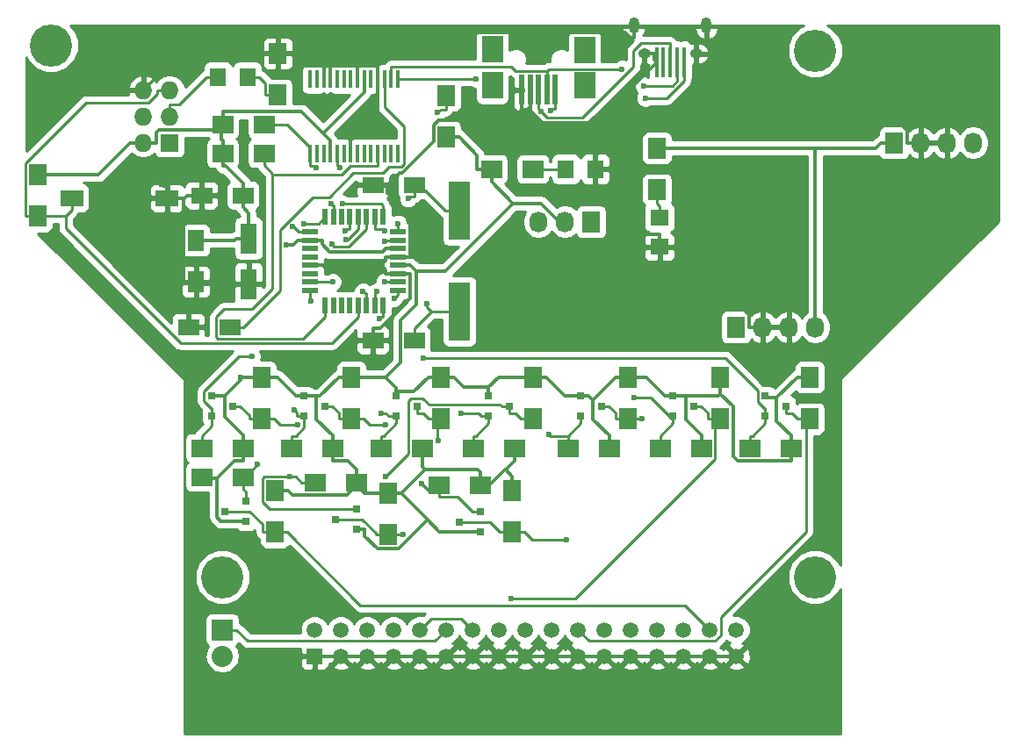
<source format=gtl>
%TF.GenerationSoftware,KiCad,Pcbnew,4.0.2+dfsg1-stable*%
%TF.CreationDate,2019-04-12T10:52:39+02:00*%
%TF.ProjectId,usbavrfloppy,757362617672666C6F7070792E6B6963,rev?*%
%TF.FileFunction,Copper,L1,Top,Signal*%
%FSLAX46Y46*%
G04 Gerber Fmt 4.6, Leading zero omitted, Abs format (unit mm)*
G04 Created by KiCad (PCBNEW 4.0.2+dfsg1-stable) date ven 12 apr 2019 10:52:39 CEST*
%MOMM*%
G01*
G04 APERTURE LIST*
%ADD10C,0.100000*%
%ADD11R,1.700000X2.000000*%
%ADD12R,2.000000X1.700000*%
%ADD13R,1.597660X1.800860*%
%ADD14R,1.800860X1.597660*%
%ADD15R,2.000000X1.600000*%
%ADD16R,1.600000X2.000000*%
%ADD17R,1.520000X1.520000*%
%ADD18C,1.520000*%
%ADD19R,2.180000X1.600000*%
%ADD20R,2.100580X5.600700*%
%ADD21R,0.450000X1.750000*%
%ADD22R,0.800100X0.800100*%
%ADD23R,1.727200X2.032000*%
%ADD24O,1.727200X2.032000*%
%ADD25R,2.032000X2.032000*%
%ADD26O,2.032000X2.032000*%
%ADD27R,1.727200X1.727200*%
%ADD28O,1.727200X1.727200*%
%ADD29R,1.600200X2.999740*%
%ADD30R,1.600000X0.550000*%
%ADD31R,0.550000X1.600000*%
%ADD32C,4.064000*%
%ADD33R,0.500380X3.000000*%
%ADD34R,1.998980X2.499360*%
%ADD35R,0.400000X3.000000*%
%ADD36O,1.250000X0.950000*%
%ADD37O,1.000000X1.550000*%
%ADD38C,0.600000*%
%ADD39C,0.350000*%
%ADD40C,0.250000*%
%ADD41C,0.254000*%
G04 APERTURE END LIST*
D10*
D11*
X106680000Y-78200000D03*
X106680000Y-74200000D03*
D12*
X124492000Y-72136000D03*
X128492000Y-72136000D03*
D11*
X146050000Y-70580000D03*
X146050000Y-66580000D03*
D12*
X124492000Y-69342000D03*
X128492000Y-69342000D03*
X150400000Y-73660000D03*
X154400000Y-73660000D03*
D11*
X166370000Y-71660000D03*
X166370000Y-75660000D03*
X152400000Y-104680000D03*
X152400000Y-108680000D03*
X140462000Y-104934000D03*
X140462000Y-108934000D03*
X129540000Y-104680000D03*
X129540000Y-108680000D03*
X181102000Y-93758000D03*
X181102000Y-97758000D03*
D12*
X149320000Y-104140000D03*
X145320000Y-104140000D03*
X137382000Y-103886000D03*
X133382000Y-103886000D03*
X122460000Y-103378000D03*
X126460000Y-103378000D03*
X179292000Y-100584000D03*
X175292000Y-100584000D03*
D11*
X172466000Y-93758000D03*
X172466000Y-97758000D03*
X163576000Y-93758000D03*
X163576000Y-97758000D03*
X154432000Y-93758000D03*
X154432000Y-97758000D03*
X145542000Y-93758000D03*
X145542000Y-97758000D03*
X136906000Y-93758000D03*
X136906000Y-97758000D03*
D12*
X170656000Y-100584000D03*
X166656000Y-100584000D03*
X161766000Y-100584000D03*
X157766000Y-100584000D03*
X152622000Y-100584000D03*
X148622000Y-100584000D03*
X143732000Y-100584000D03*
X139732000Y-100584000D03*
X135096000Y-100584000D03*
X131096000Y-100584000D03*
D11*
X128270000Y-93758000D03*
X128270000Y-97758000D03*
D12*
X126460000Y-100584000D03*
X122460000Y-100584000D03*
D11*
X129794000Y-66516000D03*
X129794000Y-62516000D03*
D13*
X157584140Y-73660000D03*
X160423860Y-73660000D03*
D14*
X166624000Y-78336140D03*
X166624000Y-81175860D03*
D13*
X124056140Y-64770000D03*
X126895860Y-64770000D03*
D15*
X126460000Y-76200000D03*
X122460000Y-76200000D03*
X121190000Y-88900000D03*
X125190000Y-88900000D03*
D16*
X121920000Y-80550000D03*
X121920000Y-84550000D03*
D15*
X138970000Y-75184000D03*
X142970000Y-75184000D03*
X138970000Y-90170000D03*
X142970000Y-90170000D03*
D17*
X133350000Y-120650000D03*
D18*
X133350000Y-118110000D03*
X135890000Y-120650000D03*
X135890000Y-118110000D03*
X138430000Y-120650000D03*
X138430000Y-118110000D03*
X140970000Y-120650000D03*
X140970000Y-118110000D03*
X143510000Y-120650000D03*
X143510000Y-118110000D03*
X146050000Y-120650000D03*
X146050000Y-118110000D03*
X148590000Y-120650000D03*
X148590000Y-118110000D03*
X151130000Y-120650000D03*
X151130000Y-118110000D03*
X153670000Y-120650000D03*
X153670000Y-118110000D03*
X156210000Y-120650000D03*
X156210000Y-118110000D03*
X158750000Y-120650000D03*
X158750000Y-118110000D03*
X161290000Y-120650000D03*
X161290000Y-118110000D03*
X163830000Y-120650000D03*
X163830000Y-118110000D03*
X166370000Y-120650000D03*
X166370000Y-118110000D03*
X168910000Y-120650000D03*
X168910000Y-118110000D03*
X171450000Y-120650000D03*
X171450000Y-118110000D03*
X173990000Y-120650000D03*
X173990000Y-118110000D03*
D19*
X109964000Y-76454000D03*
X119144000Y-76454000D03*
D20*
X147320000Y-77701140D03*
X147320000Y-87398860D03*
D21*
X132935000Y-72180000D03*
X133585000Y-72180000D03*
X134235000Y-72180000D03*
X134885000Y-72180000D03*
X135535000Y-72180000D03*
X136185000Y-72180000D03*
X136835000Y-72180000D03*
X137485000Y-72180000D03*
X138135000Y-72180000D03*
X138785000Y-72180000D03*
X139435000Y-72180000D03*
X140085000Y-72180000D03*
X140735000Y-72180000D03*
X141385000Y-72180000D03*
X141385000Y-64980000D03*
X140735000Y-64980000D03*
X140085000Y-64980000D03*
X139435000Y-64980000D03*
X138785000Y-64980000D03*
X138135000Y-64980000D03*
X137485000Y-64980000D03*
X136835000Y-64980000D03*
X136185000Y-64980000D03*
X135535000Y-64980000D03*
X134885000Y-64980000D03*
X134235000Y-64980000D03*
X133585000Y-64980000D03*
X132935000Y-64980000D03*
D22*
X149336760Y-108646000D03*
X149336760Y-106746000D03*
X147337780Y-107696000D03*
X137398760Y-108392000D03*
X137398760Y-106492000D03*
X135399780Y-107442000D03*
X126730760Y-107630000D03*
X126730760Y-105730000D03*
X124731780Y-106680000D03*
X176799240Y-95570000D03*
X176799240Y-97470000D03*
X178798220Y-96520000D03*
X167909240Y-95570000D03*
X167909240Y-97470000D03*
X169908220Y-96520000D03*
X159019240Y-95570000D03*
X159019240Y-97470000D03*
X161018220Y-96520000D03*
X150129240Y-95570000D03*
X150129240Y-97470000D03*
X152128220Y-96520000D03*
X141239240Y-95570000D03*
X141239240Y-97470000D03*
X143238220Y-96520000D03*
X132349240Y-95570000D03*
X132349240Y-97470000D03*
X134348220Y-96520000D03*
X123459240Y-95570000D03*
X123459240Y-97470000D03*
X125458220Y-96520000D03*
D23*
X160020000Y-78740000D03*
D24*
X157480000Y-78740000D03*
X154940000Y-78740000D03*
D23*
X189230000Y-71120000D03*
D24*
X191770000Y-71120000D03*
X194310000Y-71120000D03*
X196850000Y-71120000D03*
D23*
X173990000Y-88900000D03*
D24*
X176530000Y-88900000D03*
X179070000Y-88900000D03*
X181610000Y-88900000D03*
D25*
X124460000Y-118110000D03*
D26*
X124460000Y-120650000D03*
D27*
X119380000Y-71120000D03*
D28*
X116840000Y-71120000D03*
X119380000Y-68580000D03*
X116840000Y-68580000D03*
X119380000Y-66040000D03*
X116840000Y-66040000D03*
D29*
X127000000Y-80350360D03*
X127000000Y-84749640D03*
D30*
X141410000Y-85350000D03*
X141410000Y-84550000D03*
X141410000Y-83750000D03*
X141410000Y-82950000D03*
X141410000Y-82150000D03*
X141410000Y-81350000D03*
X141410000Y-80550000D03*
X141410000Y-79750000D03*
D31*
X139960000Y-78300000D03*
X139160000Y-78300000D03*
X138360000Y-78300000D03*
X137560000Y-78300000D03*
X136760000Y-78300000D03*
X135960000Y-78300000D03*
X135160000Y-78300000D03*
X134360000Y-78300000D03*
D30*
X132910000Y-79750000D03*
X132910000Y-80550000D03*
X132910000Y-81350000D03*
X132910000Y-82150000D03*
X132910000Y-82950000D03*
X132910000Y-83750000D03*
X132910000Y-84550000D03*
X132910000Y-85350000D03*
D31*
X134360000Y-86800000D03*
X135160000Y-86800000D03*
X135960000Y-86800000D03*
X136760000Y-86800000D03*
X137560000Y-86800000D03*
X138360000Y-86800000D03*
X139160000Y-86800000D03*
X139960000Y-86800000D03*
D32*
X124460000Y-113030000D03*
X181610000Y-113030000D03*
X181610000Y-62230000D03*
X107950000Y-61722000D03*
D33*
X155740100Y-66027300D03*
D34*
X159390080Y-62151260D03*
D33*
X156540200Y-66027300D03*
X154940000Y-66027300D03*
X154139900Y-66027300D03*
X153339800Y-66027300D03*
D34*
X159390080Y-65580260D03*
X150489920Y-65580260D03*
X150495000Y-62103000D03*
D35*
X168945560Y-63350140D03*
X168290900Y-63350000D03*
X167640900Y-63350000D03*
X166990900Y-63350000D03*
X166340900Y-63350000D03*
D36*
X170140900Y-62522540D03*
X165140900Y-62522540D03*
D37*
X171140900Y-59822540D03*
X164140900Y-59822540D03*
D38*
X118626100Y-75148900D03*
X144195300Y-86639500D03*
X140100300Y-80657200D03*
X142374300Y-76508800D03*
X141410000Y-78933200D03*
X132349100Y-78933000D03*
X131220000Y-79231100D03*
X134925400Y-76993600D03*
X140225700Y-103352100D03*
X152306000Y-115112200D03*
X131718100Y-98370700D03*
X145269700Y-99821800D03*
X140202100Y-98310300D03*
X164944200Y-97758000D03*
X162990500Y-64005300D03*
X165101800Y-65614400D03*
X148948600Y-64980000D03*
X155176700Y-68119800D03*
X133524600Y-73558800D03*
X138028000Y-85488000D03*
X135755800Y-73568300D03*
X139347300Y-85487400D03*
X145223600Y-68176700D03*
X141860400Y-108934000D03*
X157680400Y-109420400D03*
X130663600Y-80977600D03*
X126268100Y-93758000D03*
X127302600Y-91737000D03*
X135023400Y-80902300D03*
X131383100Y-96903000D03*
X136373900Y-80455600D03*
X139793700Y-97193000D03*
X135120300Y-84550000D03*
X147436600Y-97214400D03*
X139587700Y-88110000D03*
X155947900Y-99296400D03*
X140080300Y-84550000D03*
X164125500Y-95682300D03*
X140073800Y-79626800D03*
X141055700Y-86146400D03*
X143810700Y-91883300D03*
X127844600Y-102159500D03*
X136324900Y-79620300D03*
X131007700Y-103354600D03*
X136065400Y-76996000D03*
X143674600Y-104045400D03*
X132991400Y-86378600D03*
X156128900Y-68044700D03*
X165241900Y-66804600D03*
D39*
X121190000Y-88900000D02*
X121190000Y-87724700D01*
X127000000Y-84749600D02*
X125824600Y-84749600D01*
X121920000Y-84749600D02*
X125824600Y-84749600D01*
X121920000Y-86994700D02*
X121920000Y-84749600D01*
X121190000Y-87724700D02*
X121920000Y-86994700D01*
X121920000Y-84749600D02*
X121920000Y-84550000D01*
X138970000Y-90170000D02*
X138970000Y-88994700D01*
X141410000Y-83750000D02*
X142585300Y-83750000D01*
X173990000Y-120650000D02*
X171450000Y-120650000D01*
X171450000Y-120650000D02*
X168910000Y-120650000D01*
X168910000Y-120650000D02*
X166370000Y-120650000D01*
X166370000Y-120650000D02*
X163830000Y-120650000D01*
X163830000Y-120650000D02*
X161290000Y-120650000D01*
X161290000Y-120650000D02*
X158750000Y-120650000D01*
X158750000Y-120650000D02*
X156210000Y-120650000D01*
X156210000Y-120650000D02*
X153670000Y-120650000D01*
X153670000Y-120650000D02*
X151130000Y-120650000D01*
X151130000Y-120650000D02*
X148590000Y-120650000D01*
X140970000Y-120650000D02*
X138430000Y-120650000D01*
X138430000Y-120650000D02*
X135890000Y-120650000D01*
X135890000Y-120650000D02*
X133350000Y-120650000D01*
X121920000Y-84550000D02*
X120744700Y-84550000D01*
X170140900Y-62522500D02*
X170140900Y-63372800D01*
X194310000Y-71120000D02*
X191770000Y-71120000D01*
X174944000Y-68175900D02*
X170140900Y-63372800D01*
X188748500Y-68175900D02*
X174944000Y-68175900D01*
X190531100Y-69958500D02*
X188748500Y-68175900D01*
X190531100Y-71120000D02*
X190531100Y-69958500D01*
X191770000Y-71120000D02*
X190531100Y-71120000D01*
X179070000Y-88900000D02*
X176530000Y-88900000D01*
X168728500Y-81175900D02*
X166624000Y-81175900D01*
X175291100Y-87738500D02*
X168728500Y-81175900D01*
X175291100Y-88900000D02*
X175291100Y-87738500D01*
X176530000Y-88900000D02*
X175291100Y-88900000D01*
X140234700Y-82476500D02*
X139761200Y-82950000D01*
X140234700Y-82150000D02*
X140234700Y-82476500D01*
X132910000Y-82950000D02*
X139761200Y-82950000D01*
X140234700Y-83423500D02*
X140234700Y-83750000D01*
X139761200Y-82950000D02*
X140234700Y-83423500D01*
X141410000Y-83750000D02*
X140234700Y-83750000D01*
X136835000Y-72180000D02*
X136835000Y-70929700D01*
X119144000Y-76454000D02*
X119510400Y-76454000D01*
X122460000Y-76200000D02*
X121084700Y-76200000D01*
X120744700Y-76454000D02*
X120744700Y-84550000D01*
X119510400Y-76454000D02*
X120744700Y-76454000D01*
X120830700Y-76454000D02*
X121084700Y-76200000D01*
X120744700Y-76454000D02*
X120830700Y-76454000D01*
X141410000Y-82150000D02*
X140234700Y-82150000D01*
X139702500Y-88994700D02*
X138970000Y-88994700D01*
X142585300Y-86111900D02*
X139702500Y-88994700D01*
X142585300Y-83750000D02*
X142585300Y-86111900D01*
X148590000Y-120650000D02*
X146050000Y-120650000D01*
X139435000Y-68329700D02*
X136835000Y-70929700D01*
X139435000Y-64980000D02*
X139435000Y-68329700D01*
X119144000Y-76454000D02*
X119144000Y-75278700D01*
X118755900Y-75278700D02*
X118626100Y-75148900D01*
X119144000Y-75278700D02*
X118755900Y-75278700D01*
X120364000Y-62516000D02*
X129794000Y-62516000D01*
X116840000Y-66040000D02*
X120364000Y-62516000D01*
X132232900Y-63729600D02*
X131019300Y-62516000D01*
X134235000Y-63729600D02*
X132232900Y-63729600D01*
X134235000Y-63729700D02*
X134235000Y-63729600D01*
X129794000Y-62516000D02*
X131019300Y-62516000D01*
X134235000Y-64980000D02*
X134235000Y-64354800D01*
X134885000Y-64980000D02*
X134885000Y-63729700D01*
X134235000Y-63929400D02*
X134235000Y-63729700D01*
X134235000Y-64354800D02*
X134235000Y-63929400D01*
X146050000Y-120650000D02*
X143510000Y-120650000D01*
X143510000Y-120650000D02*
X140970000Y-120650000D01*
X139435000Y-64980000D02*
X139435000Y-63729700D01*
X164140900Y-59822500D02*
X164140900Y-60972800D01*
X134434700Y-63729700D02*
X134885000Y-63729700D01*
X134235000Y-63929400D02*
X134434700Y-63729700D01*
X134885000Y-63729700D02*
X137485000Y-63729700D01*
X137485000Y-64980000D02*
X137485000Y-63729700D01*
X142695200Y-60469500D02*
X139435000Y-63729700D01*
X163275000Y-60469500D02*
X142695200Y-60469500D01*
X163778300Y-60972800D02*
X163275000Y-60469500D01*
X164140900Y-60972800D02*
X163778300Y-60972800D01*
X139435000Y-63729700D02*
X137485000Y-63729700D01*
X166624000Y-81175900D02*
X166624000Y-80001800D01*
X165490000Y-80001800D02*
X166624000Y-80001800D01*
X160423900Y-74935700D02*
X165490000Y-80001800D01*
X160423900Y-73660000D02*
X160423900Y-74935700D01*
X166141200Y-63150300D02*
X166340900Y-63350000D01*
X166141200Y-62522500D02*
X166141200Y-63150300D01*
X165140900Y-62522500D02*
X166141200Y-62522500D01*
X160423900Y-69224800D02*
X160423900Y-73660000D01*
X155312400Y-69224800D02*
X160423900Y-69224800D01*
X154139900Y-68052300D02*
X155312400Y-69224800D01*
X154139900Y-67902600D02*
X154139900Y-68052300D01*
X160466100Y-69224800D02*
X166340900Y-63350000D01*
X160423900Y-69224800D02*
X160466100Y-69224800D01*
X138970000Y-75184000D02*
X140345300Y-75184000D01*
X141410000Y-82150000D02*
X142585300Y-82150000D01*
X154139900Y-66027300D02*
X154139900Y-66964900D01*
X153339800Y-66027300D02*
X153339800Y-67902600D01*
X154139900Y-67571700D02*
X154139900Y-67902600D01*
X154139900Y-66964900D02*
X154139900Y-67571700D01*
X153809000Y-67902600D02*
X153339800Y-67902600D01*
X154139900Y-67571700D02*
X153809000Y-67902600D01*
X140345300Y-75184000D02*
X140379900Y-75184000D01*
X142585300Y-78201400D02*
X142585300Y-82150000D01*
X140379900Y-75996000D02*
X142585300Y-78201400D01*
X140379900Y-75184000D02*
X140379900Y-75996000D01*
X152293900Y-68948500D02*
X153339800Y-67902600D01*
X145300700Y-68948500D02*
X152293900Y-68948500D01*
X144824700Y-69424500D02*
X145300700Y-68948500D01*
X144824700Y-71030300D02*
X144824700Y-69424500D01*
X141846400Y-74008600D02*
X144824700Y-71030300D01*
X141555300Y-74008600D02*
X141846400Y-74008600D01*
X140379900Y-75184000D02*
X141555300Y-74008600D01*
D40*
X142970000Y-90170000D02*
X142970000Y-89044700D01*
X147320000Y-87398900D02*
X146632200Y-87398900D01*
X141410000Y-80550000D02*
X140284700Y-80550000D01*
X140177500Y-80657200D02*
X140284700Y-80550000D01*
X140100300Y-80657200D02*
X140177500Y-80657200D01*
X144195300Y-87028900D02*
X144195300Y-86639500D01*
X144565300Y-87398900D02*
X144195300Y-87028900D01*
X144565300Y-87449400D02*
X144565300Y-87398900D01*
X142970000Y-89044700D02*
X144565300Y-87449400D01*
X144565300Y-87398900D02*
X146632200Y-87398900D01*
X142970000Y-75184000D02*
X142970000Y-75746600D01*
X142970000Y-75746600D02*
X142970000Y-76309300D01*
X143989900Y-75746600D02*
X145944400Y-77701100D01*
X142970000Y-75746600D02*
X143989900Y-75746600D01*
X147320000Y-77701100D02*
X145944400Y-77701100D01*
X141410000Y-78933200D02*
X141410000Y-79750000D01*
X142573800Y-76309300D02*
X142374300Y-76508800D01*
X142970000Y-76309300D02*
X142573800Y-76309300D01*
X140085000Y-67680500D02*
X140085000Y-64980000D01*
X141935400Y-69530900D02*
X140085000Y-67680500D01*
X141935400Y-73212000D02*
X141935400Y-69530900D01*
X141703100Y-73444300D02*
X141935400Y-73212000D01*
X140570500Y-73444300D02*
X141703100Y-73444300D01*
X139956200Y-74058600D02*
X140570500Y-73444300D01*
X137060000Y-74058600D02*
X139956200Y-74058600D01*
X134750400Y-76368200D02*
X137060000Y-74058600D01*
X133132900Y-76368200D02*
X134750400Y-76368200D01*
X130001300Y-79499800D02*
X133132900Y-76368200D01*
X130001300Y-85414000D02*
X130001300Y-79499800D01*
X126515300Y-88900000D02*
X130001300Y-85414000D01*
X125190000Y-88900000D02*
X126515300Y-88900000D01*
X133727000Y-78933000D02*
X134360000Y-78300000D01*
X132349100Y-78933000D02*
X133727000Y-78933000D01*
X120310900Y-67391100D02*
X119380000Y-67391100D01*
X122932000Y-64770000D02*
X120310900Y-67391100D01*
X124056100Y-64770000D02*
X122932000Y-64770000D01*
X119380000Y-68580000D02*
X119380000Y-67391100D01*
X132910000Y-79750000D02*
X131784700Y-79750000D01*
X131265800Y-79231100D02*
X131220000Y-79231100D01*
X131784700Y-79750000D02*
X131265800Y-79231100D01*
X135160000Y-78300000D02*
X135160000Y-77174700D01*
X135106500Y-77174700D02*
X135160000Y-77174700D01*
X134925400Y-76993600D02*
X135106500Y-77174700D01*
X128618700Y-65368700D02*
X128020000Y-64770000D01*
X128618700Y-66516000D02*
X128618700Y-65368700D01*
X129794000Y-66516000D02*
X128618700Y-66516000D01*
X126895900Y-64770000D02*
X128020000Y-64770000D01*
X144597900Y-117022100D02*
X143510000Y-118110000D01*
X147502100Y-117022100D02*
X144597900Y-117022100D01*
X148590000Y-118110000D02*
X147502100Y-117022100D01*
X142406600Y-101171200D02*
X140225700Y-103352100D01*
X142406600Y-96058300D02*
X142406600Y-101171200D01*
X142670300Y-95794600D02*
X142406600Y-96058300D01*
X143773000Y-95794600D02*
X142670300Y-95794600D01*
X144401200Y-96422800D02*
X143773000Y-95794600D01*
X151305700Y-96422800D02*
X144401200Y-96422800D01*
X151402900Y-96520000D02*
X151305700Y-96422800D01*
X152128200Y-96520000D02*
X151402900Y-96520000D01*
X152744100Y-97245400D02*
X152128200Y-97245400D01*
X153256700Y-97758000D02*
X152744100Y-97245400D01*
X154432000Y-97758000D02*
X153256700Y-97758000D01*
X152128200Y-96520000D02*
X152128200Y-97245400D01*
X171290700Y-97177100D02*
X170633600Y-96520000D01*
X171290700Y-97758000D02*
X171290700Y-97177100D01*
X169908200Y-96520000D02*
X170633600Y-96520000D01*
X172466000Y-97758000D02*
X171878400Y-97758000D01*
X171878400Y-97758000D02*
X171290700Y-97758000D01*
X158473800Y-115112200D02*
X152306000Y-115112200D01*
X171984900Y-101601100D02*
X158473800Y-115112200D01*
X171984900Y-97864500D02*
X171984900Y-101601100D01*
X171878400Y-97758000D02*
X171984900Y-97864500D01*
X127094700Y-97431100D02*
X126183600Y-96520000D01*
X127094700Y-97758000D02*
X127094700Y-97431100D01*
X125458200Y-96520000D02*
X126183600Y-96520000D01*
X128270000Y-97758000D02*
X127094700Y-97758000D01*
X128270000Y-97758000D02*
X129445300Y-97758000D01*
X130058000Y-98370700D02*
X131718100Y-98370700D01*
X129445300Y-97758000D02*
X130058000Y-98370700D01*
X179414100Y-97245400D02*
X178798200Y-97245400D01*
X179926700Y-97758000D02*
X179414100Y-97245400D01*
X178798200Y-96520000D02*
X178798200Y-97245400D01*
X181102000Y-97758000D02*
X180747100Y-97758000D01*
X180747100Y-97758000D02*
X179926700Y-97758000D01*
X159843400Y-119203400D02*
X158750000Y-118110000D01*
X171958800Y-119203400D02*
X159843400Y-119203400D01*
X172535400Y-118626800D02*
X171958800Y-119203400D01*
X172535400Y-116852900D02*
X172535400Y-118626800D01*
X180747100Y-108641200D02*
X172535400Y-116852900D01*
X180747100Y-97758000D02*
X180747100Y-108641200D01*
X143854100Y-97245400D02*
X143238200Y-97245400D01*
X144366700Y-97758000D02*
X143854100Y-97245400D01*
X143238200Y-96520000D02*
X143238200Y-97245400D01*
X145542000Y-97758000D02*
X145187100Y-97758000D01*
X145187100Y-97758000D02*
X144366700Y-97758000D01*
X145187100Y-99739200D02*
X145269700Y-99821800D01*
X145187100Y-97758000D02*
X145187100Y-99739200D01*
X138633600Y-98310300D02*
X140202100Y-98310300D01*
X138081300Y-97758000D02*
X138633600Y-98310300D01*
X137256700Y-97758000D02*
X138081300Y-97758000D01*
X137256700Y-97758000D02*
X136906000Y-97758000D01*
X135730700Y-97177100D02*
X135073600Y-96520000D01*
X135730700Y-97758000D02*
X135730700Y-97177100D01*
X134348200Y-96520000D02*
X135073600Y-96520000D01*
X136906000Y-97758000D02*
X135730700Y-97758000D01*
X162400700Y-97177100D02*
X161743600Y-96520000D01*
X162400700Y-97758000D02*
X162400700Y-97177100D01*
X161018200Y-96520000D02*
X161743600Y-96520000D01*
X163576000Y-97758000D02*
X162400700Y-97758000D01*
X163576000Y-97758000D02*
X164751300Y-97758000D01*
X164751300Y-97758000D02*
X164944200Y-97758000D01*
D39*
X189230000Y-71120000D02*
X187991100Y-71120000D01*
X181610000Y-71660000D02*
X181610000Y-88900000D01*
X166370000Y-71660000D02*
X181610000Y-71660000D01*
X187451100Y-71660000D02*
X187991100Y-71120000D01*
X181610000Y-71660000D02*
X187451100Y-71660000D01*
D40*
X152715600Y-64202000D02*
X155740100Y-64202000D01*
X152293300Y-63779700D02*
X152715600Y-64202000D01*
X140735000Y-63779700D02*
X152293300Y-63779700D01*
X140735000Y-64980000D02*
X140735000Y-63779700D01*
X155740100Y-66027300D02*
X155740100Y-64314600D01*
X155740100Y-64314600D02*
X155740100Y-64202000D01*
X168290900Y-63350000D02*
X168290900Y-65175300D01*
X167851800Y-65614400D02*
X165101800Y-65614400D01*
X168290900Y-65175300D02*
X167851800Y-65614400D01*
X155936800Y-64005300D02*
X162990500Y-64005300D01*
X155740100Y-64202000D02*
X155936800Y-64005300D01*
X154940000Y-66027300D02*
X154940000Y-67852600D01*
X167640900Y-63350000D02*
X167640900Y-61524700D01*
X155176700Y-68089300D02*
X155176700Y-68119800D01*
X154940000Y-67852600D02*
X155176700Y-68089300D01*
X141385000Y-64980000D02*
X148948600Y-64980000D01*
X164850000Y-61524700D02*
X167640900Y-61524700D01*
X164115300Y-62259400D02*
X164850000Y-61524700D01*
X164115300Y-63764900D02*
X164115300Y-62259400D01*
X159174800Y-68705400D02*
X164115300Y-63764900D01*
X155762300Y-68705400D02*
X159174800Y-68705400D01*
X155176700Y-68119800D02*
X155762300Y-68705400D01*
X128492000Y-72136000D02*
X128492000Y-73311300D01*
X139435000Y-72180000D02*
X139435000Y-73380300D01*
X134360000Y-86800000D02*
X134360000Y-87925300D01*
X136835300Y-73380300D02*
X139435000Y-73380300D01*
X135983600Y-74232000D02*
X136835300Y-73380300D01*
X129276200Y-74232000D02*
X135983600Y-74232000D01*
X129276200Y-74095500D02*
X129276200Y-74232000D01*
X128492000Y-73311300D02*
X129276200Y-74095500D01*
X132259900Y-90025400D02*
X134360000Y-87925300D01*
X123996600Y-90025400D02*
X132259900Y-90025400D01*
X123864600Y-89893400D02*
X123996600Y-90025400D01*
X123864600Y-87913100D02*
X123864600Y-89893400D01*
X124603000Y-87174700D02*
X123864600Y-87913100D01*
X127335000Y-87174700D02*
X124603000Y-87174700D01*
X129276200Y-85233500D02*
X127335000Y-87174700D01*
X129276200Y-74232000D02*
X129276200Y-85233500D01*
X130697200Y-69342000D02*
X132935000Y-71579800D01*
X128492000Y-69342000D02*
X130697200Y-69342000D01*
X132935000Y-71879900D02*
X132935000Y-71579800D01*
X138360000Y-86800000D02*
X138360000Y-85674700D01*
X138214700Y-85674700D02*
X138360000Y-85674700D01*
X138028000Y-85488000D02*
X138214700Y-85674700D01*
X132935000Y-71879900D02*
X132935000Y-72180000D01*
X132935000Y-72180000D02*
X132935000Y-73380300D01*
X133346100Y-73380300D02*
X133524600Y-73558800D01*
X132935000Y-73380300D02*
X133346100Y-73380300D01*
X135567800Y-73380300D02*
X135755800Y-73568300D01*
X135535000Y-73380300D02*
X135567800Y-73380300D01*
X135535000Y-72180000D02*
X135535000Y-73380300D01*
X139160000Y-86800000D02*
X139160000Y-85674700D01*
X139347300Y-85487400D02*
X139160000Y-85674700D01*
X145495000Y-67905300D02*
X145223600Y-68176700D01*
X146050000Y-67905300D02*
X145495000Y-67905300D01*
X146050000Y-66580000D02*
X146050000Y-67905300D01*
X119380000Y-66040000D02*
X118191100Y-66040000D01*
X109964000Y-76454000D02*
X109964000Y-77579300D01*
X118191100Y-66411600D02*
X118191100Y-66040000D01*
X117373800Y-67228900D02*
X118191100Y-66411600D01*
X111341000Y-67228900D02*
X117373800Y-67228900D01*
X105504700Y-73065200D02*
X111341000Y-67228900D01*
X105504700Y-78200000D02*
X105504700Y-73065200D01*
X106680000Y-78200000D02*
X105504700Y-78200000D01*
X137560000Y-86800000D02*
X137560000Y-87925300D01*
X135009500Y-90475800D02*
X137560000Y-87925300D01*
X120454000Y-90475800D02*
X135009500Y-90475800D01*
X109343300Y-79365100D02*
X120454000Y-90475800D01*
X109343300Y-78200000D02*
X109343300Y-79365100D01*
X106680000Y-78200000D02*
X109343300Y-78200000D01*
X109343300Y-78200000D02*
X109964000Y-77579300D01*
X124460000Y-118110000D02*
X125801300Y-118110000D01*
X126893400Y-119202100D02*
X125801300Y-118110000D01*
X144957900Y-119202100D02*
X126893400Y-119202100D01*
X146050000Y-118110000D02*
X144957900Y-119202100D01*
X141860400Y-108934000D02*
X140462000Y-108934000D01*
X137941600Y-107442000D02*
X135399800Y-107442000D01*
X139286700Y-108787100D02*
X137941600Y-107442000D01*
X139286700Y-108934000D02*
X139286700Y-108787100D01*
X140462000Y-108934000D02*
X139286700Y-108934000D01*
X150240700Y-107696000D02*
X147337800Y-107696000D01*
X151224700Y-108680000D02*
X150240700Y-107696000D01*
X152400000Y-108680000D02*
X151224700Y-108680000D01*
X152400000Y-108680000D02*
X153575300Y-108680000D01*
X154315700Y-109420400D02*
X157680400Y-109420400D01*
X153575300Y-108680000D02*
X154315700Y-109420400D01*
X127099300Y-106680000D02*
X124731800Y-106680000D01*
X128364700Y-107945400D02*
X127099300Y-106680000D01*
X128364700Y-108680000D02*
X128364700Y-107945400D01*
X128952400Y-108680000D02*
X128364700Y-108680000D01*
X128952400Y-108680000D02*
X129540000Y-108680000D01*
X129540000Y-108680000D02*
X130715300Y-108680000D01*
X169077500Y-115737500D02*
X171450000Y-118110000D01*
X137772800Y-115737500D02*
X169077500Y-115737500D01*
X130715300Y-108680000D02*
X137772800Y-115737500D01*
D39*
X112521100Y-74200000D02*
X115601100Y-71120000D01*
X106680000Y-74200000D02*
X112521100Y-74200000D01*
X116840000Y-71120000D02*
X115601100Y-71120000D01*
X150129200Y-95570000D02*
X150129200Y-94794700D01*
X116840000Y-71120000D02*
X118078900Y-71120000D01*
X125625000Y-80550000D02*
X125824600Y-80350400D01*
X121920000Y-80550000D02*
X125625000Y-80550000D01*
X127000000Y-80350400D02*
X125824600Y-80350400D01*
X172466000Y-93758000D02*
X172466000Y-95133300D01*
X161766000Y-100584000D02*
X161766000Y-99358700D01*
X157480000Y-78740000D02*
X156967700Y-78740000D01*
X127000000Y-80350400D02*
X127000000Y-78475200D01*
X127000000Y-77915300D02*
X126460000Y-77375300D01*
X127000000Y-78475200D02*
X127000000Y-77915300D01*
X123459200Y-95570000D02*
X124234600Y-95570000D01*
X122460000Y-103378000D02*
X123147700Y-103378000D01*
X124796600Y-73361300D02*
X126460000Y-75024700D01*
X124492000Y-73361300D02*
X124796600Y-73361300D01*
X126460000Y-76200000D02*
X126460000Y-75024700D01*
X126460000Y-76200000D02*
X126460000Y-77375300D01*
X124492000Y-72136000D02*
X124492000Y-73361300D01*
X145542000Y-93758000D02*
X146767300Y-93758000D01*
X150129200Y-94794700D02*
X150129200Y-94730000D01*
X132349200Y-95570000D02*
X131573900Y-95570000D01*
X124404200Y-70822900D02*
X124492000Y-70910700D01*
X124404200Y-69881000D02*
X124404200Y-70822900D01*
X118078900Y-70153200D02*
X118078900Y-71120000D01*
X118351100Y-69881000D02*
X118078900Y-70153200D01*
X124404200Y-69881000D02*
X118351100Y-69881000D01*
X124492000Y-72136000D02*
X124492000Y-70910700D01*
X136906000Y-93758000D02*
X135680700Y-93758000D01*
X136906000Y-93758000D02*
X138131300Y-93758000D01*
X132322400Y-80550000D02*
X131734700Y-80550000D01*
X132322400Y-80550000D02*
X132910000Y-80550000D01*
X132910000Y-80550000D02*
X134085300Y-80550000D01*
X141410000Y-81350000D02*
X140234700Y-81350000D01*
X129761900Y-93758000D02*
X128270000Y-93758000D01*
X131573900Y-95570000D02*
X129761900Y-93758000D01*
X128270000Y-93758000D02*
X127044700Y-93758000D01*
X143732000Y-100584000D02*
X143732000Y-101809300D01*
X147739300Y-94730000D02*
X150129200Y-94730000D01*
X146767300Y-93758000D02*
X147739300Y-94730000D01*
X146050000Y-70580000D02*
X147275300Y-70580000D01*
X176799200Y-95570000D02*
X176799200Y-95744600D01*
X181102000Y-93758000D02*
X179876700Y-93758000D01*
X126460000Y-100584000D02*
X126460000Y-99358700D01*
X124675900Y-97574600D02*
X126460000Y-99358700D01*
X124675900Y-95570000D02*
X124675900Y-97574600D01*
X124675900Y-95570000D02*
X124234600Y-95570000D01*
X126460000Y-100584000D02*
X126460000Y-101809300D01*
X123252300Y-103482600D02*
X123944300Y-103482600D01*
X123147700Y-103378000D02*
X123252300Y-103482600D01*
X123944300Y-107266900D02*
X123944300Y-103482600D01*
X124307400Y-107630000D02*
X123944300Y-107266900D01*
X126730800Y-107630000D02*
X124307400Y-107630000D01*
X125617600Y-101809300D02*
X126460000Y-101809300D01*
X123944300Y-103482600D02*
X125617600Y-101809300D01*
X136530600Y-101809300D02*
X137382000Y-102660700D01*
X135096000Y-101809300D02*
X136530600Y-101809300D01*
X135096000Y-100584000D02*
X135096000Y-101809300D01*
X137382000Y-103886000D02*
X137382000Y-102660700D01*
X140462000Y-104934000D02*
X141687300Y-104934000D01*
X149024700Y-72329400D02*
X147275300Y-70580000D01*
X149024700Y-73660000D02*
X149024700Y-72329400D01*
X150400000Y-73660000D02*
X149024700Y-73660000D01*
X150400000Y-73660000D02*
X150400000Y-74885300D01*
X152499700Y-76984900D02*
X150400000Y-74885300D01*
X155212600Y-76984900D02*
X156967700Y-78740000D01*
X152499700Y-76984900D02*
X155212600Y-76984900D01*
X140462000Y-104934000D02*
X139236700Y-104934000D01*
X137398800Y-108392000D02*
X138174100Y-108392000D01*
X138174100Y-109070400D02*
X138174100Y-108392000D01*
X139413100Y-110309400D02*
X138174100Y-109070400D01*
X141469000Y-110309400D02*
X139413100Y-110309400D01*
X144265900Y-107512500D02*
X141469000Y-110309400D01*
X141687300Y-104934000D02*
X144265900Y-107512500D01*
X145399300Y-108646000D02*
X149336800Y-108646000D01*
X144265900Y-107512500D02*
X145399300Y-108646000D01*
X149320000Y-104140000D02*
X149320000Y-102914700D01*
X149051200Y-102645900D02*
X149320000Y-102914700D01*
X143975400Y-102645900D02*
X149051200Y-102645900D01*
X143732000Y-102402500D02*
X143975400Y-102645900D01*
X143732000Y-101809300D02*
X143732000Y-102402500D01*
X143975400Y-102645900D02*
X141687300Y-104934000D01*
X149320000Y-104140000D02*
X150208700Y-104140000D01*
X152622000Y-100584000D02*
X152622000Y-101809300D01*
X165321900Y-93758000D02*
X167133900Y-95570000D01*
X163576000Y-93758000D02*
X165321900Y-93758000D01*
X167909200Y-95570000D02*
X167133900Y-95570000D01*
X170656000Y-100584000D02*
X170656000Y-99358700D01*
X169127200Y-97829900D02*
X170656000Y-99358700D01*
X169127200Y-95570000D02*
X169127200Y-97829900D01*
X167909200Y-95570000D02*
X169127200Y-95570000D01*
X179292000Y-100584000D02*
X179292000Y-101809300D01*
X172466000Y-95351600D02*
X172466000Y-95133300D01*
X172247600Y-95570000D02*
X172466000Y-95351600D01*
X169127200Y-95570000D02*
X172247600Y-95570000D01*
X174113300Y-101809300D02*
X179292000Y-101809300D01*
X173691400Y-101387400D02*
X174113300Y-101809300D01*
X173691400Y-96577000D02*
X173691400Y-101387400D01*
X172466000Y-95351600D02*
X173691400Y-96577000D01*
X179292000Y-100584000D02*
X179292000Y-99358700D01*
X177890100Y-97956800D02*
X179292000Y-99358700D01*
X177890100Y-95744600D02*
X177890100Y-97956800D01*
X176799200Y-95744600D02*
X177890100Y-95744600D01*
X177890100Y-95744600D02*
X179876700Y-93758000D01*
X137382000Y-103886000D02*
X137382000Y-104192300D01*
X138123700Y-104934000D02*
X139236700Y-104934000D01*
X137382000Y-104192300D02*
X138123700Y-104934000D01*
X131196700Y-105111400D02*
X130765300Y-104680000D01*
X136462900Y-105111400D02*
X131196700Y-105111400D01*
X137382000Y-104192300D02*
X136462900Y-105111400D01*
X129540000Y-104680000D02*
X130765300Y-104680000D01*
X141239200Y-95570000D02*
X141239200Y-95151400D01*
X141239200Y-95151400D02*
X141239200Y-94794700D01*
X142923300Y-95151400D02*
X144316700Y-93758000D01*
X141239200Y-95151400D02*
X142923300Y-95151400D01*
X145542000Y-93758000D02*
X144316700Y-93758000D01*
X142588000Y-82950000D02*
X143141600Y-83503600D01*
X141410000Y-82950000D02*
X142588000Y-82950000D01*
X145981000Y-83503600D02*
X152499700Y-76984900D01*
X143141600Y-83503600D02*
X145981000Y-83503600D01*
X141594600Y-92365900D02*
X140202500Y-93758000D01*
X141594600Y-88243100D02*
X141594600Y-92365900D01*
X143141600Y-86696100D02*
X141594600Y-88243100D01*
X143141600Y-83503600D02*
X143141600Y-86696100D01*
X141239200Y-94794700D02*
X140202500Y-93758000D01*
X140202500Y-93758000D02*
X138131300Y-93758000D01*
X127044700Y-93758000D02*
X126268100Y-93758000D01*
X126268100Y-93977800D02*
X126268100Y-93758000D01*
X124675900Y-95570000D02*
X126268100Y-93977800D01*
X134885000Y-72180000D02*
X134885000Y-70929700D01*
X124492000Y-69793200D02*
X124404200Y-69881000D01*
X124492000Y-69342000D02*
X124492000Y-69793200D01*
X124492000Y-69342000D02*
X124492000Y-68116700D01*
X138135000Y-64980000D02*
X138135000Y-66230300D01*
X138135000Y-66230300D02*
X134160300Y-70205000D01*
X132072000Y-68116700D02*
X134160300Y-70205000D01*
X124492000Y-68116700D02*
X132072000Y-68116700D01*
X134160300Y-70205000D02*
X134885000Y-70929700D01*
X135096000Y-100584000D02*
X135096000Y-99358700D01*
X133543800Y-97806500D02*
X135096000Y-99358700D01*
X133543800Y-95570000D02*
X133543800Y-97806500D01*
X133868700Y-95570000D02*
X133543800Y-95570000D01*
X135680700Y-93758000D02*
X133868700Y-95570000D01*
X133543800Y-95570000D02*
X132349200Y-95570000D01*
X152400000Y-104680000D02*
X152400000Y-103304700D01*
X151763300Y-102668000D02*
X152400000Y-103304700D01*
X151680700Y-102668000D02*
X151763300Y-102668000D01*
X150208700Y-104140000D02*
X151680700Y-102668000D01*
X151763300Y-102668000D02*
X152622000Y-101809300D01*
X163576000Y-93758000D02*
X162350700Y-93758000D01*
X131307100Y-80977600D02*
X130663600Y-80977600D01*
X131734700Y-80550000D02*
X131307100Y-80977600D01*
X162350700Y-93795700D02*
X160206400Y-95940000D01*
X162350700Y-93758000D02*
X162350700Y-93795700D01*
X160206400Y-97799100D02*
X161766000Y-99358700D01*
X160206400Y-95940000D02*
X160206400Y-97799100D01*
X160164600Y-95940000D02*
X159794600Y-95570000D01*
X160206400Y-95940000D02*
X160164600Y-95940000D01*
X159019200Y-95570000D02*
X159794600Y-95570000D01*
X139950900Y-81633800D02*
X140234700Y-81350000D01*
X134799900Y-81633800D02*
X139950900Y-81633800D01*
X134085300Y-80919200D02*
X134799900Y-81633800D01*
X134085300Y-80550000D02*
X134085300Y-80919200D01*
X151101200Y-93758000D02*
X154432000Y-93758000D01*
X150129200Y-94730000D02*
X151101200Y-93758000D01*
X157469300Y-95570000D02*
X159019200Y-95570000D01*
X155657300Y-93758000D02*
X157469300Y-95570000D01*
X154432000Y-93758000D02*
X155657300Y-93758000D01*
D40*
X122460000Y-100584000D02*
X122460000Y-99408700D01*
X138360000Y-78300000D02*
X138360000Y-79425300D01*
X123459200Y-98409500D02*
X123459200Y-97470000D01*
X122460000Y-99408700D02*
X123459200Y-98409500D01*
X126023500Y-91737000D02*
X127302600Y-91737000D01*
X122678700Y-95081800D02*
X126023500Y-91737000D01*
X122678700Y-96054900D02*
X122678700Y-95081800D01*
X123368500Y-96744700D02*
X122678700Y-96054900D01*
X123459200Y-96744700D02*
X123368500Y-96744700D01*
X136678100Y-81107200D02*
X138360000Y-79425300D01*
X135228300Y-81107200D02*
X136678100Y-81107200D01*
X135023400Y-80902300D02*
X135228300Y-81107200D01*
X123459200Y-97470000D02*
X123459200Y-96744700D01*
X131096000Y-100584000D02*
X131096000Y-99408700D01*
X132349200Y-97574600D02*
X132349200Y-98195400D01*
X132349200Y-98624000D02*
X132349200Y-98195400D01*
X131564500Y-99408700D02*
X132349200Y-98624000D01*
X131096000Y-99408700D02*
X131564500Y-99408700D01*
X132349200Y-97574600D02*
X132349200Y-97470000D01*
X136529700Y-80455600D02*
X137560000Y-79425300D01*
X136373900Y-80455600D02*
X136529700Y-80455600D01*
X137560000Y-78300000D02*
X137560000Y-79425300D01*
X131623900Y-97143800D02*
X131383100Y-96903000D01*
X131623900Y-97470000D02*
X131623900Y-97143800D01*
X132349200Y-97470000D02*
X131623900Y-97470000D01*
X140236900Y-97193000D02*
X139793700Y-97193000D01*
X140513900Y-97470000D02*
X140236900Y-97193000D01*
X141239200Y-97470000D02*
X140513900Y-97470000D01*
X140025900Y-99408700D02*
X141239200Y-98195400D01*
X139732000Y-99408700D02*
X140025900Y-99408700D01*
X139732000Y-100584000D02*
X139732000Y-99408700D01*
X141239200Y-97470000D02*
X141239200Y-98195400D01*
X132910000Y-84550000D02*
X135120300Y-84550000D01*
X148622000Y-100584000D02*
X148622000Y-99408700D01*
X148915900Y-99408700D02*
X150129200Y-98195400D01*
X148622000Y-99408700D02*
X148915900Y-99408700D01*
X150129200Y-97501400D02*
X150129200Y-98195400D01*
X150129200Y-97501400D02*
X150129200Y-97470000D01*
X149148300Y-97214400D02*
X147436600Y-97214400D01*
X149403900Y-97470000D02*
X149148300Y-97214400D01*
X150129200Y-97470000D02*
X149403900Y-97470000D01*
X139772400Y-87925300D02*
X139960000Y-87925300D01*
X139587700Y-88110000D02*
X139772400Y-87925300D01*
X139960000Y-86800000D02*
X139960000Y-87925300D01*
X159019200Y-97470000D02*
X159019200Y-98195400D01*
X157766000Y-100584000D02*
X157766000Y-99521300D01*
X141410000Y-84550000D02*
X140284700Y-84550000D01*
X156060100Y-99408600D02*
X155947900Y-99296400D01*
X157766000Y-99408600D02*
X156060100Y-99408600D01*
X157766000Y-99521300D02*
X157766000Y-99408600D01*
X157806000Y-99408600D02*
X159019200Y-98195400D01*
X157766000Y-99408600D02*
X157806000Y-99408600D01*
X140284700Y-84550000D02*
X140080300Y-84550000D01*
X167869300Y-98195400D02*
X167909200Y-98195400D01*
X166656000Y-99408700D02*
X167869300Y-98195400D01*
X166656000Y-100584000D02*
X166656000Y-99408700D01*
X167909200Y-97470000D02*
X167909200Y-97832700D01*
X167909200Y-97832700D02*
X167909200Y-98195400D01*
X165758800Y-95682300D02*
X164125500Y-95682300D01*
X167909200Y-97832700D02*
X165758800Y-95682300D01*
X139872300Y-79425300D02*
X140073800Y-79626800D01*
X139160000Y-79425300D02*
X139872300Y-79425300D01*
X139160000Y-78300000D02*
X139160000Y-79425300D01*
X175585900Y-99408700D02*
X176799200Y-98195400D01*
X175292000Y-99408700D02*
X175585900Y-99408700D01*
X175292000Y-100584000D02*
X175292000Y-99408700D01*
X176799200Y-97470000D02*
X176799200Y-98195400D01*
X172932300Y-91883300D02*
X143810700Y-91883300D01*
X176073900Y-95024900D02*
X172932300Y-91883300D01*
X176073900Y-96110200D02*
X176073900Y-95024900D01*
X176708400Y-96744700D02*
X176073900Y-96110200D01*
X176799200Y-96744700D02*
X176708400Y-96744700D01*
X176799200Y-97470000D02*
X176799200Y-96744700D01*
X141410000Y-85792100D02*
X141055700Y-86146400D01*
X141410000Y-85350000D02*
X141410000Y-85792100D01*
X126730800Y-104824100D02*
X126730800Y-105730000D01*
X126460000Y-104553300D02*
X126730800Y-104824100D01*
X126460000Y-103965600D02*
X126460000Y-103710200D01*
X126460000Y-103965600D02*
X126460000Y-104553300D01*
X126460000Y-103378000D02*
X126460000Y-103544100D01*
X126460000Y-103544100D02*
X126460000Y-103710200D01*
X136760000Y-78300000D02*
X136760000Y-79425300D01*
X126460000Y-103544100D02*
X127844600Y-102159500D01*
X136519900Y-79425300D02*
X136324900Y-79620300D01*
X136760000Y-79425300D02*
X136519900Y-79425300D01*
X133382000Y-103886000D02*
X132056700Y-103886000D01*
X131525300Y-103354600D02*
X131007700Y-103354600D01*
X132056700Y-103886000D02*
X131525300Y-103354600D01*
X129027000Y-106492000D02*
X137398800Y-106492000D01*
X128348600Y-105813600D02*
X129027000Y-106492000D01*
X128348600Y-103490700D02*
X128348600Y-105813600D01*
X128484700Y-103354600D02*
X128348600Y-103490700D01*
X131007700Y-103354600D02*
X128484700Y-103354600D01*
X139960000Y-78300000D02*
X139960000Y-77174700D01*
X139781300Y-76996000D02*
X139960000Y-77174700D01*
X136065400Y-76996000D02*
X139781300Y-76996000D01*
X147180700Y-105315300D02*
X148611400Y-106746000D01*
X145320000Y-105315300D02*
X147180700Y-105315300D01*
X149336800Y-106746000D02*
X148611400Y-106746000D01*
X145320000Y-104140000D02*
X145320000Y-104727600D01*
X145320000Y-104727600D02*
X145320000Y-105315300D01*
X144356800Y-104727600D02*
X143674600Y-104045400D01*
X145320000Y-104727600D02*
X144356800Y-104727600D01*
X132910000Y-86297200D02*
X132991400Y-86378600D01*
X132910000Y-85350000D02*
X132910000Y-86297200D01*
X167316400Y-66804600D02*
X168945600Y-65175400D01*
X165241900Y-66804600D02*
X167316400Y-66804600D01*
X168945600Y-63350100D02*
X168945600Y-65175400D01*
X156321000Y-67852600D02*
X156128900Y-68044700D01*
X156540200Y-67852600D02*
X156321000Y-67852600D01*
X156540200Y-66027300D02*
X156540200Y-67852600D01*
X166596700Y-77212000D02*
X166624000Y-77212000D01*
X166370000Y-76985300D02*
X166596700Y-77212000D01*
X166370000Y-75660000D02*
X166370000Y-76985300D01*
X166624000Y-78336100D02*
X166624000Y-77212000D01*
X154400000Y-73660000D02*
X157584100Y-73660000D01*
D41*
G36*
X180101239Y-59967709D02*
X179350345Y-60717293D01*
X178943464Y-61697173D01*
X178942538Y-62758172D01*
X179347709Y-63738761D01*
X180097293Y-64489655D01*
X181077173Y-64896536D01*
X182138172Y-64897462D01*
X183118761Y-64492291D01*
X183869655Y-63742707D01*
X184276536Y-62762827D01*
X184277462Y-61701828D01*
X183872291Y-60721239D01*
X183122707Y-59970345D01*
X182753411Y-59817000D01*
X199263000Y-59817000D01*
X199263000Y-78687394D01*
X184060197Y-93890197D01*
X184032334Y-93932211D01*
X184023000Y-93980000D01*
X184023000Y-111885983D01*
X183872291Y-111521239D01*
X183122707Y-110770345D01*
X182142827Y-110363464D01*
X181081828Y-110362538D01*
X180101239Y-110767709D01*
X179350345Y-111517293D01*
X178943464Y-112497173D01*
X178942538Y-113558172D01*
X179347709Y-114538761D01*
X180097293Y-115289655D01*
X181077173Y-115696536D01*
X182138172Y-115697462D01*
X183118761Y-115292291D01*
X183869655Y-114542707D01*
X184023000Y-114173411D01*
X184023000Y-128143000D01*
X120777000Y-128143000D01*
X120777000Y-113558172D01*
X121792538Y-113558172D01*
X122197709Y-114538761D01*
X122947293Y-115289655D01*
X123927173Y-115696536D01*
X124988172Y-115697462D01*
X125968761Y-115292291D01*
X126719655Y-114542707D01*
X127126536Y-113562827D01*
X127127462Y-112501828D01*
X126722291Y-111521239D01*
X125972707Y-110770345D01*
X124992827Y-110363464D01*
X123931828Y-110362538D01*
X122951239Y-110767709D01*
X122200345Y-111517293D01*
X121793464Y-112497173D01*
X121792538Y-113558172D01*
X120777000Y-113558172D01*
X120777000Y-93980000D01*
X120766994Y-93930590D01*
X120739803Y-93890197D01*
X106697046Y-79847440D01*
X107530000Y-79847440D01*
X107765317Y-79803162D01*
X107981441Y-79664090D01*
X108126431Y-79451890D01*
X108177440Y-79200000D01*
X108177440Y-78960000D01*
X108583300Y-78960000D01*
X108583300Y-79365100D01*
X108641152Y-79655939D01*
X108805899Y-79902501D01*
X119916599Y-91013201D01*
X120163161Y-91177948D01*
X120454000Y-91235800D01*
X125449898Y-91235800D01*
X122141299Y-94544399D01*
X121976552Y-94790961D01*
X121918700Y-95081800D01*
X121918700Y-96054900D01*
X121976552Y-96345739D01*
X122141299Y-96592301D01*
X122446643Y-96897645D01*
X122411750Y-97069950D01*
X122411750Y-97870050D01*
X122456028Y-98105367D01*
X122547061Y-98246837D01*
X121922599Y-98871299D01*
X121778767Y-99086560D01*
X121460000Y-99086560D01*
X121224683Y-99130838D01*
X121008559Y-99269910D01*
X120863569Y-99482110D01*
X120812560Y-99734000D01*
X120812560Y-101434000D01*
X120856838Y-101669317D01*
X120995910Y-101885441D01*
X121136560Y-101981543D01*
X121008559Y-102063910D01*
X120863569Y-102276110D01*
X120812560Y-102528000D01*
X120812560Y-104228000D01*
X120856838Y-104463317D01*
X120995910Y-104679441D01*
X121208110Y-104824431D01*
X121460000Y-104875440D01*
X123134300Y-104875440D01*
X123134300Y-107266900D01*
X123195958Y-107576874D01*
X123311111Y-107749212D01*
X123371544Y-107839656D01*
X123734644Y-108202757D01*
X123870438Y-108293491D01*
X123997426Y-108378342D01*
X124307400Y-108440000D01*
X125839921Y-108440000D01*
X125866620Y-108481491D01*
X126078820Y-108626481D01*
X126330710Y-108677490D01*
X127130810Y-108677490D01*
X127366127Y-108633212D01*
X127582251Y-108494140D01*
X127604700Y-108461285D01*
X127604700Y-108680000D01*
X127662552Y-108970839D01*
X127827299Y-109217401D01*
X128042560Y-109361233D01*
X128042560Y-109680000D01*
X128086838Y-109915317D01*
X128225910Y-110131441D01*
X128438110Y-110276431D01*
X128690000Y-110327440D01*
X130390000Y-110327440D01*
X130625317Y-110283162D01*
X130841441Y-110144090D01*
X130948257Y-109987759D01*
X137235399Y-116274901D01*
X137481960Y-116439648D01*
X137772800Y-116497500D01*
X144047698Y-116497500D01*
X143817851Y-116727347D01*
X143788700Y-116715242D01*
X143233735Y-116714758D01*
X142720828Y-116926687D01*
X142328066Y-117318764D01*
X142240046Y-117530738D01*
X142153313Y-117320828D01*
X141761236Y-116928066D01*
X141248700Y-116715242D01*
X140693735Y-116714758D01*
X140180828Y-116926687D01*
X139788066Y-117318764D01*
X139700046Y-117530738D01*
X139613313Y-117320828D01*
X139221236Y-116928066D01*
X138708700Y-116715242D01*
X138153735Y-116714758D01*
X137640828Y-116926687D01*
X137248066Y-117318764D01*
X137160046Y-117530738D01*
X137073313Y-117320828D01*
X136681236Y-116928066D01*
X136168700Y-116715242D01*
X135613735Y-116714758D01*
X135100828Y-116926687D01*
X134708066Y-117318764D01*
X134620046Y-117530738D01*
X134533313Y-117320828D01*
X134141236Y-116928066D01*
X133628700Y-116715242D01*
X133073735Y-116714758D01*
X132560828Y-116926687D01*
X132168066Y-117318764D01*
X131955242Y-117831300D01*
X131954758Y-118386265D01*
X131977829Y-118442100D01*
X127208202Y-118442100D01*
X126338701Y-117572599D01*
X126123440Y-117428767D01*
X126123440Y-117094000D01*
X126079162Y-116858683D01*
X125940090Y-116642559D01*
X125727890Y-116497569D01*
X125476000Y-116446560D01*
X123444000Y-116446560D01*
X123208683Y-116490838D01*
X122992559Y-116629910D01*
X122847569Y-116842110D01*
X122796560Y-117094000D01*
X122796560Y-119126000D01*
X122840838Y-119361317D01*
X122979910Y-119577441D01*
X123128837Y-119679198D01*
X122902330Y-120018190D01*
X122776655Y-120650000D01*
X122902330Y-121281810D01*
X123260222Y-121817433D01*
X123795845Y-122175325D01*
X124427655Y-122301000D01*
X124492345Y-122301000D01*
X125124155Y-122175325D01*
X125659778Y-121817433D01*
X126017670Y-121281810D01*
X126086505Y-120935750D01*
X131955000Y-120935750D01*
X131955000Y-121536310D01*
X132051673Y-121769699D01*
X132230302Y-121948327D01*
X132463691Y-122045000D01*
X133064250Y-122045000D01*
X133223000Y-121886250D01*
X133223000Y-120777000D01*
X132113750Y-120777000D01*
X131955000Y-120935750D01*
X126086505Y-120935750D01*
X126143345Y-120650000D01*
X126017670Y-120018190D01*
X125790501Y-119678208D01*
X125927441Y-119590090D01*
X126040752Y-119424254D01*
X126355999Y-119739501D01*
X126602561Y-119904248D01*
X126893400Y-119962100D01*
X131955000Y-119962100D01*
X131955000Y-120364250D01*
X132113750Y-120523000D01*
X133223000Y-120523000D01*
X133223000Y-120503000D01*
X133477000Y-120503000D01*
X133477000Y-120523000D01*
X133497000Y-120523000D01*
X133497000Y-120777000D01*
X133477000Y-120777000D01*
X133477000Y-121886250D01*
X133635750Y-122045000D01*
X134236309Y-122045000D01*
X134469698Y-121948327D01*
X134648327Y-121769699D01*
X134706704Y-121628764D01*
X135090841Y-121628764D01*
X135160059Y-121870742D01*
X135682780Y-122057155D01*
X136237049Y-122029341D01*
X136619941Y-121870742D01*
X136689159Y-121628764D01*
X137630841Y-121628764D01*
X137700059Y-121870742D01*
X138222780Y-122057155D01*
X138777049Y-122029341D01*
X139159941Y-121870742D01*
X139229159Y-121628764D01*
X140170841Y-121628764D01*
X140240059Y-121870742D01*
X140762780Y-122057155D01*
X141317049Y-122029341D01*
X141699941Y-121870742D01*
X141769159Y-121628764D01*
X142710841Y-121628764D01*
X142780059Y-121870742D01*
X143302780Y-122057155D01*
X143857049Y-122029341D01*
X144239941Y-121870742D01*
X144309159Y-121628764D01*
X145250841Y-121628764D01*
X145320059Y-121870742D01*
X145842780Y-122057155D01*
X146397049Y-122029341D01*
X146779941Y-121870742D01*
X146849159Y-121628764D01*
X147790841Y-121628764D01*
X147860059Y-121870742D01*
X148382780Y-122057155D01*
X148937049Y-122029341D01*
X149319941Y-121870742D01*
X149389159Y-121628764D01*
X150330841Y-121628764D01*
X150400059Y-121870742D01*
X150922780Y-122057155D01*
X151477049Y-122029341D01*
X151859941Y-121870742D01*
X151929159Y-121628764D01*
X152870841Y-121628764D01*
X152940059Y-121870742D01*
X153462780Y-122057155D01*
X154017049Y-122029341D01*
X154399941Y-121870742D01*
X154469159Y-121628764D01*
X155410841Y-121628764D01*
X155480059Y-121870742D01*
X156002780Y-122057155D01*
X156557049Y-122029341D01*
X156939941Y-121870742D01*
X157009159Y-121628764D01*
X157950841Y-121628764D01*
X158020059Y-121870742D01*
X158542780Y-122057155D01*
X159097049Y-122029341D01*
X159479941Y-121870742D01*
X159549159Y-121628764D01*
X160490841Y-121628764D01*
X160560059Y-121870742D01*
X161082780Y-122057155D01*
X161637049Y-122029341D01*
X162019941Y-121870742D01*
X162089159Y-121628764D01*
X163030841Y-121628764D01*
X163100059Y-121870742D01*
X163622780Y-122057155D01*
X164177049Y-122029341D01*
X164559941Y-121870742D01*
X164629159Y-121628764D01*
X165570841Y-121628764D01*
X165640059Y-121870742D01*
X166162780Y-122057155D01*
X166717049Y-122029341D01*
X167099941Y-121870742D01*
X167169159Y-121628764D01*
X168110841Y-121628764D01*
X168180059Y-121870742D01*
X168702780Y-122057155D01*
X169257049Y-122029341D01*
X169639941Y-121870742D01*
X169709159Y-121628764D01*
X170650841Y-121628764D01*
X170720059Y-121870742D01*
X171242780Y-122057155D01*
X171797049Y-122029341D01*
X172179941Y-121870742D01*
X172249159Y-121628764D01*
X173190841Y-121628764D01*
X173260059Y-121870742D01*
X173782780Y-122057155D01*
X174337049Y-122029341D01*
X174719941Y-121870742D01*
X174789159Y-121628764D01*
X173990000Y-120829605D01*
X173190841Y-121628764D01*
X172249159Y-121628764D01*
X171450000Y-120829605D01*
X170650841Y-121628764D01*
X169709159Y-121628764D01*
X168910000Y-120829605D01*
X168110841Y-121628764D01*
X167169159Y-121628764D01*
X166370000Y-120829605D01*
X165570841Y-121628764D01*
X164629159Y-121628764D01*
X163830000Y-120829605D01*
X163030841Y-121628764D01*
X162089159Y-121628764D01*
X161290000Y-120829605D01*
X160490841Y-121628764D01*
X159549159Y-121628764D01*
X158750000Y-120829605D01*
X157950841Y-121628764D01*
X157009159Y-121628764D01*
X156210000Y-120829605D01*
X155410841Y-121628764D01*
X154469159Y-121628764D01*
X153670000Y-120829605D01*
X152870841Y-121628764D01*
X151929159Y-121628764D01*
X151130000Y-120829605D01*
X150330841Y-121628764D01*
X149389159Y-121628764D01*
X148590000Y-120829605D01*
X147790841Y-121628764D01*
X146849159Y-121628764D01*
X146050000Y-120829605D01*
X145250841Y-121628764D01*
X144309159Y-121628764D01*
X143510000Y-120829605D01*
X142710841Y-121628764D01*
X141769159Y-121628764D01*
X140970000Y-120829605D01*
X140170841Y-121628764D01*
X139229159Y-121628764D01*
X138430000Y-120829605D01*
X137630841Y-121628764D01*
X136689159Y-121628764D01*
X135890000Y-120829605D01*
X135090841Y-121628764D01*
X134706704Y-121628764D01*
X134745000Y-121536310D01*
X134745000Y-121401607D01*
X134911236Y-121449159D01*
X135710395Y-120650000D01*
X135696253Y-120635858D01*
X135875858Y-120456253D01*
X135890000Y-120470395D01*
X135904143Y-120456253D01*
X136083748Y-120635858D01*
X136069605Y-120650000D01*
X136868764Y-121449159D01*
X137110742Y-121379941D01*
X137156320Y-121252137D01*
X137209258Y-121379941D01*
X137451236Y-121449159D01*
X138250395Y-120650000D01*
X138236253Y-120635858D01*
X138415858Y-120456253D01*
X138430000Y-120470395D01*
X138444143Y-120456253D01*
X138623748Y-120635858D01*
X138609605Y-120650000D01*
X139408764Y-121449159D01*
X139650742Y-121379941D01*
X139696320Y-121252137D01*
X139749258Y-121379941D01*
X139991236Y-121449159D01*
X140790395Y-120650000D01*
X140776253Y-120635858D01*
X140955858Y-120456253D01*
X140970000Y-120470395D01*
X140984143Y-120456253D01*
X141163748Y-120635858D01*
X141149605Y-120650000D01*
X141948764Y-121449159D01*
X142190742Y-121379941D01*
X142236320Y-121252137D01*
X142289258Y-121379941D01*
X142531236Y-121449159D01*
X143330395Y-120650000D01*
X143316253Y-120635858D01*
X143495858Y-120456253D01*
X143510000Y-120470395D01*
X143524143Y-120456253D01*
X143703748Y-120635858D01*
X143689605Y-120650000D01*
X144488764Y-121449159D01*
X144730742Y-121379941D01*
X144776320Y-121252137D01*
X144829258Y-121379941D01*
X145071236Y-121449159D01*
X145870395Y-120650000D01*
X146229605Y-120650000D01*
X147028764Y-121449159D01*
X147270742Y-121379941D01*
X147316320Y-121252137D01*
X147369258Y-121379941D01*
X147611236Y-121449159D01*
X148410395Y-120650000D01*
X148769605Y-120650000D01*
X149568764Y-121449159D01*
X149810742Y-121379941D01*
X149856320Y-121252137D01*
X149909258Y-121379941D01*
X150151236Y-121449159D01*
X150950395Y-120650000D01*
X151309605Y-120650000D01*
X152108764Y-121449159D01*
X152350742Y-121379941D01*
X152396320Y-121252137D01*
X152449258Y-121379941D01*
X152691236Y-121449159D01*
X153490395Y-120650000D01*
X153849605Y-120650000D01*
X154648764Y-121449159D01*
X154890742Y-121379941D01*
X154936320Y-121252137D01*
X154989258Y-121379941D01*
X155231236Y-121449159D01*
X156030395Y-120650000D01*
X156389605Y-120650000D01*
X157188764Y-121449159D01*
X157430742Y-121379941D01*
X157476320Y-121252137D01*
X157529258Y-121379941D01*
X157771236Y-121449159D01*
X158570395Y-120650000D01*
X157771236Y-119850841D01*
X157529258Y-119920059D01*
X157483680Y-120047863D01*
X157430742Y-119920059D01*
X157188764Y-119850841D01*
X156389605Y-120650000D01*
X156030395Y-120650000D01*
X155231236Y-119850841D01*
X154989258Y-119920059D01*
X154943680Y-120047863D01*
X154890742Y-119920059D01*
X154648764Y-119850841D01*
X153849605Y-120650000D01*
X153490395Y-120650000D01*
X152691236Y-119850841D01*
X152449258Y-119920059D01*
X152403680Y-120047863D01*
X152350742Y-119920059D01*
X152108764Y-119850841D01*
X151309605Y-120650000D01*
X150950395Y-120650000D01*
X150151236Y-119850841D01*
X149909258Y-119920059D01*
X149863680Y-120047863D01*
X149810742Y-119920059D01*
X149568764Y-119850841D01*
X148769605Y-120650000D01*
X148410395Y-120650000D01*
X147611236Y-119850841D01*
X147369258Y-119920059D01*
X147323680Y-120047863D01*
X147270742Y-119920059D01*
X147028764Y-119850841D01*
X146229605Y-120650000D01*
X145870395Y-120650000D01*
X145856253Y-120635858D01*
X146035858Y-120456253D01*
X146050000Y-120470395D01*
X146849159Y-119671236D01*
X146779941Y-119429258D01*
X146635138Y-119377618D01*
X146839172Y-119293313D01*
X147231934Y-118901236D01*
X147319954Y-118689262D01*
X147406687Y-118899172D01*
X147798764Y-119291934D01*
X147994934Y-119373391D01*
X147860059Y-119429258D01*
X147790841Y-119671236D01*
X148590000Y-120470395D01*
X149389159Y-119671236D01*
X149319941Y-119429258D01*
X149175138Y-119377618D01*
X149379172Y-119293313D01*
X149771934Y-118901236D01*
X149859954Y-118689262D01*
X149946687Y-118899172D01*
X150338764Y-119291934D01*
X150534934Y-119373391D01*
X150400059Y-119429258D01*
X150330841Y-119671236D01*
X151130000Y-120470395D01*
X151929159Y-119671236D01*
X151859941Y-119429258D01*
X151715138Y-119377618D01*
X151919172Y-119293313D01*
X152311934Y-118901236D01*
X152399954Y-118689262D01*
X152486687Y-118899172D01*
X152878764Y-119291934D01*
X153074934Y-119373391D01*
X152940059Y-119429258D01*
X152870841Y-119671236D01*
X153670000Y-120470395D01*
X154469159Y-119671236D01*
X154399941Y-119429258D01*
X154255138Y-119377618D01*
X154459172Y-119293313D01*
X154851934Y-118901236D01*
X154939954Y-118689262D01*
X155026687Y-118899172D01*
X155418764Y-119291934D01*
X155614934Y-119373391D01*
X155480059Y-119429258D01*
X155410841Y-119671236D01*
X156210000Y-120470395D01*
X157009159Y-119671236D01*
X156939941Y-119429258D01*
X156795138Y-119377618D01*
X156999172Y-119293313D01*
X157391934Y-118901236D01*
X157479954Y-118689262D01*
X157566687Y-118899172D01*
X157958764Y-119291934D01*
X158154934Y-119373391D01*
X158020059Y-119429258D01*
X157950841Y-119671236D01*
X158750000Y-120470395D01*
X158764143Y-120456253D01*
X158943748Y-120635858D01*
X158929605Y-120650000D01*
X159728764Y-121449159D01*
X159970742Y-121379941D01*
X160016320Y-121252137D01*
X160069258Y-121379941D01*
X160311236Y-121449159D01*
X161110395Y-120650000D01*
X161096253Y-120635858D01*
X161275858Y-120456253D01*
X161290000Y-120470395D01*
X161304143Y-120456253D01*
X161483748Y-120635858D01*
X161469605Y-120650000D01*
X162268764Y-121449159D01*
X162510742Y-121379941D01*
X162556320Y-121252137D01*
X162609258Y-121379941D01*
X162851236Y-121449159D01*
X163650395Y-120650000D01*
X163636253Y-120635858D01*
X163815858Y-120456253D01*
X163830000Y-120470395D01*
X163844143Y-120456253D01*
X164023748Y-120635858D01*
X164009605Y-120650000D01*
X164808764Y-121449159D01*
X165050742Y-121379941D01*
X165096320Y-121252137D01*
X165149258Y-121379941D01*
X165391236Y-121449159D01*
X166190395Y-120650000D01*
X166176253Y-120635858D01*
X166355858Y-120456253D01*
X166370000Y-120470395D01*
X166384143Y-120456253D01*
X166563748Y-120635858D01*
X166549605Y-120650000D01*
X167348764Y-121449159D01*
X167590742Y-121379941D01*
X167636320Y-121252137D01*
X167689258Y-121379941D01*
X167931236Y-121449159D01*
X168730395Y-120650000D01*
X168716253Y-120635858D01*
X168895858Y-120456253D01*
X168910000Y-120470395D01*
X168924143Y-120456253D01*
X169103748Y-120635858D01*
X169089605Y-120650000D01*
X169888764Y-121449159D01*
X170130742Y-121379941D01*
X170176320Y-121252137D01*
X170229258Y-121379941D01*
X170471236Y-121449159D01*
X171270395Y-120650000D01*
X171256253Y-120635858D01*
X171435858Y-120456253D01*
X171450000Y-120470395D01*
X171464143Y-120456253D01*
X171643748Y-120635858D01*
X171629605Y-120650000D01*
X172428764Y-121449159D01*
X172670742Y-121379941D01*
X172716320Y-121252137D01*
X172769258Y-121379941D01*
X173011236Y-121449159D01*
X173810395Y-120650000D01*
X174169605Y-120650000D01*
X174968764Y-121449159D01*
X175210742Y-121379941D01*
X175397155Y-120857220D01*
X175369341Y-120302951D01*
X175210742Y-119920059D01*
X174968764Y-119850841D01*
X174169605Y-120650000D01*
X173810395Y-120650000D01*
X173011236Y-119850841D01*
X172769258Y-119920059D01*
X172723680Y-120047863D01*
X172670742Y-119920059D01*
X172428766Y-119850842D01*
X172543784Y-119735824D01*
X172522481Y-119714521D01*
X173072027Y-119164975D01*
X173198764Y-119291934D01*
X173394934Y-119373391D01*
X173260059Y-119429258D01*
X173190841Y-119671236D01*
X173990000Y-120470395D01*
X174789159Y-119671236D01*
X174719941Y-119429258D01*
X174575138Y-119377618D01*
X174779172Y-119293313D01*
X175171934Y-118901236D01*
X175384758Y-118388700D01*
X175385242Y-117833735D01*
X175173313Y-117320828D01*
X174781236Y-116928066D01*
X174268700Y-116715242D01*
X173748314Y-116714788D01*
X181284502Y-109178601D01*
X181449248Y-108932039D01*
X181507100Y-108641200D01*
X181507100Y-99405440D01*
X181952000Y-99405440D01*
X182187317Y-99361162D01*
X182403441Y-99222090D01*
X182548431Y-99009890D01*
X182599440Y-98758000D01*
X182599440Y-96758000D01*
X182555162Y-96522683D01*
X182416090Y-96306559D01*
X182203890Y-96161569D01*
X181952000Y-96110560D01*
X180252000Y-96110560D01*
X180016683Y-96154838D01*
X179845710Y-96264856D01*
X179845710Y-96119950D01*
X179801432Y-95884633D01*
X179662360Y-95668509D01*
X179450160Y-95523519D01*
X179289274Y-95490939D01*
X179702893Y-95077320D01*
X179787910Y-95209441D01*
X180000110Y-95354431D01*
X180252000Y-95405440D01*
X181952000Y-95405440D01*
X182187317Y-95361162D01*
X182403441Y-95222090D01*
X182548431Y-95009890D01*
X182599440Y-94758000D01*
X182599440Y-92758000D01*
X182555162Y-92522683D01*
X182416090Y-92306559D01*
X182203890Y-92161569D01*
X181952000Y-92110560D01*
X180252000Y-92110560D01*
X180016683Y-92154838D01*
X179800559Y-92293910D01*
X179655569Y-92506110D01*
X179604560Y-92758000D01*
X179604560Y-93002132D01*
X179566727Y-93009657D01*
X179303944Y-93185243D01*
X177705391Y-94783796D01*
X177663380Y-94718509D01*
X177451180Y-94573519D01*
X177199290Y-94522510D01*
X176634695Y-94522510D01*
X176611301Y-94487499D01*
X173469701Y-91345899D01*
X173223139Y-91181152D01*
X172932300Y-91123300D01*
X144586396Y-91123300D01*
X144617440Y-90970000D01*
X144617440Y-89370000D01*
X144573162Y-89134683D01*
X144434090Y-88918559D01*
X144277759Y-88811743D01*
X144930602Y-88158900D01*
X145622270Y-88158900D01*
X145622270Y-90199210D01*
X145666548Y-90434527D01*
X145805620Y-90650651D01*
X146017820Y-90795641D01*
X146269710Y-90846650D01*
X148370290Y-90846650D01*
X148605607Y-90802372D01*
X148821731Y-90663300D01*
X148966721Y-90451100D01*
X149017730Y-90199210D01*
X149017730Y-87884000D01*
X172478960Y-87884000D01*
X172478960Y-89916000D01*
X172523238Y-90151317D01*
X172662310Y-90367441D01*
X172874510Y-90512431D01*
X173126400Y-90563440D01*
X174853600Y-90563440D01*
X175088917Y-90519162D01*
X175305041Y-90380090D01*
X175450031Y-90167890D01*
X175469232Y-90073073D01*
X175627964Y-90250732D01*
X176155209Y-90504709D01*
X176170974Y-90507358D01*
X176403000Y-90386217D01*
X176403000Y-89027000D01*
X176657000Y-89027000D01*
X176657000Y-90386217D01*
X176889026Y-90507358D01*
X176904791Y-90504709D01*
X177432036Y-90250732D01*
X177800000Y-89838892D01*
X178167964Y-90250732D01*
X178695209Y-90504709D01*
X178710974Y-90507358D01*
X178943000Y-90386217D01*
X178943000Y-89027000D01*
X176657000Y-89027000D01*
X176403000Y-89027000D01*
X176383000Y-89027000D01*
X176383000Y-88773000D01*
X176403000Y-88773000D01*
X176403000Y-87413783D01*
X176657000Y-87413783D01*
X176657000Y-88773000D01*
X178943000Y-88773000D01*
X178943000Y-87413783D01*
X178710974Y-87292642D01*
X178695209Y-87295291D01*
X178167964Y-87549268D01*
X177800000Y-87961108D01*
X177432036Y-87549268D01*
X176904791Y-87295291D01*
X176889026Y-87292642D01*
X176657000Y-87413783D01*
X176403000Y-87413783D01*
X176170974Y-87292642D01*
X176155209Y-87295291D01*
X175627964Y-87549268D01*
X175471093Y-87724845D01*
X175456762Y-87648683D01*
X175317690Y-87432559D01*
X175105490Y-87287569D01*
X174853600Y-87236560D01*
X173126400Y-87236560D01*
X172891083Y-87280838D01*
X172674959Y-87419910D01*
X172529969Y-87632110D01*
X172478960Y-87884000D01*
X149017730Y-87884000D01*
X149017730Y-84598510D01*
X148973452Y-84363193D01*
X148834380Y-84147069D01*
X148622180Y-84002079D01*
X148370290Y-83951070D01*
X146679042Y-83951070D01*
X149168502Y-81461610D01*
X165088570Y-81461610D01*
X165088570Y-82100999D01*
X165185243Y-82334388D01*
X165363871Y-82513017D01*
X165597260Y-82609690D01*
X166338250Y-82609690D01*
X166497000Y-82450940D01*
X166497000Y-81302860D01*
X166751000Y-81302860D01*
X166751000Y-82450940D01*
X166909750Y-82609690D01*
X167650740Y-82609690D01*
X167884129Y-82513017D01*
X168062757Y-82334388D01*
X168159430Y-82100999D01*
X168159430Y-81461610D01*
X168000680Y-81302860D01*
X166751000Y-81302860D01*
X166497000Y-81302860D01*
X165247320Y-81302860D01*
X165088570Y-81461610D01*
X149168502Y-81461610D01*
X152835213Y-77794900D01*
X153680334Y-77794900D01*
X153555474Y-77981766D01*
X153441400Y-78555255D01*
X153441400Y-78924745D01*
X153555474Y-79498234D01*
X153880330Y-79984415D01*
X154366511Y-80309271D01*
X154940000Y-80423345D01*
X155513489Y-80309271D01*
X155999670Y-79984415D01*
X156210000Y-79669634D01*
X156420330Y-79984415D01*
X156906511Y-80309271D01*
X157480000Y-80423345D01*
X158053489Y-80309271D01*
X158539670Y-79984415D01*
X158549243Y-79970087D01*
X158553238Y-79991317D01*
X158692310Y-80207441D01*
X158904510Y-80352431D01*
X159156400Y-80403440D01*
X160883600Y-80403440D01*
X161118917Y-80359162D01*
X161335041Y-80220090D01*
X161480031Y-80007890D01*
X161531040Y-79756000D01*
X161531040Y-77724000D01*
X161486762Y-77488683D01*
X161347690Y-77272559D01*
X161135490Y-77127569D01*
X160883600Y-77076560D01*
X159156400Y-77076560D01*
X158921083Y-77120838D01*
X158704959Y-77259910D01*
X158559969Y-77472110D01*
X158551600Y-77513439D01*
X158539670Y-77495585D01*
X158053489Y-77170729D01*
X157480000Y-77056655D01*
X156906511Y-77170729D01*
X156689167Y-77315954D01*
X155785356Y-76412144D01*
X155652890Y-76323633D01*
X155522574Y-76236558D01*
X155212600Y-76174900D01*
X152835202Y-76174900D01*
X151719342Y-75059093D01*
X151851441Y-74974090D01*
X151996431Y-74761890D01*
X152047440Y-74510000D01*
X152047440Y-72810000D01*
X152752560Y-72810000D01*
X152752560Y-74510000D01*
X152796838Y-74745317D01*
X152935910Y-74961441D01*
X153148110Y-75106431D01*
X153400000Y-75157440D01*
X155400000Y-75157440D01*
X155635317Y-75113162D01*
X155851441Y-74974090D01*
X155996431Y-74761890D01*
X156047440Y-74510000D01*
X156047440Y-74420000D01*
X156137870Y-74420000D01*
X156137870Y-74560430D01*
X156182148Y-74795747D01*
X156321220Y-75011871D01*
X156533420Y-75156861D01*
X156785310Y-75207870D01*
X158382970Y-75207870D01*
X158618287Y-75163592D01*
X158834411Y-75024520D01*
X158979401Y-74812320D01*
X158999971Y-74710741D01*
X159086703Y-74920129D01*
X159265332Y-75098757D01*
X159498721Y-75195430D01*
X160138110Y-75195430D01*
X160296860Y-75036680D01*
X160296860Y-73787000D01*
X160550860Y-73787000D01*
X160550860Y-75036680D01*
X160709610Y-75195430D01*
X161348999Y-75195430D01*
X161582388Y-75098757D01*
X161761017Y-74920129D01*
X161857690Y-74686740D01*
X161857690Y-74660000D01*
X164872560Y-74660000D01*
X164872560Y-76660000D01*
X164916838Y-76895317D01*
X165055910Y-77111441D01*
X165185509Y-77199992D01*
X165127139Y-77285420D01*
X165076130Y-77537310D01*
X165076130Y-79134970D01*
X165120408Y-79370287D01*
X165259480Y-79586411D01*
X165471680Y-79731401D01*
X165573259Y-79751971D01*
X165363871Y-79838703D01*
X165185243Y-80017332D01*
X165088570Y-80250721D01*
X165088570Y-80890110D01*
X165247320Y-81048860D01*
X166497000Y-81048860D01*
X166497000Y-81028860D01*
X166751000Y-81028860D01*
X166751000Y-81048860D01*
X168000680Y-81048860D01*
X168159430Y-80890110D01*
X168159430Y-80250721D01*
X168062757Y-80017332D01*
X167884129Y-79838703D01*
X167678319Y-79753454D01*
X167759747Y-79738132D01*
X167975871Y-79599060D01*
X168120861Y-79386860D01*
X168171870Y-79134970D01*
X168171870Y-77537310D01*
X168127592Y-77301993D01*
X167988520Y-77085869D01*
X167790162Y-76950337D01*
X167816431Y-76911890D01*
X167867440Y-76660000D01*
X167867440Y-74660000D01*
X167823162Y-74424683D01*
X167684090Y-74208559D01*
X167471890Y-74063569D01*
X167220000Y-74012560D01*
X165520000Y-74012560D01*
X165284683Y-74056838D01*
X165068559Y-74195910D01*
X164923569Y-74408110D01*
X164872560Y-74660000D01*
X161857690Y-74660000D01*
X161857690Y-73945750D01*
X161698940Y-73787000D01*
X160550860Y-73787000D01*
X160296860Y-73787000D01*
X160276860Y-73787000D01*
X160276860Y-73533000D01*
X160296860Y-73533000D01*
X160296860Y-72283320D01*
X160550860Y-72283320D01*
X160550860Y-73533000D01*
X161698940Y-73533000D01*
X161857690Y-73374250D01*
X161857690Y-72633260D01*
X161761017Y-72399871D01*
X161582388Y-72221243D01*
X161348999Y-72124570D01*
X160709610Y-72124570D01*
X160550860Y-72283320D01*
X160296860Y-72283320D01*
X160138110Y-72124570D01*
X159498721Y-72124570D01*
X159265332Y-72221243D01*
X159086703Y-72399871D01*
X159001454Y-72605681D01*
X158986132Y-72524253D01*
X158847060Y-72308129D01*
X158634860Y-72163139D01*
X158382970Y-72112130D01*
X156785310Y-72112130D01*
X156549993Y-72156408D01*
X156333869Y-72295480D01*
X156188879Y-72507680D01*
X156137870Y-72759570D01*
X156137870Y-72900000D01*
X156047440Y-72900000D01*
X156047440Y-72810000D01*
X156003162Y-72574683D01*
X155864090Y-72358559D01*
X155651890Y-72213569D01*
X155400000Y-72162560D01*
X153400000Y-72162560D01*
X153164683Y-72206838D01*
X152948559Y-72345910D01*
X152803569Y-72558110D01*
X152752560Y-72810000D01*
X152047440Y-72810000D01*
X152003162Y-72574683D01*
X151864090Y-72358559D01*
X151651890Y-72213569D01*
X151400000Y-72162560D01*
X149801513Y-72162560D01*
X149773042Y-72019426D01*
X149672091Y-71868342D01*
X149597456Y-71756643D01*
X148500813Y-70660000D01*
X164872560Y-70660000D01*
X164872560Y-72660000D01*
X164916838Y-72895317D01*
X165055910Y-73111441D01*
X165268110Y-73256431D01*
X165520000Y-73307440D01*
X167220000Y-73307440D01*
X167455317Y-73263162D01*
X167671441Y-73124090D01*
X167816431Y-72911890D01*
X167867440Y-72660000D01*
X167867440Y-72470000D01*
X180800000Y-72470000D01*
X180800000Y-87488761D01*
X180550330Y-87655585D01*
X180343539Y-87965069D01*
X179972036Y-87549268D01*
X179444791Y-87295291D01*
X179429026Y-87292642D01*
X179197000Y-87413783D01*
X179197000Y-88773000D01*
X179217000Y-88773000D01*
X179217000Y-89027000D01*
X179197000Y-89027000D01*
X179197000Y-90386217D01*
X179429026Y-90507358D01*
X179444791Y-90504709D01*
X179972036Y-90250732D01*
X180343539Y-89834931D01*
X180550330Y-90144415D01*
X181036511Y-90469271D01*
X181610000Y-90583345D01*
X182183489Y-90469271D01*
X182669670Y-90144415D01*
X182994526Y-89658234D01*
X183108600Y-89084745D01*
X183108600Y-88715255D01*
X182994526Y-88141766D01*
X182669670Y-87655585D01*
X182420000Y-87488761D01*
X182420000Y-72470000D01*
X187451100Y-72470000D01*
X187761074Y-72408342D01*
X187779249Y-72396198D01*
X187902310Y-72587441D01*
X188114510Y-72732431D01*
X188366400Y-72783440D01*
X190093600Y-72783440D01*
X190328917Y-72739162D01*
X190545041Y-72600090D01*
X190690031Y-72387890D01*
X190709232Y-72293073D01*
X190867964Y-72470732D01*
X191395209Y-72724709D01*
X191410974Y-72727358D01*
X191643000Y-72606217D01*
X191643000Y-71247000D01*
X191897000Y-71247000D01*
X191897000Y-72606217D01*
X192129026Y-72727358D01*
X192144791Y-72724709D01*
X192672036Y-72470732D01*
X193040000Y-72058892D01*
X193407964Y-72470732D01*
X193935209Y-72724709D01*
X193950974Y-72727358D01*
X194183000Y-72606217D01*
X194183000Y-71247000D01*
X191897000Y-71247000D01*
X191643000Y-71247000D01*
X191623000Y-71247000D01*
X191623000Y-70993000D01*
X191643000Y-70993000D01*
X191643000Y-69633783D01*
X191897000Y-69633783D01*
X191897000Y-70993000D01*
X194183000Y-70993000D01*
X194183000Y-69633783D01*
X194437000Y-69633783D01*
X194437000Y-70993000D01*
X194457000Y-70993000D01*
X194457000Y-71247000D01*
X194437000Y-71247000D01*
X194437000Y-72606217D01*
X194669026Y-72727358D01*
X194684791Y-72724709D01*
X195212036Y-72470732D01*
X195583539Y-72054931D01*
X195790330Y-72364415D01*
X196276511Y-72689271D01*
X196850000Y-72803345D01*
X197423489Y-72689271D01*
X197909670Y-72364415D01*
X198234526Y-71878234D01*
X198348600Y-71304745D01*
X198348600Y-70935255D01*
X198234526Y-70361766D01*
X197909670Y-69875585D01*
X197423489Y-69550729D01*
X196850000Y-69436655D01*
X196276511Y-69550729D01*
X195790330Y-69875585D01*
X195583539Y-70185069D01*
X195212036Y-69769268D01*
X194684791Y-69515291D01*
X194669026Y-69512642D01*
X194437000Y-69633783D01*
X194183000Y-69633783D01*
X193950974Y-69512642D01*
X193935209Y-69515291D01*
X193407964Y-69769268D01*
X193040000Y-70181108D01*
X192672036Y-69769268D01*
X192144791Y-69515291D01*
X192129026Y-69512642D01*
X191897000Y-69633783D01*
X191643000Y-69633783D01*
X191410974Y-69512642D01*
X191395209Y-69515291D01*
X190867964Y-69769268D01*
X190711093Y-69944845D01*
X190696762Y-69868683D01*
X190557690Y-69652559D01*
X190345490Y-69507569D01*
X190093600Y-69456560D01*
X188366400Y-69456560D01*
X188131083Y-69500838D01*
X187914959Y-69639910D01*
X187769969Y-69852110D01*
X187718960Y-70104000D01*
X187718960Y-70364132D01*
X187681126Y-70371658D01*
X187601769Y-70424683D01*
X187418343Y-70547244D01*
X187115588Y-70850000D01*
X167867440Y-70850000D01*
X167867440Y-70660000D01*
X167823162Y-70424683D01*
X167684090Y-70208559D01*
X167471890Y-70063569D01*
X167220000Y-70012560D01*
X165520000Y-70012560D01*
X165284683Y-70056838D01*
X165068559Y-70195910D01*
X164923569Y-70408110D01*
X164872560Y-70660000D01*
X148500813Y-70660000D01*
X147848056Y-70007244D01*
X147709638Y-69914756D01*
X147585274Y-69831658D01*
X147547440Y-69824132D01*
X147547440Y-69580000D01*
X147503162Y-69344683D01*
X147364090Y-69128559D01*
X147151890Y-68983569D01*
X146900000Y-68932560D01*
X145789865Y-68932560D01*
X146015792Y-68707027D01*
X146033119Y-68665300D01*
X146050000Y-68665300D01*
X146340839Y-68607448D01*
X146587401Y-68442701D01*
X146731233Y-68227440D01*
X146900000Y-68227440D01*
X147135317Y-68183162D01*
X147351441Y-68044090D01*
X147496431Y-67831890D01*
X147547440Y-67580000D01*
X147547440Y-65740000D01*
X148386137Y-65740000D01*
X148418273Y-65772192D01*
X148761801Y-65914838D01*
X148842990Y-65914909D01*
X148842990Y-66829940D01*
X148887268Y-67065257D01*
X149026340Y-67281381D01*
X149238540Y-67426371D01*
X149490430Y-67477380D01*
X151489410Y-67477380D01*
X151724727Y-67433102D01*
X151940851Y-67294030D01*
X152085841Y-67081830D01*
X152136850Y-66829940D01*
X152136850Y-66313050D01*
X152454610Y-66313050D01*
X152454610Y-67653609D01*
X152551283Y-67886998D01*
X152729911Y-68065627D01*
X152963300Y-68162300D01*
X153055955Y-68162300D01*
X153214705Y-68003550D01*
X153214705Y-66154300D01*
X152613360Y-66154300D01*
X152454610Y-66313050D01*
X152136850Y-66313050D01*
X152136850Y-64698052D01*
X152178199Y-64739401D01*
X152424760Y-64904148D01*
X152454610Y-64910086D01*
X152454610Y-65741550D01*
X152613360Y-65900300D01*
X153214705Y-65900300D01*
X153214705Y-65880300D01*
X153393460Y-65880300D01*
X153413460Y-65900300D01*
X153486800Y-65900300D01*
X153486800Y-66154300D01*
X153413460Y-66154300D01*
X153254710Y-66313050D01*
X153254710Y-67653609D01*
X153351383Y-67886998D01*
X153464895Y-68000511D01*
X153464895Y-68003550D01*
X153623645Y-68162300D01*
X153716300Y-68162300D01*
X153739850Y-68152545D01*
X153763400Y-68162300D01*
X153856055Y-68162300D01*
X154014805Y-68003550D01*
X154014805Y-68000511D01*
X154128317Y-67886998D01*
X154143343Y-67850723D01*
X154195861Y-67932339D01*
X154237852Y-68143439D01*
X154241674Y-68149159D01*
X154241538Y-68304967D01*
X154383583Y-68648743D01*
X154646373Y-68911992D01*
X154989901Y-69054638D01*
X155036777Y-69054679D01*
X155224899Y-69242801D01*
X155471460Y-69407548D01*
X155519714Y-69417146D01*
X155762300Y-69465400D01*
X159174800Y-69465400D01*
X159465639Y-69407548D01*
X159712201Y-69242801D01*
X164652701Y-64302301D01*
X164817448Y-64055739D01*
X164875300Y-63764900D01*
X164875300Y-63593434D01*
X165013900Y-63475103D01*
X165013900Y-62649540D01*
X164993900Y-62649540D01*
X164993900Y-62455602D01*
X165073962Y-62375540D01*
X165267900Y-62375540D01*
X165267900Y-62395540D01*
X165287900Y-62395540D01*
X165287900Y-62649540D01*
X165267900Y-62649540D01*
X165267900Y-63475103D01*
X165442031Y-63623769D01*
X165557936Y-63583714D01*
X165505900Y-63635750D01*
X165505900Y-64769794D01*
X165288599Y-64679562D01*
X164916633Y-64679238D01*
X164572857Y-64821283D01*
X164309608Y-65084073D01*
X164166962Y-65427601D01*
X164166638Y-65799567D01*
X164308683Y-66143343D01*
X164446675Y-66281576D01*
X164307062Y-66617801D01*
X164306738Y-66989767D01*
X164448783Y-67333543D01*
X164711573Y-67596792D01*
X165055101Y-67739438D01*
X165427067Y-67739762D01*
X165770843Y-67597717D01*
X165804018Y-67564600D01*
X167316400Y-67564600D01*
X167607239Y-67506748D01*
X167853801Y-67342001D01*
X169483001Y-65712801D01*
X169647748Y-65466239D01*
X169705600Y-65175400D01*
X169705600Y-65155290D01*
X169741991Y-65102030D01*
X169793000Y-64850140D01*
X169793000Y-63607606D01*
X169839769Y-63623769D01*
X170013900Y-63475103D01*
X170013900Y-62649540D01*
X170267900Y-62649540D01*
X170267900Y-63475103D01*
X170442031Y-63623769D01*
X170851949Y-63482108D01*
X171176452Y-63194361D01*
X171360168Y-62820478D01*
X171233634Y-62649540D01*
X170267900Y-62649540D01*
X170013900Y-62649540D01*
X169993900Y-62649540D01*
X169993900Y-62395540D01*
X170013900Y-62395540D01*
X170013900Y-61569977D01*
X170267900Y-61569977D01*
X170267900Y-62395540D01*
X171233634Y-62395540D01*
X171360168Y-62224602D01*
X171176452Y-61850719D01*
X170851949Y-61562972D01*
X170442031Y-61421311D01*
X170267900Y-61569977D01*
X170013900Y-61569977D01*
X169839769Y-61421311D01*
X169663417Y-61482255D01*
X169609650Y-61398699D01*
X169397450Y-61253709D01*
X169145560Y-61202700D01*
X168745560Y-61202700D01*
X168613914Y-61227471D01*
X168490900Y-61202560D01*
X168322133Y-61202560D01*
X168178301Y-60987299D01*
X167931739Y-60822552D01*
X167640900Y-60764700D01*
X165043538Y-60764700D01*
X165140902Y-60649218D01*
X165275900Y-60224540D01*
X165275900Y-59949540D01*
X170005900Y-59949540D01*
X170005900Y-60224540D01*
X170140898Y-60649218D01*
X170428137Y-60989908D01*
X170839026Y-61191659D01*
X171013900Y-61065494D01*
X171013900Y-59949540D01*
X171267900Y-59949540D01*
X171267900Y-61065494D01*
X171442774Y-61191659D01*
X171853663Y-60989908D01*
X172140902Y-60649218D01*
X172275900Y-60224540D01*
X172275900Y-59949540D01*
X171267900Y-59949540D01*
X171013900Y-59949540D01*
X170005900Y-59949540D01*
X165275900Y-59949540D01*
X164267900Y-59949540D01*
X164267900Y-59969540D01*
X164013900Y-59969540D01*
X164013900Y-59949540D01*
X163005900Y-59949540D01*
X163005900Y-60224540D01*
X163140898Y-60649218D01*
X163428137Y-60989908D01*
X163839026Y-61191659D01*
X164013898Y-61065495D01*
X164013898Y-61232540D01*
X164067358Y-61232540D01*
X163577899Y-61721999D01*
X163413152Y-61968561D01*
X163355300Y-62259400D01*
X163355300Y-63144375D01*
X163177299Y-63070462D01*
X162805333Y-63070138D01*
X162461557Y-63212183D01*
X162428382Y-63245300D01*
X161037010Y-63245300D01*
X161037010Y-60901580D01*
X160992732Y-60666263D01*
X160853660Y-60450139D01*
X160641460Y-60305149D01*
X160389570Y-60254140D01*
X158390590Y-60254140D01*
X158155273Y-60298418D01*
X157939149Y-60437490D01*
X157794159Y-60649690D01*
X157743150Y-60901580D01*
X157743150Y-62157134D01*
X157356323Y-61996509D01*
X156924850Y-61996132D01*
X156526077Y-62160902D01*
X156220714Y-62465733D01*
X156055249Y-62864217D01*
X156054916Y-63245300D01*
X155936800Y-63245300D01*
X155645961Y-63303152D01*
X155438160Y-63442000D01*
X153764784Y-63442000D01*
X153824751Y-63297583D01*
X153825128Y-62866110D01*
X153660358Y-62467337D01*
X153355527Y-62161974D01*
X152957043Y-61996509D01*
X152525570Y-61996132D01*
X152141930Y-62154649D01*
X152141930Y-60853320D01*
X152097652Y-60618003D01*
X151958580Y-60401879D01*
X151746380Y-60256889D01*
X151494490Y-60205880D01*
X149495510Y-60205880D01*
X149260193Y-60250158D01*
X149044069Y-60389230D01*
X148899079Y-60601430D01*
X148848070Y-60853320D01*
X148848070Y-63019700D01*
X140735000Y-63019700D01*
X140444161Y-63077552D01*
X140197599Y-63242299D01*
X140053767Y-63457560D01*
X139860000Y-63457560D01*
X139788677Y-63470980D01*
X139786310Y-63470000D01*
X139706250Y-63470000D01*
X139685938Y-63490312D01*
X139624683Y-63501838D01*
X139432773Y-63625329D01*
X139261890Y-63508569D01*
X139187192Y-63493442D01*
X139163750Y-63470000D01*
X139083690Y-63470000D01*
X139079665Y-63471667D01*
X139010000Y-63457560D01*
X138560000Y-63457560D01*
X138456329Y-63477067D01*
X138360000Y-63457560D01*
X137910000Y-63457560D01*
X137838677Y-63470980D01*
X137836310Y-63470000D01*
X137756250Y-63470000D01*
X137735938Y-63490312D01*
X137674683Y-63501838D01*
X137482773Y-63625329D01*
X137311890Y-63508569D01*
X137237192Y-63493442D01*
X137213750Y-63470000D01*
X137133690Y-63470000D01*
X137129665Y-63471667D01*
X137060000Y-63457560D01*
X136610000Y-63457560D01*
X136506329Y-63477067D01*
X136410000Y-63457560D01*
X135960000Y-63457560D01*
X135856329Y-63477067D01*
X135760000Y-63457560D01*
X135310000Y-63457560D01*
X135238677Y-63470980D01*
X135236310Y-63470000D01*
X135156250Y-63470000D01*
X135135938Y-63490312D01*
X135074683Y-63501838D01*
X134880084Y-63627059D01*
X134819699Y-63566673D01*
X134633153Y-63489403D01*
X134613750Y-63470000D01*
X134506250Y-63470000D01*
X134486847Y-63489403D01*
X134300301Y-63566673D01*
X134238044Y-63628930D01*
X134061890Y-63508569D01*
X133987192Y-63493442D01*
X133963750Y-63470000D01*
X133883690Y-63470000D01*
X133879665Y-63471667D01*
X133810000Y-63457560D01*
X133360000Y-63457560D01*
X133256329Y-63477067D01*
X133160000Y-63457560D01*
X132710000Y-63457560D01*
X132474683Y-63501838D01*
X132258559Y-63640910D01*
X132113569Y-63853110D01*
X132062560Y-64105000D01*
X132062560Y-65855000D01*
X132106838Y-66090317D01*
X132245910Y-66306441D01*
X132458110Y-66451431D01*
X132710000Y-66502440D01*
X133160000Y-66502440D01*
X133263671Y-66482933D01*
X133360000Y-66502440D01*
X133810000Y-66502440D01*
X133881323Y-66489020D01*
X133883690Y-66490000D01*
X133963750Y-66490000D01*
X133984062Y-66469688D01*
X134045317Y-66458162D01*
X134239916Y-66332941D01*
X134300301Y-66393327D01*
X134486847Y-66470597D01*
X134506250Y-66490000D01*
X134613750Y-66490000D01*
X134633153Y-66470597D01*
X134819699Y-66393327D01*
X134881956Y-66331070D01*
X135058110Y-66451431D01*
X135132808Y-66466558D01*
X135156250Y-66490000D01*
X135236310Y-66490000D01*
X135240335Y-66488333D01*
X135310000Y-66502440D01*
X135760000Y-66502440D01*
X135863671Y-66482933D01*
X135960000Y-66502440D01*
X136410000Y-66502440D01*
X136513671Y-66482933D01*
X136610000Y-66502440D01*
X136717347Y-66502440D01*
X134160300Y-69059488D01*
X132644756Y-67543944D01*
X132636758Y-67538600D01*
X132381974Y-67368358D01*
X132072000Y-67306700D01*
X131291440Y-67306700D01*
X131291440Y-65516000D01*
X131247162Y-65280683D01*
X131108090Y-65064559D01*
X130895890Y-64919569D01*
X130644000Y-64868560D01*
X129180998Y-64868560D01*
X129156101Y-64831299D01*
X128557401Y-64232599D01*
X128342130Y-64088760D01*
X128342130Y-63869570D01*
X128297852Y-63634253D01*
X128158780Y-63418129D01*
X127946580Y-63273139D01*
X127694690Y-63222130D01*
X126097030Y-63222130D01*
X125861713Y-63266408D01*
X125645589Y-63405480D01*
X125500599Y-63617680D01*
X125476970Y-63734366D01*
X125458132Y-63634253D01*
X125319060Y-63418129D01*
X125106860Y-63273139D01*
X124854970Y-63222130D01*
X123257310Y-63222130D01*
X123021993Y-63266408D01*
X122805869Y-63405480D01*
X122660879Y-63617680D01*
X122609870Y-63869570D01*
X122609870Y-64088759D01*
X122394599Y-64232599D01*
X120854741Y-65772457D01*
X120793885Y-65466511D01*
X120469029Y-64980330D01*
X119982848Y-64655474D01*
X119409359Y-64541400D01*
X119350641Y-64541400D01*
X118777152Y-64655474D01*
X118290971Y-64980330D01*
X118110008Y-65251161D01*
X117728490Y-64833179D01*
X117199027Y-64585032D01*
X116967000Y-64705531D01*
X116967000Y-65913000D01*
X116987000Y-65913000D01*
X116987000Y-66167000D01*
X116967000Y-66167000D01*
X116967000Y-66187000D01*
X116713000Y-66187000D01*
X116713000Y-66167000D01*
X115506183Y-66167000D01*
X115385042Y-66399026D01*
X115413983Y-66468900D01*
X111341000Y-66468900D01*
X111050161Y-66526752D01*
X110803599Y-66691499D01*
X105537000Y-71958098D01*
X105537000Y-65680974D01*
X115385042Y-65680974D01*
X115506183Y-65913000D01*
X116713000Y-65913000D01*
X116713000Y-64705531D01*
X116480973Y-64585032D01*
X115951510Y-64833179D01*
X115557312Y-65265053D01*
X115385042Y-65680974D01*
X105537000Y-65680974D01*
X105537000Y-62866017D01*
X105687709Y-63230761D01*
X106437293Y-63981655D01*
X107417173Y-64388536D01*
X108478172Y-64389462D01*
X109458761Y-63984291D01*
X110209655Y-63234707D01*
X110389434Y-62801750D01*
X128309000Y-62801750D01*
X128309000Y-63642309D01*
X128405673Y-63875698D01*
X128584301Y-64054327D01*
X128817690Y-64151000D01*
X129508250Y-64151000D01*
X129667000Y-63992250D01*
X129667000Y-62643000D01*
X129921000Y-62643000D01*
X129921000Y-63992250D01*
X130079750Y-64151000D01*
X130770310Y-64151000D01*
X131003699Y-64054327D01*
X131182327Y-63875698D01*
X131279000Y-63642309D01*
X131279000Y-62801750D01*
X131120250Y-62643000D01*
X129921000Y-62643000D01*
X129667000Y-62643000D01*
X128467750Y-62643000D01*
X128309000Y-62801750D01*
X110389434Y-62801750D01*
X110616536Y-62254827D01*
X110617291Y-61389691D01*
X128309000Y-61389691D01*
X128309000Y-62230250D01*
X128467750Y-62389000D01*
X129667000Y-62389000D01*
X129667000Y-61039750D01*
X129921000Y-61039750D01*
X129921000Y-62389000D01*
X131120250Y-62389000D01*
X131279000Y-62230250D01*
X131279000Y-61389691D01*
X131182327Y-61156302D01*
X131003699Y-60977673D01*
X130770310Y-60881000D01*
X130079750Y-60881000D01*
X129921000Y-61039750D01*
X129667000Y-61039750D01*
X129508250Y-60881000D01*
X128817690Y-60881000D01*
X128584301Y-60977673D01*
X128405673Y-61156302D01*
X128309000Y-61389691D01*
X110617291Y-61389691D01*
X110617462Y-61193828D01*
X110212291Y-60213239D01*
X109816743Y-59817000D01*
X180465983Y-59817000D01*
X180101239Y-59967709D01*
X180101239Y-59967709D01*
G37*
X180101239Y-59967709D02*
X179350345Y-60717293D01*
X178943464Y-61697173D01*
X178942538Y-62758172D01*
X179347709Y-63738761D01*
X180097293Y-64489655D01*
X181077173Y-64896536D01*
X182138172Y-64897462D01*
X183118761Y-64492291D01*
X183869655Y-63742707D01*
X184276536Y-62762827D01*
X184277462Y-61701828D01*
X183872291Y-60721239D01*
X183122707Y-59970345D01*
X182753411Y-59817000D01*
X199263000Y-59817000D01*
X199263000Y-78687394D01*
X184060197Y-93890197D01*
X184032334Y-93932211D01*
X184023000Y-93980000D01*
X184023000Y-111885983D01*
X183872291Y-111521239D01*
X183122707Y-110770345D01*
X182142827Y-110363464D01*
X181081828Y-110362538D01*
X180101239Y-110767709D01*
X179350345Y-111517293D01*
X178943464Y-112497173D01*
X178942538Y-113558172D01*
X179347709Y-114538761D01*
X180097293Y-115289655D01*
X181077173Y-115696536D01*
X182138172Y-115697462D01*
X183118761Y-115292291D01*
X183869655Y-114542707D01*
X184023000Y-114173411D01*
X184023000Y-128143000D01*
X120777000Y-128143000D01*
X120777000Y-113558172D01*
X121792538Y-113558172D01*
X122197709Y-114538761D01*
X122947293Y-115289655D01*
X123927173Y-115696536D01*
X124988172Y-115697462D01*
X125968761Y-115292291D01*
X126719655Y-114542707D01*
X127126536Y-113562827D01*
X127127462Y-112501828D01*
X126722291Y-111521239D01*
X125972707Y-110770345D01*
X124992827Y-110363464D01*
X123931828Y-110362538D01*
X122951239Y-110767709D01*
X122200345Y-111517293D01*
X121793464Y-112497173D01*
X121792538Y-113558172D01*
X120777000Y-113558172D01*
X120777000Y-93980000D01*
X120766994Y-93930590D01*
X120739803Y-93890197D01*
X106697046Y-79847440D01*
X107530000Y-79847440D01*
X107765317Y-79803162D01*
X107981441Y-79664090D01*
X108126431Y-79451890D01*
X108177440Y-79200000D01*
X108177440Y-78960000D01*
X108583300Y-78960000D01*
X108583300Y-79365100D01*
X108641152Y-79655939D01*
X108805899Y-79902501D01*
X119916599Y-91013201D01*
X120163161Y-91177948D01*
X120454000Y-91235800D01*
X125449898Y-91235800D01*
X122141299Y-94544399D01*
X121976552Y-94790961D01*
X121918700Y-95081800D01*
X121918700Y-96054900D01*
X121976552Y-96345739D01*
X122141299Y-96592301D01*
X122446643Y-96897645D01*
X122411750Y-97069950D01*
X122411750Y-97870050D01*
X122456028Y-98105367D01*
X122547061Y-98246837D01*
X121922599Y-98871299D01*
X121778767Y-99086560D01*
X121460000Y-99086560D01*
X121224683Y-99130838D01*
X121008559Y-99269910D01*
X120863569Y-99482110D01*
X120812560Y-99734000D01*
X120812560Y-101434000D01*
X120856838Y-101669317D01*
X120995910Y-101885441D01*
X121136560Y-101981543D01*
X121008559Y-102063910D01*
X120863569Y-102276110D01*
X120812560Y-102528000D01*
X120812560Y-104228000D01*
X120856838Y-104463317D01*
X120995910Y-104679441D01*
X121208110Y-104824431D01*
X121460000Y-104875440D01*
X123134300Y-104875440D01*
X123134300Y-107266900D01*
X123195958Y-107576874D01*
X123311111Y-107749212D01*
X123371544Y-107839656D01*
X123734644Y-108202757D01*
X123870438Y-108293491D01*
X123997426Y-108378342D01*
X124307400Y-108440000D01*
X125839921Y-108440000D01*
X125866620Y-108481491D01*
X126078820Y-108626481D01*
X126330710Y-108677490D01*
X127130810Y-108677490D01*
X127366127Y-108633212D01*
X127582251Y-108494140D01*
X127604700Y-108461285D01*
X127604700Y-108680000D01*
X127662552Y-108970839D01*
X127827299Y-109217401D01*
X128042560Y-109361233D01*
X128042560Y-109680000D01*
X128086838Y-109915317D01*
X128225910Y-110131441D01*
X128438110Y-110276431D01*
X128690000Y-110327440D01*
X130390000Y-110327440D01*
X130625317Y-110283162D01*
X130841441Y-110144090D01*
X130948257Y-109987759D01*
X137235399Y-116274901D01*
X137481960Y-116439648D01*
X137772800Y-116497500D01*
X144047698Y-116497500D01*
X143817851Y-116727347D01*
X143788700Y-116715242D01*
X143233735Y-116714758D01*
X142720828Y-116926687D01*
X142328066Y-117318764D01*
X142240046Y-117530738D01*
X142153313Y-117320828D01*
X141761236Y-116928066D01*
X141248700Y-116715242D01*
X140693735Y-116714758D01*
X140180828Y-116926687D01*
X139788066Y-117318764D01*
X139700046Y-117530738D01*
X139613313Y-117320828D01*
X139221236Y-116928066D01*
X138708700Y-116715242D01*
X138153735Y-116714758D01*
X137640828Y-116926687D01*
X137248066Y-117318764D01*
X137160046Y-117530738D01*
X137073313Y-117320828D01*
X136681236Y-116928066D01*
X136168700Y-116715242D01*
X135613735Y-116714758D01*
X135100828Y-116926687D01*
X134708066Y-117318764D01*
X134620046Y-117530738D01*
X134533313Y-117320828D01*
X134141236Y-116928066D01*
X133628700Y-116715242D01*
X133073735Y-116714758D01*
X132560828Y-116926687D01*
X132168066Y-117318764D01*
X131955242Y-117831300D01*
X131954758Y-118386265D01*
X131977829Y-118442100D01*
X127208202Y-118442100D01*
X126338701Y-117572599D01*
X126123440Y-117428767D01*
X126123440Y-117094000D01*
X126079162Y-116858683D01*
X125940090Y-116642559D01*
X125727890Y-116497569D01*
X125476000Y-116446560D01*
X123444000Y-116446560D01*
X123208683Y-116490838D01*
X122992559Y-116629910D01*
X122847569Y-116842110D01*
X122796560Y-117094000D01*
X122796560Y-119126000D01*
X122840838Y-119361317D01*
X122979910Y-119577441D01*
X123128837Y-119679198D01*
X122902330Y-120018190D01*
X122776655Y-120650000D01*
X122902330Y-121281810D01*
X123260222Y-121817433D01*
X123795845Y-122175325D01*
X124427655Y-122301000D01*
X124492345Y-122301000D01*
X125124155Y-122175325D01*
X125659778Y-121817433D01*
X126017670Y-121281810D01*
X126086505Y-120935750D01*
X131955000Y-120935750D01*
X131955000Y-121536310D01*
X132051673Y-121769699D01*
X132230302Y-121948327D01*
X132463691Y-122045000D01*
X133064250Y-122045000D01*
X133223000Y-121886250D01*
X133223000Y-120777000D01*
X132113750Y-120777000D01*
X131955000Y-120935750D01*
X126086505Y-120935750D01*
X126143345Y-120650000D01*
X126017670Y-120018190D01*
X125790501Y-119678208D01*
X125927441Y-119590090D01*
X126040752Y-119424254D01*
X126355999Y-119739501D01*
X126602561Y-119904248D01*
X126893400Y-119962100D01*
X131955000Y-119962100D01*
X131955000Y-120364250D01*
X132113750Y-120523000D01*
X133223000Y-120523000D01*
X133223000Y-120503000D01*
X133477000Y-120503000D01*
X133477000Y-120523000D01*
X133497000Y-120523000D01*
X133497000Y-120777000D01*
X133477000Y-120777000D01*
X133477000Y-121886250D01*
X133635750Y-122045000D01*
X134236309Y-122045000D01*
X134469698Y-121948327D01*
X134648327Y-121769699D01*
X134706704Y-121628764D01*
X135090841Y-121628764D01*
X135160059Y-121870742D01*
X135682780Y-122057155D01*
X136237049Y-122029341D01*
X136619941Y-121870742D01*
X136689159Y-121628764D01*
X137630841Y-121628764D01*
X137700059Y-121870742D01*
X138222780Y-122057155D01*
X138777049Y-122029341D01*
X139159941Y-121870742D01*
X139229159Y-121628764D01*
X140170841Y-121628764D01*
X140240059Y-121870742D01*
X140762780Y-122057155D01*
X141317049Y-122029341D01*
X141699941Y-121870742D01*
X141769159Y-121628764D01*
X142710841Y-121628764D01*
X142780059Y-121870742D01*
X143302780Y-122057155D01*
X143857049Y-122029341D01*
X144239941Y-121870742D01*
X144309159Y-121628764D01*
X145250841Y-121628764D01*
X145320059Y-121870742D01*
X145842780Y-122057155D01*
X146397049Y-122029341D01*
X146779941Y-121870742D01*
X146849159Y-121628764D01*
X147790841Y-121628764D01*
X147860059Y-121870742D01*
X148382780Y-122057155D01*
X148937049Y-122029341D01*
X149319941Y-121870742D01*
X149389159Y-121628764D01*
X150330841Y-121628764D01*
X150400059Y-121870742D01*
X150922780Y-122057155D01*
X151477049Y-122029341D01*
X151859941Y-121870742D01*
X151929159Y-121628764D01*
X152870841Y-121628764D01*
X152940059Y-121870742D01*
X153462780Y-122057155D01*
X154017049Y-122029341D01*
X154399941Y-121870742D01*
X154469159Y-121628764D01*
X155410841Y-121628764D01*
X155480059Y-121870742D01*
X156002780Y-122057155D01*
X156557049Y-122029341D01*
X156939941Y-121870742D01*
X157009159Y-121628764D01*
X157950841Y-121628764D01*
X158020059Y-121870742D01*
X158542780Y-122057155D01*
X159097049Y-122029341D01*
X159479941Y-121870742D01*
X159549159Y-121628764D01*
X160490841Y-121628764D01*
X160560059Y-121870742D01*
X161082780Y-122057155D01*
X161637049Y-122029341D01*
X162019941Y-121870742D01*
X162089159Y-121628764D01*
X163030841Y-121628764D01*
X163100059Y-121870742D01*
X163622780Y-122057155D01*
X164177049Y-122029341D01*
X164559941Y-121870742D01*
X164629159Y-121628764D01*
X165570841Y-121628764D01*
X165640059Y-121870742D01*
X166162780Y-122057155D01*
X166717049Y-122029341D01*
X167099941Y-121870742D01*
X167169159Y-121628764D01*
X168110841Y-121628764D01*
X168180059Y-121870742D01*
X168702780Y-122057155D01*
X169257049Y-122029341D01*
X169639941Y-121870742D01*
X169709159Y-121628764D01*
X170650841Y-121628764D01*
X170720059Y-121870742D01*
X171242780Y-122057155D01*
X171797049Y-122029341D01*
X172179941Y-121870742D01*
X172249159Y-121628764D01*
X173190841Y-121628764D01*
X173260059Y-121870742D01*
X173782780Y-122057155D01*
X174337049Y-122029341D01*
X174719941Y-121870742D01*
X174789159Y-121628764D01*
X173990000Y-120829605D01*
X173190841Y-121628764D01*
X172249159Y-121628764D01*
X171450000Y-120829605D01*
X170650841Y-121628764D01*
X169709159Y-121628764D01*
X168910000Y-120829605D01*
X168110841Y-121628764D01*
X167169159Y-121628764D01*
X166370000Y-120829605D01*
X165570841Y-121628764D01*
X164629159Y-121628764D01*
X163830000Y-120829605D01*
X163030841Y-121628764D01*
X162089159Y-121628764D01*
X161290000Y-120829605D01*
X160490841Y-121628764D01*
X159549159Y-121628764D01*
X158750000Y-120829605D01*
X157950841Y-121628764D01*
X157009159Y-121628764D01*
X156210000Y-120829605D01*
X155410841Y-121628764D01*
X154469159Y-121628764D01*
X153670000Y-120829605D01*
X152870841Y-121628764D01*
X151929159Y-121628764D01*
X151130000Y-120829605D01*
X150330841Y-121628764D01*
X149389159Y-121628764D01*
X148590000Y-120829605D01*
X147790841Y-121628764D01*
X146849159Y-121628764D01*
X146050000Y-120829605D01*
X145250841Y-121628764D01*
X144309159Y-121628764D01*
X143510000Y-120829605D01*
X142710841Y-121628764D01*
X141769159Y-121628764D01*
X140970000Y-120829605D01*
X140170841Y-121628764D01*
X139229159Y-121628764D01*
X138430000Y-120829605D01*
X137630841Y-121628764D01*
X136689159Y-121628764D01*
X135890000Y-120829605D01*
X135090841Y-121628764D01*
X134706704Y-121628764D01*
X134745000Y-121536310D01*
X134745000Y-121401607D01*
X134911236Y-121449159D01*
X135710395Y-120650000D01*
X135696253Y-120635858D01*
X135875858Y-120456253D01*
X135890000Y-120470395D01*
X135904143Y-120456253D01*
X136083748Y-120635858D01*
X136069605Y-120650000D01*
X136868764Y-121449159D01*
X137110742Y-121379941D01*
X137156320Y-121252137D01*
X137209258Y-121379941D01*
X137451236Y-121449159D01*
X138250395Y-120650000D01*
X138236253Y-120635858D01*
X138415858Y-120456253D01*
X138430000Y-120470395D01*
X138444143Y-120456253D01*
X138623748Y-120635858D01*
X138609605Y-120650000D01*
X139408764Y-121449159D01*
X139650742Y-121379941D01*
X139696320Y-121252137D01*
X139749258Y-121379941D01*
X139991236Y-121449159D01*
X140790395Y-120650000D01*
X140776253Y-120635858D01*
X140955858Y-120456253D01*
X140970000Y-120470395D01*
X140984143Y-120456253D01*
X141163748Y-120635858D01*
X141149605Y-120650000D01*
X141948764Y-121449159D01*
X142190742Y-121379941D01*
X142236320Y-121252137D01*
X142289258Y-121379941D01*
X142531236Y-121449159D01*
X143330395Y-120650000D01*
X143316253Y-120635858D01*
X143495858Y-120456253D01*
X143510000Y-120470395D01*
X143524143Y-120456253D01*
X143703748Y-120635858D01*
X143689605Y-120650000D01*
X144488764Y-121449159D01*
X144730742Y-121379941D01*
X144776320Y-121252137D01*
X144829258Y-121379941D01*
X145071236Y-121449159D01*
X145870395Y-120650000D01*
X146229605Y-120650000D01*
X147028764Y-121449159D01*
X147270742Y-121379941D01*
X147316320Y-121252137D01*
X147369258Y-121379941D01*
X147611236Y-121449159D01*
X148410395Y-120650000D01*
X148769605Y-120650000D01*
X149568764Y-121449159D01*
X149810742Y-121379941D01*
X149856320Y-121252137D01*
X149909258Y-121379941D01*
X150151236Y-121449159D01*
X150950395Y-120650000D01*
X151309605Y-120650000D01*
X152108764Y-121449159D01*
X152350742Y-121379941D01*
X152396320Y-121252137D01*
X152449258Y-121379941D01*
X152691236Y-121449159D01*
X153490395Y-120650000D01*
X153849605Y-120650000D01*
X154648764Y-121449159D01*
X154890742Y-121379941D01*
X154936320Y-121252137D01*
X154989258Y-121379941D01*
X155231236Y-121449159D01*
X156030395Y-120650000D01*
X156389605Y-120650000D01*
X157188764Y-121449159D01*
X157430742Y-121379941D01*
X157476320Y-121252137D01*
X157529258Y-121379941D01*
X157771236Y-121449159D01*
X158570395Y-120650000D01*
X157771236Y-119850841D01*
X157529258Y-119920059D01*
X157483680Y-120047863D01*
X157430742Y-119920059D01*
X157188764Y-119850841D01*
X156389605Y-120650000D01*
X156030395Y-120650000D01*
X155231236Y-119850841D01*
X154989258Y-119920059D01*
X154943680Y-120047863D01*
X154890742Y-119920059D01*
X154648764Y-119850841D01*
X153849605Y-120650000D01*
X153490395Y-120650000D01*
X152691236Y-119850841D01*
X152449258Y-119920059D01*
X152403680Y-120047863D01*
X152350742Y-119920059D01*
X152108764Y-119850841D01*
X151309605Y-120650000D01*
X150950395Y-120650000D01*
X150151236Y-119850841D01*
X149909258Y-119920059D01*
X149863680Y-120047863D01*
X149810742Y-119920059D01*
X149568764Y-119850841D01*
X148769605Y-120650000D01*
X148410395Y-120650000D01*
X147611236Y-119850841D01*
X147369258Y-119920059D01*
X147323680Y-120047863D01*
X147270742Y-119920059D01*
X147028764Y-119850841D01*
X146229605Y-120650000D01*
X145870395Y-120650000D01*
X145856253Y-120635858D01*
X146035858Y-120456253D01*
X146050000Y-120470395D01*
X146849159Y-119671236D01*
X146779941Y-119429258D01*
X146635138Y-119377618D01*
X146839172Y-119293313D01*
X147231934Y-118901236D01*
X147319954Y-118689262D01*
X147406687Y-118899172D01*
X147798764Y-119291934D01*
X147994934Y-119373391D01*
X147860059Y-119429258D01*
X147790841Y-119671236D01*
X148590000Y-120470395D01*
X149389159Y-119671236D01*
X149319941Y-119429258D01*
X149175138Y-119377618D01*
X149379172Y-119293313D01*
X149771934Y-118901236D01*
X149859954Y-118689262D01*
X149946687Y-118899172D01*
X150338764Y-119291934D01*
X150534934Y-119373391D01*
X150400059Y-119429258D01*
X150330841Y-119671236D01*
X151130000Y-120470395D01*
X151929159Y-119671236D01*
X151859941Y-119429258D01*
X151715138Y-119377618D01*
X151919172Y-119293313D01*
X152311934Y-118901236D01*
X152399954Y-118689262D01*
X152486687Y-118899172D01*
X152878764Y-119291934D01*
X153074934Y-119373391D01*
X152940059Y-119429258D01*
X152870841Y-119671236D01*
X153670000Y-120470395D01*
X154469159Y-119671236D01*
X154399941Y-119429258D01*
X154255138Y-119377618D01*
X154459172Y-119293313D01*
X154851934Y-118901236D01*
X154939954Y-118689262D01*
X155026687Y-118899172D01*
X155418764Y-119291934D01*
X155614934Y-119373391D01*
X155480059Y-119429258D01*
X155410841Y-119671236D01*
X156210000Y-120470395D01*
X157009159Y-119671236D01*
X156939941Y-119429258D01*
X156795138Y-119377618D01*
X156999172Y-119293313D01*
X157391934Y-118901236D01*
X157479954Y-118689262D01*
X157566687Y-118899172D01*
X157958764Y-119291934D01*
X158154934Y-119373391D01*
X158020059Y-119429258D01*
X157950841Y-119671236D01*
X158750000Y-120470395D01*
X158764143Y-120456253D01*
X158943748Y-120635858D01*
X158929605Y-120650000D01*
X159728764Y-121449159D01*
X159970742Y-121379941D01*
X160016320Y-121252137D01*
X160069258Y-121379941D01*
X160311236Y-121449159D01*
X161110395Y-120650000D01*
X161096253Y-120635858D01*
X161275858Y-120456253D01*
X161290000Y-120470395D01*
X161304143Y-120456253D01*
X161483748Y-120635858D01*
X161469605Y-120650000D01*
X162268764Y-121449159D01*
X162510742Y-121379941D01*
X162556320Y-121252137D01*
X162609258Y-121379941D01*
X162851236Y-121449159D01*
X163650395Y-120650000D01*
X163636253Y-120635858D01*
X163815858Y-120456253D01*
X163830000Y-120470395D01*
X163844143Y-120456253D01*
X164023748Y-120635858D01*
X164009605Y-120650000D01*
X164808764Y-121449159D01*
X165050742Y-121379941D01*
X165096320Y-121252137D01*
X165149258Y-121379941D01*
X165391236Y-121449159D01*
X166190395Y-120650000D01*
X166176253Y-120635858D01*
X166355858Y-120456253D01*
X166370000Y-120470395D01*
X166384143Y-120456253D01*
X166563748Y-120635858D01*
X166549605Y-120650000D01*
X167348764Y-121449159D01*
X167590742Y-121379941D01*
X167636320Y-121252137D01*
X167689258Y-121379941D01*
X167931236Y-121449159D01*
X168730395Y-120650000D01*
X168716253Y-120635858D01*
X168895858Y-120456253D01*
X168910000Y-120470395D01*
X168924143Y-120456253D01*
X169103748Y-120635858D01*
X169089605Y-120650000D01*
X169888764Y-121449159D01*
X170130742Y-121379941D01*
X170176320Y-121252137D01*
X170229258Y-121379941D01*
X170471236Y-121449159D01*
X171270395Y-120650000D01*
X171256253Y-120635858D01*
X171435858Y-120456253D01*
X171450000Y-120470395D01*
X171464143Y-120456253D01*
X171643748Y-120635858D01*
X171629605Y-120650000D01*
X172428764Y-121449159D01*
X172670742Y-121379941D01*
X172716320Y-121252137D01*
X172769258Y-121379941D01*
X173011236Y-121449159D01*
X173810395Y-120650000D01*
X174169605Y-120650000D01*
X174968764Y-121449159D01*
X175210742Y-121379941D01*
X175397155Y-120857220D01*
X175369341Y-120302951D01*
X175210742Y-119920059D01*
X174968764Y-119850841D01*
X174169605Y-120650000D01*
X173810395Y-120650000D01*
X173011236Y-119850841D01*
X172769258Y-119920059D01*
X172723680Y-120047863D01*
X172670742Y-119920059D01*
X172428766Y-119850842D01*
X172543784Y-119735824D01*
X172522481Y-119714521D01*
X173072027Y-119164975D01*
X173198764Y-119291934D01*
X173394934Y-119373391D01*
X173260059Y-119429258D01*
X173190841Y-119671236D01*
X173990000Y-120470395D01*
X174789159Y-119671236D01*
X174719941Y-119429258D01*
X174575138Y-119377618D01*
X174779172Y-119293313D01*
X175171934Y-118901236D01*
X175384758Y-118388700D01*
X175385242Y-117833735D01*
X175173313Y-117320828D01*
X174781236Y-116928066D01*
X174268700Y-116715242D01*
X173748314Y-116714788D01*
X181284502Y-109178601D01*
X181449248Y-108932039D01*
X181507100Y-108641200D01*
X181507100Y-99405440D01*
X181952000Y-99405440D01*
X182187317Y-99361162D01*
X182403441Y-99222090D01*
X182548431Y-99009890D01*
X182599440Y-98758000D01*
X182599440Y-96758000D01*
X182555162Y-96522683D01*
X182416090Y-96306559D01*
X182203890Y-96161569D01*
X181952000Y-96110560D01*
X180252000Y-96110560D01*
X180016683Y-96154838D01*
X179845710Y-96264856D01*
X179845710Y-96119950D01*
X179801432Y-95884633D01*
X179662360Y-95668509D01*
X179450160Y-95523519D01*
X179289274Y-95490939D01*
X179702893Y-95077320D01*
X179787910Y-95209441D01*
X180000110Y-95354431D01*
X180252000Y-95405440D01*
X181952000Y-95405440D01*
X182187317Y-95361162D01*
X182403441Y-95222090D01*
X182548431Y-95009890D01*
X182599440Y-94758000D01*
X182599440Y-92758000D01*
X182555162Y-92522683D01*
X182416090Y-92306559D01*
X182203890Y-92161569D01*
X181952000Y-92110560D01*
X180252000Y-92110560D01*
X180016683Y-92154838D01*
X179800559Y-92293910D01*
X179655569Y-92506110D01*
X179604560Y-92758000D01*
X179604560Y-93002132D01*
X179566727Y-93009657D01*
X179303944Y-93185243D01*
X177705391Y-94783796D01*
X177663380Y-94718509D01*
X177451180Y-94573519D01*
X177199290Y-94522510D01*
X176634695Y-94522510D01*
X176611301Y-94487499D01*
X173469701Y-91345899D01*
X173223139Y-91181152D01*
X172932300Y-91123300D01*
X144586396Y-91123300D01*
X144617440Y-90970000D01*
X144617440Y-89370000D01*
X144573162Y-89134683D01*
X144434090Y-88918559D01*
X144277759Y-88811743D01*
X144930602Y-88158900D01*
X145622270Y-88158900D01*
X145622270Y-90199210D01*
X145666548Y-90434527D01*
X145805620Y-90650651D01*
X146017820Y-90795641D01*
X146269710Y-90846650D01*
X148370290Y-90846650D01*
X148605607Y-90802372D01*
X148821731Y-90663300D01*
X148966721Y-90451100D01*
X149017730Y-90199210D01*
X149017730Y-87884000D01*
X172478960Y-87884000D01*
X172478960Y-89916000D01*
X172523238Y-90151317D01*
X172662310Y-90367441D01*
X172874510Y-90512431D01*
X173126400Y-90563440D01*
X174853600Y-90563440D01*
X175088917Y-90519162D01*
X175305041Y-90380090D01*
X175450031Y-90167890D01*
X175469232Y-90073073D01*
X175627964Y-90250732D01*
X176155209Y-90504709D01*
X176170974Y-90507358D01*
X176403000Y-90386217D01*
X176403000Y-89027000D01*
X176657000Y-89027000D01*
X176657000Y-90386217D01*
X176889026Y-90507358D01*
X176904791Y-90504709D01*
X177432036Y-90250732D01*
X177800000Y-89838892D01*
X178167964Y-90250732D01*
X178695209Y-90504709D01*
X178710974Y-90507358D01*
X178943000Y-90386217D01*
X178943000Y-89027000D01*
X176657000Y-89027000D01*
X176403000Y-89027000D01*
X176383000Y-89027000D01*
X176383000Y-88773000D01*
X176403000Y-88773000D01*
X176403000Y-87413783D01*
X176657000Y-87413783D01*
X176657000Y-88773000D01*
X178943000Y-88773000D01*
X178943000Y-87413783D01*
X178710974Y-87292642D01*
X178695209Y-87295291D01*
X178167964Y-87549268D01*
X177800000Y-87961108D01*
X177432036Y-87549268D01*
X176904791Y-87295291D01*
X176889026Y-87292642D01*
X176657000Y-87413783D01*
X176403000Y-87413783D01*
X176170974Y-87292642D01*
X176155209Y-87295291D01*
X175627964Y-87549268D01*
X175471093Y-87724845D01*
X175456762Y-87648683D01*
X175317690Y-87432559D01*
X175105490Y-87287569D01*
X174853600Y-87236560D01*
X173126400Y-87236560D01*
X172891083Y-87280838D01*
X172674959Y-87419910D01*
X172529969Y-87632110D01*
X172478960Y-87884000D01*
X149017730Y-87884000D01*
X149017730Y-84598510D01*
X148973452Y-84363193D01*
X148834380Y-84147069D01*
X148622180Y-84002079D01*
X148370290Y-83951070D01*
X146679042Y-83951070D01*
X149168502Y-81461610D01*
X165088570Y-81461610D01*
X165088570Y-82100999D01*
X165185243Y-82334388D01*
X165363871Y-82513017D01*
X165597260Y-82609690D01*
X166338250Y-82609690D01*
X166497000Y-82450940D01*
X166497000Y-81302860D01*
X166751000Y-81302860D01*
X166751000Y-82450940D01*
X166909750Y-82609690D01*
X167650740Y-82609690D01*
X167884129Y-82513017D01*
X168062757Y-82334388D01*
X168159430Y-82100999D01*
X168159430Y-81461610D01*
X168000680Y-81302860D01*
X166751000Y-81302860D01*
X166497000Y-81302860D01*
X165247320Y-81302860D01*
X165088570Y-81461610D01*
X149168502Y-81461610D01*
X152835213Y-77794900D01*
X153680334Y-77794900D01*
X153555474Y-77981766D01*
X153441400Y-78555255D01*
X153441400Y-78924745D01*
X153555474Y-79498234D01*
X153880330Y-79984415D01*
X154366511Y-80309271D01*
X154940000Y-80423345D01*
X155513489Y-80309271D01*
X155999670Y-79984415D01*
X156210000Y-79669634D01*
X156420330Y-79984415D01*
X156906511Y-80309271D01*
X157480000Y-80423345D01*
X158053489Y-80309271D01*
X158539670Y-79984415D01*
X158549243Y-79970087D01*
X158553238Y-79991317D01*
X158692310Y-80207441D01*
X158904510Y-80352431D01*
X159156400Y-80403440D01*
X160883600Y-80403440D01*
X161118917Y-80359162D01*
X161335041Y-80220090D01*
X161480031Y-80007890D01*
X161531040Y-79756000D01*
X161531040Y-77724000D01*
X161486762Y-77488683D01*
X161347690Y-77272559D01*
X161135490Y-77127569D01*
X160883600Y-77076560D01*
X159156400Y-77076560D01*
X158921083Y-77120838D01*
X158704959Y-77259910D01*
X158559969Y-77472110D01*
X158551600Y-77513439D01*
X158539670Y-77495585D01*
X158053489Y-77170729D01*
X157480000Y-77056655D01*
X156906511Y-77170729D01*
X156689167Y-77315954D01*
X155785356Y-76412144D01*
X155652890Y-76323633D01*
X155522574Y-76236558D01*
X155212600Y-76174900D01*
X152835202Y-76174900D01*
X151719342Y-75059093D01*
X151851441Y-74974090D01*
X151996431Y-74761890D01*
X152047440Y-74510000D01*
X152047440Y-72810000D01*
X152752560Y-72810000D01*
X152752560Y-74510000D01*
X152796838Y-74745317D01*
X152935910Y-74961441D01*
X153148110Y-75106431D01*
X153400000Y-75157440D01*
X155400000Y-75157440D01*
X155635317Y-75113162D01*
X155851441Y-74974090D01*
X155996431Y-74761890D01*
X156047440Y-74510000D01*
X156047440Y-74420000D01*
X156137870Y-74420000D01*
X156137870Y-74560430D01*
X156182148Y-74795747D01*
X156321220Y-75011871D01*
X156533420Y-75156861D01*
X156785310Y-75207870D01*
X158382970Y-75207870D01*
X158618287Y-75163592D01*
X158834411Y-75024520D01*
X158979401Y-74812320D01*
X158999971Y-74710741D01*
X159086703Y-74920129D01*
X159265332Y-75098757D01*
X159498721Y-75195430D01*
X160138110Y-75195430D01*
X160296860Y-75036680D01*
X160296860Y-73787000D01*
X160550860Y-73787000D01*
X160550860Y-75036680D01*
X160709610Y-75195430D01*
X161348999Y-75195430D01*
X161582388Y-75098757D01*
X161761017Y-74920129D01*
X161857690Y-74686740D01*
X161857690Y-74660000D01*
X164872560Y-74660000D01*
X164872560Y-76660000D01*
X164916838Y-76895317D01*
X165055910Y-77111441D01*
X165185509Y-77199992D01*
X165127139Y-77285420D01*
X165076130Y-77537310D01*
X165076130Y-79134970D01*
X165120408Y-79370287D01*
X165259480Y-79586411D01*
X165471680Y-79731401D01*
X165573259Y-79751971D01*
X165363871Y-79838703D01*
X165185243Y-80017332D01*
X165088570Y-80250721D01*
X165088570Y-80890110D01*
X165247320Y-81048860D01*
X166497000Y-81048860D01*
X166497000Y-81028860D01*
X166751000Y-81028860D01*
X166751000Y-81048860D01*
X168000680Y-81048860D01*
X168159430Y-80890110D01*
X168159430Y-80250721D01*
X168062757Y-80017332D01*
X167884129Y-79838703D01*
X167678319Y-79753454D01*
X167759747Y-79738132D01*
X167975871Y-79599060D01*
X168120861Y-79386860D01*
X168171870Y-79134970D01*
X168171870Y-77537310D01*
X168127592Y-77301993D01*
X167988520Y-77085869D01*
X167790162Y-76950337D01*
X167816431Y-76911890D01*
X167867440Y-76660000D01*
X167867440Y-74660000D01*
X167823162Y-74424683D01*
X167684090Y-74208559D01*
X167471890Y-74063569D01*
X167220000Y-74012560D01*
X165520000Y-74012560D01*
X165284683Y-74056838D01*
X165068559Y-74195910D01*
X164923569Y-74408110D01*
X164872560Y-74660000D01*
X161857690Y-74660000D01*
X161857690Y-73945750D01*
X161698940Y-73787000D01*
X160550860Y-73787000D01*
X160296860Y-73787000D01*
X160276860Y-73787000D01*
X160276860Y-73533000D01*
X160296860Y-73533000D01*
X160296860Y-72283320D01*
X160550860Y-72283320D01*
X160550860Y-73533000D01*
X161698940Y-73533000D01*
X161857690Y-73374250D01*
X161857690Y-72633260D01*
X161761017Y-72399871D01*
X161582388Y-72221243D01*
X161348999Y-72124570D01*
X160709610Y-72124570D01*
X160550860Y-72283320D01*
X160296860Y-72283320D01*
X160138110Y-72124570D01*
X159498721Y-72124570D01*
X159265332Y-72221243D01*
X159086703Y-72399871D01*
X159001454Y-72605681D01*
X158986132Y-72524253D01*
X158847060Y-72308129D01*
X158634860Y-72163139D01*
X158382970Y-72112130D01*
X156785310Y-72112130D01*
X156549993Y-72156408D01*
X156333869Y-72295480D01*
X156188879Y-72507680D01*
X156137870Y-72759570D01*
X156137870Y-72900000D01*
X156047440Y-72900000D01*
X156047440Y-72810000D01*
X156003162Y-72574683D01*
X155864090Y-72358559D01*
X155651890Y-72213569D01*
X155400000Y-72162560D01*
X153400000Y-72162560D01*
X153164683Y-72206838D01*
X152948559Y-72345910D01*
X152803569Y-72558110D01*
X152752560Y-72810000D01*
X152047440Y-72810000D01*
X152003162Y-72574683D01*
X151864090Y-72358559D01*
X151651890Y-72213569D01*
X151400000Y-72162560D01*
X149801513Y-72162560D01*
X149773042Y-72019426D01*
X149672091Y-71868342D01*
X149597456Y-71756643D01*
X148500813Y-70660000D01*
X164872560Y-70660000D01*
X164872560Y-72660000D01*
X164916838Y-72895317D01*
X165055910Y-73111441D01*
X165268110Y-73256431D01*
X165520000Y-73307440D01*
X167220000Y-73307440D01*
X167455317Y-73263162D01*
X167671441Y-73124090D01*
X167816431Y-72911890D01*
X167867440Y-72660000D01*
X167867440Y-72470000D01*
X180800000Y-72470000D01*
X180800000Y-87488761D01*
X180550330Y-87655585D01*
X180343539Y-87965069D01*
X179972036Y-87549268D01*
X179444791Y-87295291D01*
X179429026Y-87292642D01*
X179197000Y-87413783D01*
X179197000Y-88773000D01*
X179217000Y-88773000D01*
X179217000Y-89027000D01*
X179197000Y-89027000D01*
X179197000Y-90386217D01*
X179429026Y-90507358D01*
X179444791Y-90504709D01*
X179972036Y-90250732D01*
X180343539Y-89834931D01*
X180550330Y-90144415D01*
X181036511Y-90469271D01*
X181610000Y-90583345D01*
X182183489Y-90469271D01*
X182669670Y-90144415D01*
X182994526Y-89658234D01*
X183108600Y-89084745D01*
X183108600Y-88715255D01*
X182994526Y-88141766D01*
X182669670Y-87655585D01*
X182420000Y-87488761D01*
X182420000Y-72470000D01*
X187451100Y-72470000D01*
X187761074Y-72408342D01*
X187779249Y-72396198D01*
X187902310Y-72587441D01*
X188114510Y-72732431D01*
X188366400Y-72783440D01*
X190093600Y-72783440D01*
X190328917Y-72739162D01*
X190545041Y-72600090D01*
X190690031Y-72387890D01*
X190709232Y-72293073D01*
X190867964Y-72470732D01*
X191395209Y-72724709D01*
X191410974Y-72727358D01*
X191643000Y-72606217D01*
X191643000Y-71247000D01*
X191897000Y-71247000D01*
X191897000Y-72606217D01*
X192129026Y-72727358D01*
X192144791Y-72724709D01*
X192672036Y-72470732D01*
X193040000Y-72058892D01*
X193407964Y-72470732D01*
X193935209Y-72724709D01*
X193950974Y-72727358D01*
X194183000Y-72606217D01*
X194183000Y-71247000D01*
X191897000Y-71247000D01*
X191643000Y-71247000D01*
X191623000Y-71247000D01*
X191623000Y-70993000D01*
X191643000Y-70993000D01*
X191643000Y-69633783D01*
X191897000Y-69633783D01*
X191897000Y-70993000D01*
X194183000Y-70993000D01*
X194183000Y-69633783D01*
X194437000Y-69633783D01*
X194437000Y-70993000D01*
X194457000Y-70993000D01*
X194457000Y-71247000D01*
X194437000Y-71247000D01*
X194437000Y-72606217D01*
X194669026Y-72727358D01*
X194684791Y-72724709D01*
X195212036Y-72470732D01*
X195583539Y-72054931D01*
X195790330Y-72364415D01*
X196276511Y-72689271D01*
X196850000Y-72803345D01*
X197423489Y-72689271D01*
X197909670Y-72364415D01*
X198234526Y-71878234D01*
X198348600Y-71304745D01*
X198348600Y-70935255D01*
X198234526Y-70361766D01*
X197909670Y-69875585D01*
X197423489Y-69550729D01*
X196850000Y-69436655D01*
X196276511Y-69550729D01*
X195790330Y-69875585D01*
X195583539Y-70185069D01*
X195212036Y-69769268D01*
X194684791Y-69515291D01*
X194669026Y-69512642D01*
X194437000Y-69633783D01*
X194183000Y-69633783D01*
X193950974Y-69512642D01*
X193935209Y-69515291D01*
X193407964Y-69769268D01*
X193040000Y-70181108D01*
X192672036Y-69769268D01*
X192144791Y-69515291D01*
X192129026Y-69512642D01*
X191897000Y-69633783D01*
X191643000Y-69633783D01*
X191410974Y-69512642D01*
X191395209Y-69515291D01*
X190867964Y-69769268D01*
X190711093Y-69944845D01*
X190696762Y-69868683D01*
X190557690Y-69652559D01*
X190345490Y-69507569D01*
X190093600Y-69456560D01*
X188366400Y-69456560D01*
X188131083Y-69500838D01*
X187914959Y-69639910D01*
X187769969Y-69852110D01*
X187718960Y-70104000D01*
X187718960Y-70364132D01*
X187681126Y-70371658D01*
X187601769Y-70424683D01*
X187418343Y-70547244D01*
X187115588Y-70850000D01*
X167867440Y-70850000D01*
X167867440Y-70660000D01*
X167823162Y-70424683D01*
X167684090Y-70208559D01*
X167471890Y-70063569D01*
X167220000Y-70012560D01*
X165520000Y-70012560D01*
X165284683Y-70056838D01*
X165068559Y-70195910D01*
X164923569Y-70408110D01*
X164872560Y-70660000D01*
X148500813Y-70660000D01*
X147848056Y-70007244D01*
X147709638Y-69914756D01*
X147585274Y-69831658D01*
X147547440Y-69824132D01*
X147547440Y-69580000D01*
X147503162Y-69344683D01*
X147364090Y-69128559D01*
X147151890Y-68983569D01*
X146900000Y-68932560D01*
X145789865Y-68932560D01*
X146015792Y-68707027D01*
X146033119Y-68665300D01*
X146050000Y-68665300D01*
X146340839Y-68607448D01*
X146587401Y-68442701D01*
X146731233Y-68227440D01*
X146900000Y-68227440D01*
X147135317Y-68183162D01*
X147351441Y-68044090D01*
X147496431Y-67831890D01*
X147547440Y-67580000D01*
X147547440Y-65740000D01*
X148386137Y-65740000D01*
X148418273Y-65772192D01*
X148761801Y-65914838D01*
X148842990Y-65914909D01*
X148842990Y-66829940D01*
X148887268Y-67065257D01*
X149026340Y-67281381D01*
X149238540Y-67426371D01*
X149490430Y-67477380D01*
X151489410Y-67477380D01*
X151724727Y-67433102D01*
X151940851Y-67294030D01*
X152085841Y-67081830D01*
X152136850Y-66829940D01*
X152136850Y-66313050D01*
X152454610Y-66313050D01*
X152454610Y-67653609D01*
X152551283Y-67886998D01*
X152729911Y-68065627D01*
X152963300Y-68162300D01*
X153055955Y-68162300D01*
X153214705Y-68003550D01*
X153214705Y-66154300D01*
X152613360Y-66154300D01*
X152454610Y-66313050D01*
X152136850Y-66313050D01*
X152136850Y-64698052D01*
X152178199Y-64739401D01*
X152424760Y-64904148D01*
X152454610Y-64910086D01*
X152454610Y-65741550D01*
X152613360Y-65900300D01*
X153214705Y-65900300D01*
X153214705Y-65880300D01*
X153393460Y-65880300D01*
X153413460Y-65900300D01*
X153486800Y-65900300D01*
X153486800Y-66154300D01*
X153413460Y-66154300D01*
X153254710Y-66313050D01*
X153254710Y-67653609D01*
X153351383Y-67886998D01*
X153464895Y-68000511D01*
X153464895Y-68003550D01*
X153623645Y-68162300D01*
X153716300Y-68162300D01*
X153739850Y-68152545D01*
X153763400Y-68162300D01*
X153856055Y-68162300D01*
X154014805Y-68003550D01*
X154014805Y-68000511D01*
X154128317Y-67886998D01*
X154143343Y-67850723D01*
X154195861Y-67932339D01*
X154237852Y-68143439D01*
X154241674Y-68149159D01*
X154241538Y-68304967D01*
X154383583Y-68648743D01*
X154646373Y-68911992D01*
X154989901Y-69054638D01*
X155036777Y-69054679D01*
X155224899Y-69242801D01*
X155471460Y-69407548D01*
X155519714Y-69417146D01*
X155762300Y-69465400D01*
X159174800Y-69465400D01*
X159465639Y-69407548D01*
X159712201Y-69242801D01*
X164652701Y-64302301D01*
X164817448Y-64055739D01*
X164875300Y-63764900D01*
X164875300Y-63593434D01*
X165013900Y-63475103D01*
X165013900Y-62649540D01*
X164993900Y-62649540D01*
X164993900Y-62455602D01*
X165073962Y-62375540D01*
X165267900Y-62375540D01*
X165267900Y-62395540D01*
X165287900Y-62395540D01*
X165287900Y-62649540D01*
X165267900Y-62649540D01*
X165267900Y-63475103D01*
X165442031Y-63623769D01*
X165557936Y-63583714D01*
X165505900Y-63635750D01*
X165505900Y-64769794D01*
X165288599Y-64679562D01*
X164916633Y-64679238D01*
X164572857Y-64821283D01*
X164309608Y-65084073D01*
X164166962Y-65427601D01*
X164166638Y-65799567D01*
X164308683Y-66143343D01*
X164446675Y-66281576D01*
X164307062Y-66617801D01*
X164306738Y-66989767D01*
X164448783Y-67333543D01*
X164711573Y-67596792D01*
X165055101Y-67739438D01*
X165427067Y-67739762D01*
X165770843Y-67597717D01*
X165804018Y-67564600D01*
X167316400Y-67564600D01*
X167607239Y-67506748D01*
X167853801Y-67342001D01*
X169483001Y-65712801D01*
X169647748Y-65466239D01*
X169705600Y-65175400D01*
X169705600Y-65155290D01*
X169741991Y-65102030D01*
X169793000Y-64850140D01*
X169793000Y-63607606D01*
X169839769Y-63623769D01*
X170013900Y-63475103D01*
X170013900Y-62649540D01*
X170267900Y-62649540D01*
X170267900Y-63475103D01*
X170442031Y-63623769D01*
X170851949Y-63482108D01*
X171176452Y-63194361D01*
X171360168Y-62820478D01*
X171233634Y-62649540D01*
X170267900Y-62649540D01*
X170013900Y-62649540D01*
X169993900Y-62649540D01*
X169993900Y-62395540D01*
X170013900Y-62395540D01*
X170013900Y-61569977D01*
X170267900Y-61569977D01*
X170267900Y-62395540D01*
X171233634Y-62395540D01*
X171360168Y-62224602D01*
X171176452Y-61850719D01*
X170851949Y-61562972D01*
X170442031Y-61421311D01*
X170267900Y-61569977D01*
X170013900Y-61569977D01*
X169839769Y-61421311D01*
X169663417Y-61482255D01*
X169609650Y-61398699D01*
X169397450Y-61253709D01*
X169145560Y-61202700D01*
X168745560Y-61202700D01*
X168613914Y-61227471D01*
X168490900Y-61202560D01*
X168322133Y-61202560D01*
X168178301Y-60987299D01*
X167931739Y-60822552D01*
X167640900Y-60764700D01*
X165043538Y-60764700D01*
X165140902Y-60649218D01*
X165275900Y-60224540D01*
X165275900Y-59949540D01*
X170005900Y-59949540D01*
X170005900Y-60224540D01*
X170140898Y-60649218D01*
X170428137Y-60989908D01*
X170839026Y-61191659D01*
X171013900Y-61065494D01*
X171013900Y-59949540D01*
X171267900Y-59949540D01*
X171267900Y-61065494D01*
X171442774Y-61191659D01*
X171853663Y-60989908D01*
X172140902Y-60649218D01*
X172275900Y-60224540D01*
X172275900Y-59949540D01*
X171267900Y-59949540D01*
X171013900Y-59949540D01*
X170005900Y-59949540D01*
X165275900Y-59949540D01*
X164267900Y-59949540D01*
X164267900Y-59969540D01*
X164013900Y-59969540D01*
X164013900Y-59949540D01*
X163005900Y-59949540D01*
X163005900Y-60224540D01*
X163140898Y-60649218D01*
X163428137Y-60989908D01*
X163839026Y-61191659D01*
X164013898Y-61065495D01*
X164013898Y-61232540D01*
X164067358Y-61232540D01*
X163577899Y-61721999D01*
X163413152Y-61968561D01*
X163355300Y-62259400D01*
X163355300Y-63144375D01*
X163177299Y-63070462D01*
X162805333Y-63070138D01*
X162461557Y-63212183D01*
X162428382Y-63245300D01*
X161037010Y-63245300D01*
X161037010Y-60901580D01*
X160992732Y-60666263D01*
X160853660Y-60450139D01*
X160641460Y-60305149D01*
X160389570Y-60254140D01*
X158390590Y-60254140D01*
X158155273Y-60298418D01*
X157939149Y-60437490D01*
X157794159Y-60649690D01*
X157743150Y-60901580D01*
X157743150Y-62157134D01*
X157356323Y-61996509D01*
X156924850Y-61996132D01*
X156526077Y-62160902D01*
X156220714Y-62465733D01*
X156055249Y-62864217D01*
X156054916Y-63245300D01*
X155936800Y-63245300D01*
X155645961Y-63303152D01*
X155438160Y-63442000D01*
X153764784Y-63442000D01*
X153824751Y-63297583D01*
X153825128Y-62866110D01*
X153660358Y-62467337D01*
X153355527Y-62161974D01*
X152957043Y-61996509D01*
X152525570Y-61996132D01*
X152141930Y-62154649D01*
X152141930Y-60853320D01*
X152097652Y-60618003D01*
X151958580Y-60401879D01*
X151746380Y-60256889D01*
X151494490Y-60205880D01*
X149495510Y-60205880D01*
X149260193Y-60250158D01*
X149044069Y-60389230D01*
X148899079Y-60601430D01*
X148848070Y-60853320D01*
X148848070Y-63019700D01*
X140735000Y-63019700D01*
X140444161Y-63077552D01*
X140197599Y-63242299D01*
X140053767Y-63457560D01*
X139860000Y-63457560D01*
X139788677Y-63470980D01*
X139786310Y-63470000D01*
X139706250Y-63470000D01*
X139685938Y-63490312D01*
X139624683Y-63501838D01*
X139432773Y-63625329D01*
X139261890Y-63508569D01*
X139187192Y-63493442D01*
X139163750Y-63470000D01*
X139083690Y-63470000D01*
X139079665Y-63471667D01*
X139010000Y-63457560D01*
X138560000Y-63457560D01*
X138456329Y-63477067D01*
X138360000Y-63457560D01*
X137910000Y-63457560D01*
X137838677Y-63470980D01*
X137836310Y-63470000D01*
X137756250Y-63470000D01*
X137735938Y-63490312D01*
X137674683Y-63501838D01*
X137482773Y-63625329D01*
X137311890Y-63508569D01*
X137237192Y-63493442D01*
X137213750Y-63470000D01*
X137133690Y-63470000D01*
X137129665Y-63471667D01*
X137060000Y-63457560D01*
X136610000Y-63457560D01*
X136506329Y-63477067D01*
X136410000Y-63457560D01*
X135960000Y-63457560D01*
X135856329Y-63477067D01*
X135760000Y-63457560D01*
X135310000Y-63457560D01*
X135238677Y-63470980D01*
X135236310Y-63470000D01*
X135156250Y-63470000D01*
X135135938Y-63490312D01*
X135074683Y-63501838D01*
X134880084Y-63627059D01*
X134819699Y-63566673D01*
X134633153Y-63489403D01*
X134613750Y-63470000D01*
X134506250Y-63470000D01*
X134486847Y-63489403D01*
X134300301Y-63566673D01*
X134238044Y-63628930D01*
X134061890Y-63508569D01*
X133987192Y-63493442D01*
X133963750Y-63470000D01*
X133883690Y-63470000D01*
X133879665Y-63471667D01*
X133810000Y-63457560D01*
X133360000Y-63457560D01*
X133256329Y-63477067D01*
X133160000Y-63457560D01*
X132710000Y-63457560D01*
X132474683Y-63501838D01*
X132258559Y-63640910D01*
X132113569Y-63853110D01*
X132062560Y-64105000D01*
X132062560Y-65855000D01*
X132106838Y-66090317D01*
X132245910Y-66306441D01*
X132458110Y-66451431D01*
X132710000Y-66502440D01*
X133160000Y-66502440D01*
X133263671Y-66482933D01*
X133360000Y-66502440D01*
X133810000Y-66502440D01*
X133881323Y-66489020D01*
X133883690Y-66490000D01*
X133963750Y-66490000D01*
X133984062Y-66469688D01*
X134045317Y-66458162D01*
X134239916Y-66332941D01*
X134300301Y-66393327D01*
X134486847Y-66470597D01*
X134506250Y-66490000D01*
X134613750Y-66490000D01*
X134633153Y-66470597D01*
X134819699Y-66393327D01*
X134881956Y-66331070D01*
X135058110Y-66451431D01*
X135132808Y-66466558D01*
X135156250Y-66490000D01*
X135236310Y-66490000D01*
X135240335Y-66488333D01*
X135310000Y-66502440D01*
X135760000Y-66502440D01*
X135863671Y-66482933D01*
X135960000Y-66502440D01*
X136410000Y-66502440D01*
X136513671Y-66482933D01*
X136610000Y-66502440D01*
X136717347Y-66502440D01*
X134160300Y-69059488D01*
X132644756Y-67543944D01*
X132636758Y-67538600D01*
X132381974Y-67368358D01*
X132072000Y-67306700D01*
X131291440Y-67306700D01*
X131291440Y-65516000D01*
X131247162Y-65280683D01*
X131108090Y-65064559D01*
X130895890Y-64919569D01*
X130644000Y-64868560D01*
X129180998Y-64868560D01*
X129156101Y-64831299D01*
X128557401Y-64232599D01*
X128342130Y-64088760D01*
X128342130Y-63869570D01*
X128297852Y-63634253D01*
X128158780Y-63418129D01*
X127946580Y-63273139D01*
X127694690Y-63222130D01*
X126097030Y-63222130D01*
X125861713Y-63266408D01*
X125645589Y-63405480D01*
X125500599Y-63617680D01*
X125476970Y-63734366D01*
X125458132Y-63634253D01*
X125319060Y-63418129D01*
X125106860Y-63273139D01*
X124854970Y-63222130D01*
X123257310Y-63222130D01*
X123021993Y-63266408D01*
X122805869Y-63405480D01*
X122660879Y-63617680D01*
X122609870Y-63869570D01*
X122609870Y-64088759D01*
X122394599Y-64232599D01*
X120854741Y-65772457D01*
X120793885Y-65466511D01*
X120469029Y-64980330D01*
X119982848Y-64655474D01*
X119409359Y-64541400D01*
X119350641Y-64541400D01*
X118777152Y-64655474D01*
X118290971Y-64980330D01*
X118110008Y-65251161D01*
X117728490Y-64833179D01*
X117199027Y-64585032D01*
X116967000Y-64705531D01*
X116967000Y-65913000D01*
X116987000Y-65913000D01*
X116987000Y-66167000D01*
X116967000Y-66167000D01*
X116967000Y-66187000D01*
X116713000Y-66187000D01*
X116713000Y-66167000D01*
X115506183Y-66167000D01*
X115385042Y-66399026D01*
X115413983Y-66468900D01*
X111341000Y-66468900D01*
X111050161Y-66526752D01*
X110803599Y-66691499D01*
X105537000Y-71958098D01*
X105537000Y-65680974D01*
X115385042Y-65680974D01*
X115506183Y-65913000D01*
X116713000Y-65913000D01*
X116713000Y-64705531D01*
X116480973Y-64585032D01*
X115951510Y-64833179D01*
X115557312Y-65265053D01*
X115385042Y-65680974D01*
X105537000Y-65680974D01*
X105537000Y-62866017D01*
X105687709Y-63230761D01*
X106437293Y-63981655D01*
X107417173Y-64388536D01*
X108478172Y-64389462D01*
X109458761Y-63984291D01*
X110209655Y-63234707D01*
X110389434Y-62801750D01*
X128309000Y-62801750D01*
X128309000Y-63642309D01*
X128405673Y-63875698D01*
X128584301Y-64054327D01*
X128817690Y-64151000D01*
X129508250Y-64151000D01*
X129667000Y-63992250D01*
X129667000Y-62643000D01*
X129921000Y-62643000D01*
X129921000Y-63992250D01*
X130079750Y-64151000D01*
X130770310Y-64151000D01*
X131003699Y-64054327D01*
X131182327Y-63875698D01*
X131279000Y-63642309D01*
X131279000Y-62801750D01*
X131120250Y-62643000D01*
X129921000Y-62643000D01*
X129667000Y-62643000D01*
X128467750Y-62643000D01*
X128309000Y-62801750D01*
X110389434Y-62801750D01*
X110616536Y-62254827D01*
X110617291Y-61389691D01*
X128309000Y-61389691D01*
X128309000Y-62230250D01*
X128467750Y-62389000D01*
X129667000Y-62389000D01*
X129667000Y-61039750D01*
X129921000Y-61039750D01*
X129921000Y-62389000D01*
X131120250Y-62389000D01*
X131279000Y-62230250D01*
X131279000Y-61389691D01*
X131182327Y-61156302D01*
X131003699Y-60977673D01*
X130770310Y-60881000D01*
X130079750Y-60881000D01*
X129921000Y-61039750D01*
X129667000Y-61039750D01*
X129508250Y-60881000D01*
X128817690Y-60881000D01*
X128584301Y-60977673D01*
X128405673Y-61156302D01*
X128309000Y-61389691D01*
X110617291Y-61389691D01*
X110617462Y-61193828D01*
X110212291Y-60213239D01*
X109816743Y-59817000D01*
X180465983Y-59817000D01*
X180101239Y-59967709D01*
G36*
X142331600Y-86360587D02*
X141021844Y-87670344D01*
X140846258Y-87933126D01*
X140784600Y-88243100D01*
X140784600Y-92030387D01*
X139866988Y-92948000D01*
X138403440Y-92948000D01*
X138403440Y-92758000D01*
X138359162Y-92522683D01*
X138220090Y-92306559D01*
X138007890Y-92161569D01*
X137756000Y-92110560D01*
X136056000Y-92110560D01*
X135820683Y-92154838D01*
X135604559Y-92293910D01*
X135459569Y-92506110D01*
X135408560Y-92758000D01*
X135408560Y-93002132D01*
X135370726Y-93009658D01*
X135265471Y-93079988D01*
X135107944Y-93185243D01*
X133533188Y-94760000D01*
X133240079Y-94760000D01*
X133213380Y-94718509D01*
X133001180Y-94573519D01*
X132749290Y-94522510D01*
X131949190Y-94522510D01*
X131715832Y-94566419D01*
X130334656Y-93185244D01*
X130228394Y-93114242D01*
X130071874Y-93009658D01*
X129767440Y-92949102D01*
X129767440Y-92758000D01*
X129723162Y-92522683D01*
X129584090Y-92306559D01*
X129371890Y-92161569D01*
X129120000Y-92110560D01*
X128159888Y-92110560D01*
X128237438Y-91923799D01*
X128237762Y-91551833D01*
X128107180Y-91235800D01*
X135009500Y-91235800D01*
X135300339Y-91177948D01*
X135546901Y-91013201D01*
X136104352Y-90455750D01*
X137335000Y-90455750D01*
X137335000Y-91096310D01*
X137431673Y-91329699D01*
X137610302Y-91508327D01*
X137843691Y-91605000D01*
X138684250Y-91605000D01*
X138843000Y-91446250D01*
X138843000Y-90297000D01*
X139097000Y-90297000D01*
X139097000Y-91446250D01*
X139255750Y-91605000D01*
X140096309Y-91605000D01*
X140329698Y-91508327D01*
X140508327Y-91329699D01*
X140605000Y-91096310D01*
X140605000Y-90455750D01*
X140446250Y-90297000D01*
X139097000Y-90297000D01*
X138843000Y-90297000D01*
X137493750Y-90297000D01*
X137335000Y-90455750D01*
X136104352Y-90455750D01*
X137348144Y-89211958D01*
X137335000Y-89243690D01*
X137335000Y-89884250D01*
X137493750Y-90043000D01*
X138843000Y-90043000D01*
X138843000Y-90023000D01*
X139097000Y-90023000D01*
X139097000Y-90043000D01*
X140446250Y-90043000D01*
X140605000Y-89884250D01*
X140605000Y-89243690D01*
X140508327Y-89010301D01*
X140329698Y-88831673D01*
X140229703Y-88790254D01*
X140379892Y-88640327D01*
X140436849Y-88503161D01*
X140497401Y-88462701D01*
X140662148Y-88216139D01*
X140694837Y-88051802D01*
X140831431Y-87851890D01*
X140882440Y-87600000D01*
X140882440Y-87081250D01*
X141240867Y-87081562D01*
X141584643Y-86939517D01*
X141847892Y-86676727D01*
X141990538Y-86333199D01*
X141990591Y-86272440D01*
X142210000Y-86272440D01*
X142331600Y-86249559D01*
X142331600Y-86360587D01*
X142331600Y-86360587D01*
G37*
X142331600Y-86360587D02*
X141021844Y-87670344D01*
X140846258Y-87933126D01*
X140784600Y-88243100D01*
X140784600Y-92030387D01*
X139866988Y-92948000D01*
X138403440Y-92948000D01*
X138403440Y-92758000D01*
X138359162Y-92522683D01*
X138220090Y-92306559D01*
X138007890Y-92161569D01*
X137756000Y-92110560D01*
X136056000Y-92110560D01*
X135820683Y-92154838D01*
X135604559Y-92293910D01*
X135459569Y-92506110D01*
X135408560Y-92758000D01*
X135408560Y-93002132D01*
X135370726Y-93009658D01*
X135265471Y-93079988D01*
X135107944Y-93185243D01*
X133533188Y-94760000D01*
X133240079Y-94760000D01*
X133213380Y-94718509D01*
X133001180Y-94573519D01*
X132749290Y-94522510D01*
X131949190Y-94522510D01*
X131715832Y-94566419D01*
X130334656Y-93185244D01*
X130228394Y-93114242D01*
X130071874Y-93009658D01*
X129767440Y-92949102D01*
X129767440Y-92758000D01*
X129723162Y-92522683D01*
X129584090Y-92306559D01*
X129371890Y-92161569D01*
X129120000Y-92110560D01*
X128159888Y-92110560D01*
X128237438Y-91923799D01*
X128237762Y-91551833D01*
X128107180Y-91235800D01*
X135009500Y-91235800D01*
X135300339Y-91177948D01*
X135546901Y-91013201D01*
X136104352Y-90455750D01*
X137335000Y-90455750D01*
X137335000Y-91096310D01*
X137431673Y-91329699D01*
X137610302Y-91508327D01*
X137843691Y-91605000D01*
X138684250Y-91605000D01*
X138843000Y-91446250D01*
X138843000Y-90297000D01*
X139097000Y-90297000D01*
X139097000Y-91446250D01*
X139255750Y-91605000D01*
X140096309Y-91605000D01*
X140329698Y-91508327D01*
X140508327Y-91329699D01*
X140605000Y-91096310D01*
X140605000Y-90455750D01*
X140446250Y-90297000D01*
X139097000Y-90297000D01*
X138843000Y-90297000D01*
X137493750Y-90297000D01*
X137335000Y-90455750D01*
X136104352Y-90455750D01*
X137348144Y-89211958D01*
X137335000Y-89243690D01*
X137335000Y-89884250D01*
X137493750Y-90043000D01*
X138843000Y-90043000D01*
X138843000Y-90023000D01*
X139097000Y-90023000D01*
X139097000Y-90043000D01*
X140446250Y-90043000D01*
X140605000Y-89884250D01*
X140605000Y-89243690D01*
X140508327Y-89010301D01*
X140329698Y-88831673D01*
X140229703Y-88790254D01*
X140379892Y-88640327D01*
X140436849Y-88503161D01*
X140497401Y-88462701D01*
X140662148Y-88216139D01*
X140694837Y-88051802D01*
X140831431Y-87851890D01*
X140882440Y-87600000D01*
X140882440Y-87081250D01*
X141240867Y-87081562D01*
X141584643Y-86939517D01*
X141847892Y-86676727D01*
X141990538Y-86333199D01*
X141990591Y-86272440D01*
X142210000Y-86272440D01*
X142331600Y-86249559D01*
X142331600Y-86360587D01*
G36*
X126844560Y-70192000D02*
X126888838Y-70427317D01*
X127027910Y-70643441D01*
X127168560Y-70739543D01*
X127040559Y-70821910D01*
X126895569Y-71034110D01*
X126844560Y-71286000D01*
X126844560Y-72986000D01*
X126888838Y-73221317D01*
X127027910Y-73437441D01*
X127240110Y-73582431D01*
X127492000Y-73633440D01*
X127810767Y-73633440D01*
X127954599Y-73848701D01*
X128516200Y-74410302D01*
X128516200Y-84918698D01*
X128417304Y-85017594D01*
X128276350Y-84876640D01*
X127127000Y-84876640D01*
X127127000Y-84896640D01*
X126873000Y-84896640D01*
X126873000Y-84876640D01*
X125723650Y-84876640D01*
X125564900Y-85035390D01*
X125564900Y-86375819D01*
X125581005Y-86414700D01*
X124603000Y-86414700D01*
X124312160Y-86472552D01*
X124065599Y-86637299D01*
X123327199Y-87375699D01*
X123162452Y-87622261D01*
X123104600Y-87913100D01*
X123104600Y-89715800D01*
X122825000Y-89715800D01*
X122825000Y-89185750D01*
X122666250Y-89027000D01*
X121317000Y-89027000D01*
X121317000Y-89047000D01*
X121063000Y-89047000D01*
X121063000Y-89027000D01*
X121043000Y-89027000D01*
X121043000Y-88773000D01*
X121063000Y-88773000D01*
X121063000Y-87623750D01*
X121317000Y-87623750D01*
X121317000Y-88773000D01*
X122666250Y-88773000D01*
X122825000Y-88614250D01*
X122825000Y-87973690D01*
X122728327Y-87740301D01*
X122549698Y-87561673D01*
X122316309Y-87465000D01*
X121475750Y-87465000D01*
X121317000Y-87623750D01*
X121063000Y-87623750D01*
X120904250Y-87465000D01*
X120063691Y-87465000D01*
X119830302Y-87561673D01*
X119651673Y-87740301D01*
X119555000Y-87973690D01*
X119555000Y-88501998D01*
X115888752Y-84835750D01*
X120485000Y-84835750D01*
X120485000Y-85676309D01*
X120581673Y-85909698D01*
X120760301Y-86088327D01*
X120993690Y-86185000D01*
X121634250Y-86185000D01*
X121793000Y-86026250D01*
X121793000Y-84677000D01*
X122047000Y-84677000D01*
X122047000Y-86026250D01*
X122205750Y-86185000D01*
X122846310Y-86185000D01*
X123079699Y-86088327D01*
X123258327Y-85909698D01*
X123355000Y-85676309D01*
X123355000Y-84835750D01*
X123196250Y-84677000D01*
X122047000Y-84677000D01*
X121793000Y-84677000D01*
X120643750Y-84677000D01*
X120485000Y-84835750D01*
X115888752Y-84835750D01*
X114476693Y-83423691D01*
X120485000Y-83423691D01*
X120485000Y-84264250D01*
X120643750Y-84423000D01*
X121793000Y-84423000D01*
X121793000Y-83073750D01*
X122047000Y-83073750D01*
X122047000Y-84423000D01*
X123196250Y-84423000D01*
X123355000Y-84264250D01*
X123355000Y-83423691D01*
X123258327Y-83190302D01*
X123191487Y-83123461D01*
X125564900Y-83123461D01*
X125564900Y-84463890D01*
X125723650Y-84622640D01*
X126873000Y-84622640D01*
X126873000Y-82773520D01*
X127127000Y-82773520D01*
X127127000Y-84622640D01*
X128276350Y-84622640D01*
X128435100Y-84463890D01*
X128435100Y-83123461D01*
X128338427Y-82890072D01*
X128159799Y-82711443D01*
X127926410Y-82614770D01*
X127285750Y-82614770D01*
X127127000Y-82773520D01*
X126873000Y-82773520D01*
X126714250Y-82614770D01*
X126073590Y-82614770D01*
X125840201Y-82711443D01*
X125661573Y-82890072D01*
X125564900Y-83123461D01*
X123191487Y-83123461D01*
X123079699Y-83011673D01*
X122846310Y-82915000D01*
X122205750Y-82915000D01*
X122047000Y-83073750D01*
X121793000Y-83073750D01*
X121634250Y-82915000D01*
X120993690Y-82915000D01*
X120760301Y-83011673D01*
X120581673Y-83190302D01*
X120485000Y-83423691D01*
X114476693Y-83423691D01*
X110103300Y-79050298D01*
X110103300Y-78514802D01*
X110501401Y-78116701D01*
X110645234Y-77901440D01*
X111054000Y-77901440D01*
X111289317Y-77857162D01*
X111505441Y-77718090D01*
X111650431Y-77505890D01*
X111701440Y-77254000D01*
X111701440Y-76739750D01*
X117419000Y-76739750D01*
X117419000Y-77380310D01*
X117515673Y-77613699D01*
X117694302Y-77792327D01*
X117927691Y-77889000D01*
X118858250Y-77889000D01*
X119017000Y-77730250D01*
X119017000Y-76581000D01*
X117577750Y-76581000D01*
X117419000Y-76739750D01*
X111701440Y-76739750D01*
X111701440Y-75654000D01*
X111677674Y-75527690D01*
X117419000Y-75527690D01*
X117419000Y-76168250D01*
X117577750Y-76327000D01*
X119017000Y-76327000D01*
X119017000Y-75177750D01*
X119271000Y-75177750D01*
X119271000Y-76327000D01*
X119291000Y-76327000D01*
X119291000Y-76581000D01*
X119271000Y-76581000D01*
X119271000Y-77730250D01*
X119429750Y-77889000D01*
X120360309Y-77889000D01*
X120593698Y-77792327D01*
X120772327Y-77613699D01*
X120869000Y-77380310D01*
X120869000Y-77232535D01*
X120921673Y-77359699D01*
X121100302Y-77538327D01*
X121333691Y-77635000D01*
X122174250Y-77635000D01*
X122333000Y-77476250D01*
X122333000Y-76327000D01*
X122587000Y-76327000D01*
X122587000Y-77476250D01*
X122745750Y-77635000D01*
X123586309Y-77635000D01*
X123819698Y-77538327D01*
X123998327Y-77359699D01*
X124095000Y-77126310D01*
X124095000Y-76485750D01*
X123936250Y-76327000D01*
X122587000Y-76327000D01*
X122333000Y-76327000D01*
X122313000Y-76327000D01*
X122313000Y-76073000D01*
X122333000Y-76073000D01*
X122333000Y-74923750D01*
X122587000Y-74923750D01*
X122587000Y-76073000D01*
X123936250Y-76073000D01*
X124095000Y-75914250D01*
X124095000Y-75273690D01*
X123998327Y-75040301D01*
X123819698Y-74861673D01*
X123586309Y-74765000D01*
X122745750Y-74765000D01*
X122587000Y-74923750D01*
X122333000Y-74923750D01*
X122174250Y-74765000D01*
X121333691Y-74765000D01*
X121100302Y-74861673D01*
X120921673Y-75040301D01*
X120825000Y-75273690D01*
X120825000Y-75421465D01*
X120772327Y-75294301D01*
X120593698Y-75115673D01*
X120360309Y-75019000D01*
X119429750Y-75019000D01*
X119271000Y-75177750D01*
X119017000Y-75177750D01*
X118858250Y-75019000D01*
X117927691Y-75019000D01*
X117694302Y-75115673D01*
X117515673Y-75294301D01*
X117419000Y-75527690D01*
X111677674Y-75527690D01*
X111657162Y-75418683D01*
X111518090Y-75202559D01*
X111305890Y-75057569D01*
X111070987Y-75010000D01*
X112521100Y-75010000D01*
X112831074Y-74948342D01*
X113093856Y-74772756D01*
X115725325Y-72141288D01*
X115750971Y-72179670D01*
X116237152Y-72504526D01*
X116810641Y-72618600D01*
X116869359Y-72618600D01*
X117442848Y-72504526D01*
X117908442Y-72193426D01*
X117913238Y-72218917D01*
X118052310Y-72435041D01*
X118264510Y-72580031D01*
X118516400Y-72631040D01*
X120243600Y-72631040D01*
X120478917Y-72586762D01*
X120695041Y-72447690D01*
X120840031Y-72235490D01*
X120891040Y-71983600D01*
X120891040Y-70691000D01*
X123097515Y-70691000D01*
X123168560Y-70739543D01*
X123040559Y-70821910D01*
X122895569Y-71034110D01*
X122844560Y-71286000D01*
X122844560Y-72986000D01*
X122888838Y-73221317D01*
X123027910Y-73437441D01*
X123240110Y-73582431D01*
X123492000Y-73633440D01*
X123736132Y-73633440D01*
X123743658Y-73671274D01*
X123919244Y-73934056D01*
X124182026Y-74109642D01*
X124453412Y-74163624D01*
X125140680Y-74850892D01*
X125008559Y-74935910D01*
X124863569Y-75148110D01*
X124812560Y-75400000D01*
X124812560Y-77000000D01*
X124856838Y-77235317D01*
X124995910Y-77451441D01*
X125208110Y-77596431D01*
X125460000Y-77647440D01*
X125704132Y-77647440D01*
X125711658Y-77685274D01*
X125835182Y-77870140D01*
X125887244Y-77948056D01*
X126151369Y-78212182D01*
X125964583Y-78247328D01*
X125748459Y-78386400D01*
X125603469Y-78598600D01*
X125552460Y-78850490D01*
X125552460Y-79594532D01*
X125514626Y-79602058D01*
X125433988Y-79655939D01*
X125308181Y-79740000D01*
X123367440Y-79740000D01*
X123367440Y-79550000D01*
X123323162Y-79314683D01*
X123184090Y-79098559D01*
X122971890Y-78953569D01*
X122720000Y-78902560D01*
X121120000Y-78902560D01*
X120884683Y-78946838D01*
X120668559Y-79085910D01*
X120523569Y-79298110D01*
X120472560Y-79550000D01*
X120472560Y-81550000D01*
X120516838Y-81785317D01*
X120655910Y-82001441D01*
X120868110Y-82146431D01*
X121120000Y-82197440D01*
X122720000Y-82197440D01*
X122955317Y-82153162D01*
X123171441Y-82014090D01*
X123316431Y-81801890D01*
X123367440Y-81550000D01*
X123367440Y-81360000D01*
X125552460Y-81360000D01*
X125552460Y-81850230D01*
X125596738Y-82085547D01*
X125735810Y-82301671D01*
X125948010Y-82446661D01*
X126199900Y-82497670D01*
X127800100Y-82497670D01*
X128035417Y-82453392D01*
X128251541Y-82314320D01*
X128396531Y-82102120D01*
X128447540Y-81850230D01*
X128447540Y-78850490D01*
X128403262Y-78615173D01*
X128264190Y-78399049D01*
X128051990Y-78254059D01*
X127810000Y-78205055D01*
X127810000Y-77915300D01*
X127748342Y-77605326D01*
X127731387Y-77579951D01*
X127911441Y-77464090D01*
X128056431Y-77251890D01*
X128107440Y-77000000D01*
X128107440Y-75400000D01*
X128063162Y-75164683D01*
X127924090Y-74948559D01*
X127711890Y-74803569D01*
X127460000Y-74752560D01*
X127215868Y-74752560D01*
X127208343Y-74714727D01*
X127032757Y-74451944D01*
X125978943Y-73398131D01*
X126088431Y-73237890D01*
X126139440Y-72986000D01*
X126139440Y-71286000D01*
X126095162Y-71050683D01*
X125956090Y-70834559D01*
X125815440Y-70738457D01*
X125943441Y-70656090D01*
X126088431Y-70443890D01*
X126139440Y-70192000D01*
X126139440Y-68926700D01*
X126844560Y-68926700D01*
X126844560Y-70192000D01*
X126844560Y-70192000D01*
G37*
X126844560Y-70192000D02*
X126888838Y-70427317D01*
X127027910Y-70643441D01*
X127168560Y-70739543D01*
X127040559Y-70821910D01*
X126895569Y-71034110D01*
X126844560Y-71286000D01*
X126844560Y-72986000D01*
X126888838Y-73221317D01*
X127027910Y-73437441D01*
X127240110Y-73582431D01*
X127492000Y-73633440D01*
X127810767Y-73633440D01*
X127954599Y-73848701D01*
X128516200Y-74410302D01*
X128516200Y-84918698D01*
X128417304Y-85017594D01*
X128276350Y-84876640D01*
X127127000Y-84876640D01*
X127127000Y-84896640D01*
X126873000Y-84896640D01*
X126873000Y-84876640D01*
X125723650Y-84876640D01*
X125564900Y-85035390D01*
X125564900Y-86375819D01*
X125581005Y-86414700D01*
X124603000Y-86414700D01*
X124312160Y-86472552D01*
X124065599Y-86637299D01*
X123327199Y-87375699D01*
X123162452Y-87622261D01*
X123104600Y-87913100D01*
X123104600Y-89715800D01*
X122825000Y-89715800D01*
X122825000Y-89185750D01*
X122666250Y-89027000D01*
X121317000Y-89027000D01*
X121317000Y-89047000D01*
X121063000Y-89047000D01*
X121063000Y-89027000D01*
X121043000Y-89027000D01*
X121043000Y-88773000D01*
X121063000Y-88773000D01*
X121063000Y-87623750D01*
X121317000Y-87623750D01*
X121317000Y-88773000D01*
X122666250Y-88773000D01*
X122825000Y-88614250D01*
X122825000Y-87973690D01*
X122728327Y-87740301D01*
X122549698Y-87561673D01*
X122316309Y-87465000D01*
X121475750Y-87465000D01*
X121317000Y-87623750D01*
X121063000Y-87623750D01*
X120904250Y-87465000D01*
X120063691Y-87465000D01*
X119830302Y-87561673D01*
X119651673Y-87740301D01*
X119555000Y-87973690D01*
X119555000Y-88501998D01*
X115888752Y-84835750D01*
X120485000Y-84835750D01*
X120485000Y-85676309D01*
X120581673Y-85909698D01*
X120760301Y-86088327D01*
X120993690Y-86185000D01*
X121634250Y-86185000D01*
X121793000Y-86026250D01*
X121793000Y-84677000D01*
X122047000Y-84677000D01*
X122047000Y-86026250D01*
X122205750Y-86185000D01*
X122846310Y-86185000D01*
X123079699Y-86088327D01*
X123258327Y-85909698D01*
X123355000Y-85676309D01*
X123355000Y-84835750D01*
X123196250Y-84677000D01*
X122047000Y-84677000D01*
X121793000Y-84677000D01*
X120643750Y-84677000D01*
X120485000Y-84835750D01*
X115888752Y-84835750D01*
X114476693Y-83423691D01*
X120485000Y-83423691D01*
X120485000Y-84264250D01*
X120643750Y-84423000D01*
X121793000Y-84423000D01*
X121793000Y-83073750D01*
X122047000Y-83073750D01*
X122047000Y-84423000D01*
X123196250Y-84423000D01*
X123355000Y-84264250D01*
X123355000Y-83423691D01*
X123258327Y-83190302D01*
X123191487Y-83123461D01*
X125564900Y-83123461D01*
X125564900Y-84463890D01*
X125723650Y-84622640D01*
X126873000Y-84622640D01*
X126873000Y-82773520D01*
X127127000Y-82773520D01*
X127127000Y-84622640D01*
X128276350Y-84622640D01*
X128435100Y-84463890D01*
X128435100Y-83123461D01*
X128338427Y-82890072D01*
X128159799Y-82711443D01*
X127926410Y-82614770D01*
X127285750Y-82614770D01*
X127127000Y-82773520D01*
X126873000Y-82773520D01*
X126714250Y-82614770D01*
X126073590Y-82614770D01*
X125840201Y-82711443D01*
X125661573Y-82890072D01*
X125564900Y-83123461D01*
X123191487Y-83123461D01*
X123079699Y-83011673D01*
X122846310Y-82915000D01*
X122205750Y-82915000D01*
X122047000Y-83073750D01*
X121793000Y-83073750D01*
X121634250Y-82915000D01*
X120993690Y-82915000D01*
X120760301Y-83011673D01*
X120581673Y-83190302D01*
X120485000Y-83423691D01*
X114476693Y-83423691D01*
X110103300Y-79050298D01*
X110103300Y-78514802D01*
X110501401Y-78116701D01*
X110645234Y-77901440D01*
X111054000Y-77901440D01*
X111289317Y-77857162D01*
X111505441Y-77718090D01*
X111650431Y-77505890D01*
X111701440Y-77254000D01*
X111701440Y-76739750D01*
X117419000Y-76739750D01*
X117419000Y-77380310D01*
X117515673Y-77613699D01*
X117694302Y-77792327D01*
X117927691Y-77889000D01*
X118858250Y-77889000D01*
X119017000Y-77730250D01*
X119017000Y-76581000D01*
X117577750Y-76581000D01*
X117419000Y-76739750D01*
X111701440Y-76739750D01*
X111701440Y-75654000D01*
X111677674Y-75527690D01*
X117419000Y-75527690D01*
X117419000Y-76168250D01*
X117577750Y-76327000D01*
X119017000Y-76327000D01*
X119017000Y-75177750D01*
X119271000Y-75177750D01*
X119271000Y-76327000D01*
X119291000Y-76327000D01*
X119291000Y-76581000D01*
X119271000Y-76581000D01*
X119271000Y-77730250D01*
X119429750Y-77889000D01*
X120360309Y-77889000D01*
X120593698Y-77792327D01*
X120772327Y-77613699D01*
X120869000Y-77380310D01*
X120869000Y-77232535D01*
X120921673Y-77359699D01*
X121100302Y-77538327D01*
X121333691Y-77635000D01*
X122174250Y-77635000D01*
X122333000Y-77476250D01*
X122333000Y-76327000D01*
X122587000Y-76327000D01*
X122587000Y-77476250D01*
X122745750Y-77635000D01*
X123586309Y-77635000D01*
X123819698Y-77538327D01*
X123998327Y-77359699D01*
X124095000Y-77126310D01*
X124095000Y-76485750D01*
X123936250Y-76327000D01*
X122587000Y-76327000D01*
X122333000Y-76327000D01*
X122313000Y-76327000D01*
X122313000Y-76073000D01*
X122333000Y-76073000D01*
X122333000Y-74923750D01*
X122587000Y-74923750D01*
X122587000Y-76073000D01*
X123936250Y-76073000D01*
X124095000Y-75914250D01*
X124095000Y-75273690D01*
X123998327Y-75040301D01*
X123819698Y-74861673D01*
X123586309Y-74765000D01*
X122745750Y-74765000D01*
X122587000Y-74923750D01*
X122333000Y-74923750D01*
X122174250Y-74765000D01*
X121333691Y-74765000D01*
X121100302Y-74861673D01*
X120921673Y-75040301D01*
X120825000Y-75273690D01*
X120825000Y-75421465D01*
X120772327Y-75294301D01*
X120593698Y-75115673D01*
X120360309Y-75019000D01*
X119429750Y-75019000D01*
X119271000Y-75177750D01*
X119017000Y-75177750D01*
X118858250Y-75019000D01*
X117927691Y-75019000D01*
X117694302Y-75115673D01*
X117515673Y-75294301D01*
X117419000Y-75527690D01*
X111677674Y-75527690D01*
X111657162Y-75418683D01*
X111518090Y-75202559D01*
X111305890Y-75057569D01*
X111070987Y-75010000D01*
X112521100Y-75010000D01*
X112831074Y-74948342D01*
X113093856Y-74772756D01*
X115725325Y-72141288D01*
X115750971Y-72179670D01*
X116237152Y-72504526D01*
X116810641Y-72618600D01*
X116869359Y-72618600D01*
X117442848Y-72504526D01*
X117908442Y-72193426D01*
X117913238Y-72218917D01*
X118052310Y-72435041D01*
X118264510Y-72580031D01*
X118516400Y-72631040D01*
X120243600Y-72631040D01*
X120478917Y-72586762D01*
X120695041Y-72447690D01*
X120840031Y-72235490D01*
X120891040Y-71983600D01*
X120891040Y-70691000D01*
X123097515Y-70691000D01*
X123168560Y-70739543D01*
X123040559Y-70821910D01*
X122895569Y-71034110D01*
X122844560Y-71286000D01*
X122844560Y-72986000D01*
X122888838Y-73221317D01*
X123027910Y-73437441D01*
X123240110Y-73582431D01*
X123492000Y-73633440D01*
X123736132Y-73633440D01*
X123743658Y-73671274D01*
X123919244Y-73934056D01*
X124182026Y-74109642D01*
X124453412Y-74163624D01*
X125140680Y-74850892D01*
X125008559Y-74935910D01*
X124863569Y-75148110D01*
X124812560Y-75400000D01*
X124812560Y-77000000D01*
X124856838Y-77235317D01*
X124995910Y-77451441D01*
X125208110Y-77596431D01*
X125460000Y-77647440D01*
X125704132Y-77647440D01*
X125711658Y-77685274D01*
X125835182Y-77870140D01*
X125887244Y-77948056D01*
X126151369Y-78212182D01*
X125964583Y-78247328D01*
X125748459Y-78386400D01*
X125603469Y-78598600D01*
X125552460Y-78850490D01*
X125552460Y-79594532D01*
X125514626Y-79602058D01*
X125433988Y-79655939D01*
X125308181Y-79740000D01*
X123367440Y-79740000D01*
X123367440Y-79550000D01*
X123323162Y-79314683D01*
X123184090Y-79098559D01*
X122971890Y-78953569D01*
X122720000Y-78902560D01*
X121120000Y-78902560D01*
X120884683Y-78946838D01*
X120668559Y-79085910D01*
X120523569Y-79298110D01*
X120472560Y-79550000D01*
X120472560Y-81550000D01*
X120516838Y-81785317D01*
X120655910Y-82001441D01*
X120868110Y-82146431D01*
X121120000Y-82197440D01*
X122720000Y-82197440D01*
X122955317Y-82153162D01*
X123171441Y-82014090D01*
X123316431Y-81801890D01*
X123367440Y-81550000D01*
X123367440Y-81360000D01*
X125552460Y-81360000D01*
X125552460Y-81850230D01*
X125596738Y-82085547D01*
X125735810Y-82301671D01*
X125948010Y-82446661D01*
X126199900Y-82497670D01*
X127800100Y-82497670D01*
X128035417Y-82453392D01*
X128251541Y-82314320D01*
X128396531Y-82102120D01*
X128447540Y-81850230D01*
X128447540Y-78850490D01*
X128403262Y-78615173D01*
X128264190Y-78399049D01*
X128051990Y-78254059D01*
X127810000Y-78205055D01*
X127810000Y-77915300D01*
X127748342Y-77605326D01*
X127731387Y-77579951D01*
X127911441Y-77464090D01*
X128056431Y-77251890D01*
X128107440Y-77000000D01*
X128107440Y-75400000D01*
X128063162Y-75164683D01*
X127924090Y-74948559D01*
X127711890Y-74803569D01*
X127460000Y-74752560D01*
X127215868Y-74752560D01*
X127208343Y-74714727D01*
X127032757Y-74451944D01*
X125978943Y-73398131D01*
X126088431Y-73237890D01*
X126139440Y-72986000D01*
X126139440Y-71286000D01*
X126095162Y-71050683D01*
X125956090Y-70834559D01*
X125815440Y-70738457D01*
X125943441Y-70656090D01*
X126088431Y-70443890D01*
X126139440Y-70192000D01*
X126139440Y-68926700D01*
X126844560Y-68926700D01*
X126844560Y-70192000D01*
G36*
X134489926Y-82382142D02*
X134799900Y-82443800D01*
X139950900Y-82443800D01*
X139975000Y-82439006D01*
X139975000Y-82551310D01*
X139983468Y-82571753D01*
X139962560Y-82675000D01*
X139962560Y-83225000D01*
X139982450Y-83330705D01*
X139975000Y-83348690D01*
X139975000Y-83464250D01*
X140071401Y-83560651D01*
X140106388Y-83615022D01*
X139895133Y-83614838D01*
X139551357Y-83756883D01*
X139288108Y-84019673D01*
X139145462Y-84363201D01*
X139145291Y-84559197D01*
X138818357Y-84694283D01*
X138687353Y-84825059D01*
X138558327Y-84695808D01*
X138214799Y-84553162D01*
X137842833Y-84552838D01*
X137499057Y-84694883D01*
X137235808Y-84957673D01*
X137093162Y-85301201D01*
X137093107Y-85364327D01*
X137035000Y-85352560D01*
X136485000Y-85352560D01*
X136355411Y-85376944D01*
X136235000Y-85352560D01*
X135685000Y-85352560D01*
X135577380Y-85372810D01*
X135649243Y-85343117D01*
X135912492Y-85080327D01*
X136055138Y-84736799D01*
X136055462Y-84364833D01*
X135913417Y-84021057D01*
X135650627Y-83757808D01*
X135307099Y-83615162D01*
X134935133Y-83614838D01*
X134591357Y-83756883D01*
X134558182Y-83790000D01*
X134357440Y-83790000D01*
X134357440Y-83475000D01*
X134337550Y-83369295D01*
X134345000Y-83351310D01*
X134345000Y-83235750D01*
X134248599Y-83139349D01*
X134174090Y-83023559D01*
X134066603Y-82950116D01*
X134161441Y-82889090D01*
X134250495Y-82758755D01*
X134345000Y-82664250D01*
X134345000Y-82548690D01*
X134336532Y-82528247D01*
X134357440Y-82425000D01*
X134357440Y-82293617D01*
X134489926Y-82382142D01*
X134489926Y-82382142D01*
G37*
X134489926Y-82382142D02*
X134799900Y-82443800D01*
X139950900Y-82443800D01*
X139975000Y-82439006D01*
X139975000Y-82551310D01*
X139983468Y-82571753D01*
X139962560Y-82675000D01*
X139962560Y-83225000D01*
X139982450Y-83330705D01*
X139975000Y-83348690D01*
X139975000Y-83464250D01*
X140071401Y-83560651D01*
X140106388Y-83615022D01*
X139895133Y-83614838D01*
X139551357Y-83756883D01*
X139288108Y-84019673D01*
X139145462Y-84363201D01*
X139145291Y-84559197D01*
X138818357Y-84694283D01*
X138687353Y-84825059D01*
X138558327Y-84695808D01*
X138214799Y-84553162D01*
X137842833Y-84552838D01*
X137499057Y-84694883D01*
X137235808Y-84957673D01*
X137093162Y-85301201D01*
X137093107Y-85364327D01*
X137035000Y-85352560D01*
X136485000Y-85352560D01*
X136355411Y-85376944D01*
X136235000Y-85352560D01*
X135685000Y-85352560D01*
X135577380Y-85372810D01*
X135649243Y-85343117D01*
X135912492Y-85080327D01*
X136055138Y-84736799D01*
X136055462Y-84364833D01*
X135913417Y-84021057D01*
X135650627Y-83757808D01*
X135307099Y-83615162D01*
X134935133Y-83614838D01*
X134591357Y-83756883D01*
X134558182Y-83790000D01*
X134357440Y-83790000D01*
X134357440Y-83475000D01*
X134337550Y-83369295D01*
X134345000Y-83351310D01*
X134345000Y-83235750D01*
X134248599Y-83139349D01*
X134174090Y-83023559D01*
X134066603Y-82950116D01*
X134161441Y-82889090D01*
X134250495Y-82758755D01*
X134345000Y-82664250D01*
X134345000Y-82548690D01*
X134336532Y-82528247D01*
X134357440Y-82425000D01*
X134357440Y-82293617D01*
X134489926Y-82382142D01*
G36*
X141322560Y-74384000D02*
X141322560Y-75984000D01*
X141366838Y-76219317D01*
X141439453Y-76332164D01*
X141439138Y-76693967D01*
X141581183Y-77037743D01*
X141843973Y-77300992D01*
X142187501Y-77443638D01*
X142559467Y-77443962D01*
X142903243Y-77301917D01*
X143166492Y-77039127D01*
X143170526Y-77029413D01*
X143260839Y-77011448D01*
X143507401Y-76846701D01*
X143651233Y-76631440D01*
X143799938Y-76631440D01*
X145406999Y-78238501D01*
X145622270Y-78382341D01*
X145622270Y-80501490D01*
X145666548Y-80736807D01*
X145805620Y-80952931D01*
X146017820Y-81097921D01*
X146269710Y-81148930D01*
X147190158Y-81148930D01*
X145645488Y-82693600D01*
X143477113Y-82693600D01*
X143160756Y-82377244D01*
X142897974Y-82201658D01*
X142588000Y-82140000D01*
X142582325Y-82140000D01*
X142661441Y-82089090D01*
X142750495Y-81958755D01*
X142845000Y-81864250D01*
X142845000Y-81748690D01*
X142836532Y-81728247D01*
X142857440Y-81625000D01*
X142857440Y-81075000D01*
X142833056Y-80945411D01*
X142857440Y-80825000D01*
X142857440Y-80275000D01*
X142833056Y-80145411D01*
X142857440Y-80025000D01*
X142857440Y-79475000D01*
X142813162Y-79239683D01*
X142674090Y-79023559D01*
X142461890Y-78878569D01*
X142345069Y-78854912D01*
X142345162Y-78748033D01*
X142203117Y-78404257D01*
X141940327Y-78141008D01*
X141596799Y-77998362D01*
X141224833Y-77998038D01*
X140882440Y-78139512D01*
X140882440Y-77500000D01*
X140838162Y-77264683D01*
X140699090Y-77048559D01*
X140694251Y-77045253D01*
X140662148Y-76883861D01*
X140497401Y-76637299D01*
X140356064Y-76495962D01*
X140508327Y-76343699D01*
X140605000Y-76110310D01*
X140605000Y-75469750D01*
X140446250Y-75311000D01*
X139097000Y-75311000D01*
X139097000Y-75331000D01*
X138843000Y-75331000D01*
X138843000Y-75311000D01*
X137493750Y-75311000D01*
X137335000Y-75469750D01*
X137335000Y-76110310D01*
X137387063Y-76236000D01*
X136627863Y-76236000D01*
X136595727Y-76203808D01*
X136252199Y-76061162D01*
X136132344Y-76061058D01*
X137335000Y-74858402D01*
X137335000Y-74898250D01*
X137493750Y-75057000D01*
X138843000Y-75057000D01*
X138843000Y-75037000D01*
X139097000Y-75037000D01*
X139097000Y-75057000D01*
X140446250Y-75057000D01*
X140605000Y-74898250D01*
X140605000Y-74484602D01*
X140885302Y-74204300D01*
X141358950Y-74204300D01*
X141322560Y-74384000D01*
X141322560Y-74384000D01*
G37*
X141322560Y-74384000D02*
X141322560Y-75984000D01*
X141366838Y-76219317D01*
X141439453Y-76332164D01*
X141439138Y-76693967D01*
X141581183Y-77037743D01*
X141843973Y-77300992D01*
X142187501Y-77443638D01*
X142559467Y-77443962D01*
X142903243Y-77301917D01*
X143166492Y-77039127D01*
X143170526Y-77029413D01*
X143260839Y-77011448D01*
X143507401Y-76846701D01*
X143651233Y-76631440D01*
X143799938Y-76631440D01*
X145406999Y-78238501D01*
X145622270Y-78382341D01*
X145622270Y-80501490D01*
X145666548Y-80736807D01*
X145805620Y-80952931D01*
X146017820Y-81097921D01*
X146269710Y-81148930D01*
X147190158Y-81148930D01*
X145645488Y-82693600D01*
X143477113Y-82693600D01*
X143160756Y-82377244D01*
X142897974Y-82201658D01*
X142588000Y-82140000D01*
X142582325Y-82140000D01*
X142661441Y-82089090D01*
X142750495Y-81958755D01*
X142845000Y-81864250D01*
X142845000Y-81748690D01*
X142836532Y-81728247D01*
X142857440Y-81625000D01*
X142857440Y-81075000D01*
X142833056Y-80945411D01*
X142857440Y-80825000D01*
X142857440Y-80275000D01*
X142833056Y-80145411D01*
X142857440Y-80025000D01*
X142857440Y-79475000D01*
X142813162Y-79239683D01*
X142674090Y-79023559D01*
X142461890Y-78878569D01*
X142345069Y-78854912D01*
X142345162Y-78748033D01*
X142203117Y-78404257D01*
X141940327Y-78141008D01*
X141596799Y-77998362D01*
X141224833Y-77998038D01*
X140882440Y-78139512D01*
X140882440Y-77500000D01*
X140838162Y-77264683D01*
X140699090Y-77048559D01*
X140694251Y-77045253D01*
X140662148Y-76883861D01*
X140497401Y-76637299D01*
X140356064Y-76495962D01*
X140508327Y-76343699D01*
X140605000Y-76110310D01*
X140605000Y-75469750D01*
X140446250Y-75311000D01*
X139097000Y-75311000D01*
X139097000Y-75331000D01*
X138843000Y-75331000D01*
X138843000Y-75311000D01*
X137493750Y-75311000D01*
X137335000Y-75469750D01*
X137335000Y-76110310D01*
X137387063Y-76236000D01*
X136627863Y-76236000D01*
X136595727Y-76203808D01*
X136252199Y-76061162D01*
X136132344Y-76061058D01*
X137335000Y-74858402D01*
X137335000Y-74898250D01*
X137493750Y-75057000D01*
X138843000Y-75057000D01*
X138843000Y-75037000D01*
X139097000Y-75037000D01*
X139097000Y-75057000D01*
X140446250Y-75057000D01*
X140605000Y-74898250D01*
X140605000Y-74484602D01*
X140885302Y-74204300D01*
X141358950Y-74204300D01*
X141322560Y-74384000D01*
G36*
X139307998Y-66490000D02*
X139325000Y-66490000D01*
X139325000Y-67680500D01*
X139382852Y-67971339D01*
X139547599Y-68217901D01*
X141175400Y-69845702D01*
X141175400Y-70657560D01*
X141160000Y-70657560D01*
X141056329Y-70677067D01*
X140960000Y-70657560D01*
X140510000Y-70657560D01*
X140406329Y-70677067D01*
X140310000Y-70657560D01*
X139860000Y-70657560D01*
X139756329Y-70677067D01*
X139660000Y-70657560D01*
X139210000Y-70657560D01*
X139106329Y-70677067D01*
X139010000Y-70657560D01*
X138560000Y-70657560D01*
X138456329Y-70677067D01*
X138360000Y-70657560D01*
X137910000Y-70657560D01*
X137806329Y-70677067D01*
X137710000Y-70657560D01*
X137260000Y-70657560D01*
X137188677Y-70670980D01*
X137186310Y-70670000D01*
X137106250Y-70670000D01*
X137085938Y-70690312D01*
X137024683Y-70701838D01*
X136832773Y-70825329D01*
X136661890Y-70708569D01*
X136587192Y-70693442D01*
X136563750Y-70670000D01*
X136483690Y-70670000D01*
X136479665Y-70671667D01*
X136410000Y-70657560D01*
X135960000Y-70657560D01*
X135856329Y-70677067D01*
X135760000Y-70657560D01*
X135640868Y-70657560D01*
X135633343Y-70619727D01*
X135457757Y-70356944D01*
X135305812Y-70205000D01*
X138707757Y-66803056D01*
X138883343Y-66540273D01*
X138890868Y-66502440D01*
X139010000Y-66502440D01*
X139081323Y-66489020D01*
X139083690Y-66490000D01*
X139163750Y-66490000D01*
X139184062Y-66469688D01*
X139245317Y-66458162D01*
X139307998Y-66417828D01*
X139307998Y-66490000D01*
X139307998Y-66490000D01*
G37*
X139307998Y-66490000D02*
X139325000Y-66490000D01*
X139325000Y-67680500D01*
X139382852Y-67971339D01*
X139547599Y-68217901D01*
X141175400Y-69845702D01*
X141175400Y-70657560D01*
X141160000Y-70657560D01*
X141056329Y-70677067D01*
X140960000Y-70657560D01*
X140510000Y-70657560D01*
X140406329Y-70677067D01*
X140310000Y-70657560D01*
X139860000Y-70657560D01*
X139756329Y-70677067D01*
X139660000Y-70657560D01*
X139210000Y-70657560D01*
X139106329Y-70677067D01*
X139010000Y-70657560D01*
X138560000Y-70657560D01*
X138456329Y-70677067D01*
X138360000Y-70657560D01*
X137910000Y-70657560D01*
X137806329Y-70677067D01*
X137710000Y-70657560D01*
X137260000Y-70657560D01*
X137188677Y-70670980D01*
X137186310Y-70670000D01*
X137106250Y-70670000D01*
X137085938Y-70690312D01*
X137024683Y-70701838D01*
X136832773Y-70825329D01*
X136661890Y-70708569D01*
X136587192Y-70693442D01*
X136563750Y-70670000D01*
X136483690Y-70670000D01*
X136479665Y-70671667D01*
X136410000Y-70657560D01*
X135960000Y-70657560D01*
X135856329Y-70677067D01*
X135760000Y-70657560D01*
X135640868Y-70657560D01*
X135633343Y-70619727D01*
X135457757Y-70356944D01*
X135305812Y-70205000D01*
X138707757Y-66803056D01*
X138883343Y-66540273D01*
X138890868Y-66502440D01*
X139010000Y-66502440D01*
X139081323Y-66489020D01*
X139083690Y-66490000D01*
X139163750Y-66490000D01*
X139184062Y-66469688D01*
X139245317Y-66458162D01*
X139307998Y-66417828D01*
X139307998Y-66490000D01*
M02*

</source>
